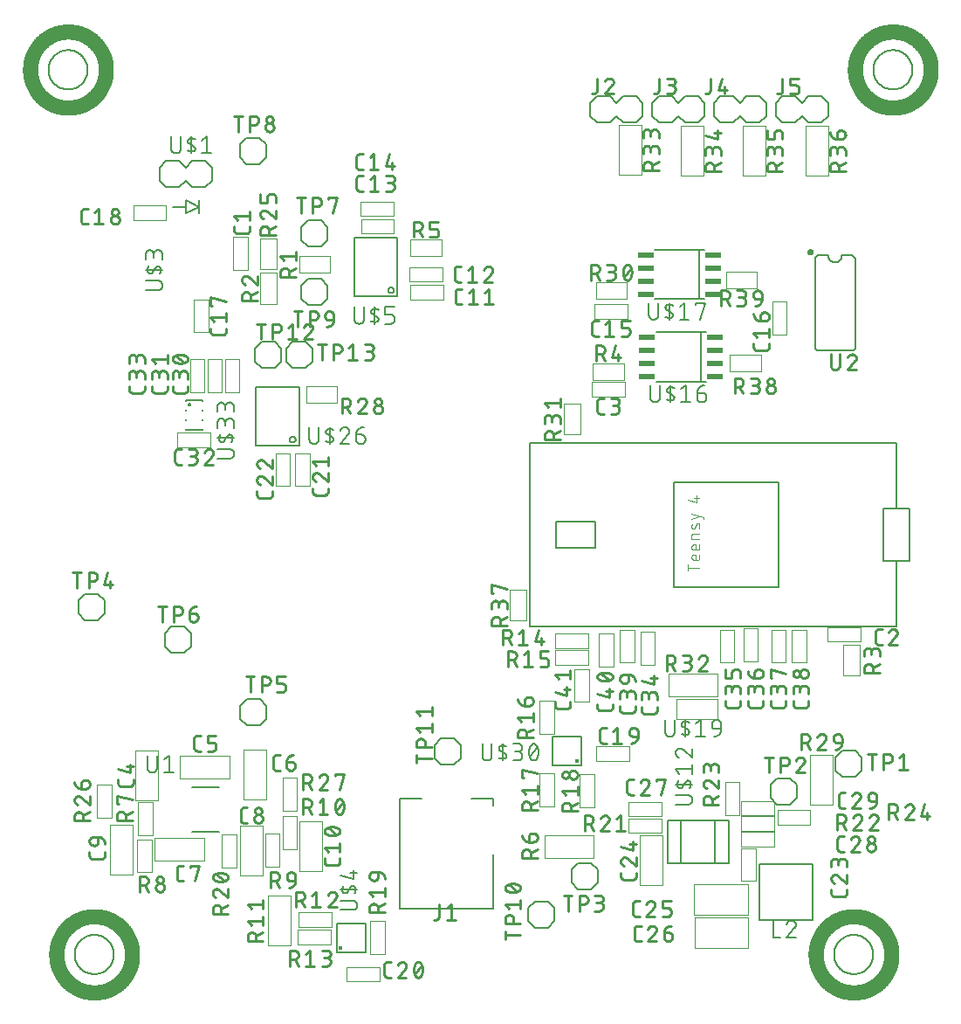
<source format=gbr>
G04 EAGLE Gerber RS-274X export*
G75*
%MOMM*%
%FSLAX34Y34*%
%LPD*%
%INSilkscreen Top*%
%IPPOS*%
%AMOC8*
5,1,8,0,0,1.08239X$1,22.5*%
G01*
%ADD10C,0.050800*%
%ADD11C,0.279400*%
%ADD12C,0.203200*%
%ADD13C,0.127000*%
%ADD14C,0.152400*%
%ADD15C,0.400000*%
%ADD16C,0.101600*%
%ADD17R,1.519900X0.490200*%
%ADD18C,1.397000*%

G36*
X771895Y718755D02*
X771895Y718755D01*
X771897Y718757D01*
X771898Y718756D01*
X772569Y718991D01*
X772570Y718992D01*
X772571Y718992D01*
X773173Y719370D01*
X773174Y719372D01*
X773176Y719372D01*
X773678Y719874D01*
X773678Y719876D01*
X773680Y719877D01*
X774058Y720479D01*
X774058Y720480D01*
X774059Y720481D01*
X774294Y721152D01*
X774294Y721154D01*
X774295Y721155D01*
X774374Y721861D01*
X774374Y721862D01*
X774373Y721863D01*
X774374Y721864D01*
X774295Y722570D01*
X774293Y722572D01*
X774294Y722573D01*
X774059Y723244D01*
X774058Y723245D01*
X774058Y723246D01*
X773680Y723848D01*
X773678Y723849D01*
X773678Y723851D01*
X773176Y724353D01*
X773174Y724353D01*
X773173Y724355D01*
X772571Y724733D01*
X772570Y724733D01*
X772569Y724734D01*
X771898Y724969D01*
X771896Y724969D01*
X771895Y724970D01*
X771189Y725049D01*
X771187Y725048D01*
X771186Y725049D01*
X770480Y724970D01*
X770478Y724968D01*
X770477Y724969D01*
X769806Y724734D01*
X769805Y724733D01*
X769804Y724733D01*
X769202Y724355D01*
X769201Y724353D01*
X769199Y724353D01*
X768697Y723851D01*
X768697Y723849D01*
X768695Y723848D01*
X768317Y723246D01*
X768317Y723245D01*
X768316Y723244D01*
X768081Y722573D01*
X768082Y722571D01*
X768080Y722570D01*
X768001Y721864D01*
X768002Y721862D01*
X768001Y721861D01*
X768080Y721155D01*
X768082Y721153D01*
X768081Y721152D01*
X768316Y720481D01*
X768317Y720480D01*
X768317Y720479D01*
X768695Y719877D01*
X768697Y719876D01*
X768697Y719874D01*
X769199Y719372D01*
X769201Y719372D01*
X769202Y719370D01*
X769804Y718992D01*
X769805Y718992D01*
X769806Y718991D01*
X770477Y718756D01*
X770479Y718757D01*
X770480Y718755D01*
X771186Y718676D01*
X771188Y718677D01*
X771189Y718676D01*
X771895Y718755D01*
G37*
D10*
X224900Y736500D02*
X224900Y704500D01*
X210900Y704500D01*
X210900Y736500D01*
X224900Y736500D01*
D11*
X226903Y743125D02*
X226903Y746455D01*
X226903Y743125D02*
X226901Y743011D01*
X226895Y742898D01*
X226886Y742784D01*
X226872Y742672D01*
X226855Y742559D01*
X226833Y742447D01*
X226808Y742337D01*
X226780Y742227D01*
X226747Y742118D01*
X226711Y742010D01*
X226671Y741903D01*
X226627Y741798D01*
X226580Y741695D01*
X226530Y741593D01*
X226476Y741493D01*
X226418Y741395D01*
X226357Y741299D01*
X226294Y741205D01*
X226226Y741113D01*
X226156Y741023D01*
X226083Y740937D01*
X226007Y740852D01*
X225928Y740770D01*
X225846Y740691D01*
X225762Y740615D01*
X225675Y740542D01*
X225585Y740472D01*
X225493Y740405D01*
X225399Y740341D01*
X225303Y740280D01*
X225205Y740222D01*
X225105Y740168D01*
X225003Y740118D01*
X224900Y740071D01*
X224795Y740027D01*
X224688Y739987D01*
X224580Y739951D01*
X224471Y739918D01*
X224361Y739890D01*
X224251Y739865D01*
X224139Y739843D01*
X224026Y739826D01*
X223914Y739812D01*
X223800Y739803D01*
X223687Y739797D01*
X223573Y739795D01*
X223573Y739794D02*
X215247Y739794D01*
X215247Y739795D02*
X215133Y739797D01*
X215020Y739803D01*
X214906Y739812D01*
X214794Y739826D01*
X214681Y739843D01*
X214569Y739865D01*
X214459Y739890D01*
X214349Y739918D01*
X214240Y739951D01*
X214132Y739987D01*
X214025Y740027D01*
X213920Y740071D01*
X213817Y740118D01*
X213715Y740168D01*
X213615Y740222D01*
X213517Y740280D01*
X213421Y740341D01*
X213327Y740404D01*
X213235Y740472D01*
X213145Y740542D01*
X213059Y740615D01*
X212974Y740691D01*
X212892Y740770D01*
X212813Y740852D01*
X212737Y740936D01*
X212664Y741023D01*
X212594Y741113D01*
X212527Y741205D01*
X212463Y741299D01*
X212402Y741395D01*
X212344Y741493D01*
X212290Y741593D01*
X212240Y741695D01*
X212193Y741798D01*
X212149Y741903D01*
X212109Y742010D01*
X212073Y742118D01*
X212040Y742227D01*
X212012Y742337D01*
X211987Y742447D01*
X211965Y742559D01*
X211948Y742672D01*
X211934Y742784D01*
X211925Y742898D01*
X211919Y743011D01*
X211917Y743125D01*
X211917Y746455D01*
X215247Y752880D02*
X211917Y757043D01*
X226903Y757043D01*
X226903Y752880D02*
X226903Y761206D01*
D10*
X297600Y170400D02*
X297600Y122400D01*
X275600Y122400D02*
X275600Y170400D01*
X297600Y170400D01*
X297600Y122400D02*
X275600Y122400D01*
D11*
X314413Y131209D02*
X314413Y134539D01*
X314413Y131209D02*
X314411Y131095D01*
X314405Y130982D01*
X314396Y130868D01*
X314382Y130756D01*
X314365Y130643D01*
X314343Y130531D01*
X314318Y130421D01*
X314290Y130311D01*
X314257Y130202D01*
X314221Y130094D01*
X314181Y129987D01*
X314137Y129882D01*
X314090Y129779D01*
X314040Y129677D01*
X313986Y129577D01*
X313928Y129479D01*
X313867Y129383D01*
X313804Y129289D01*
X313736Y129197D01*
X313666Y129107D01*
X313593Y129021D01*
X313517Y128936D01*
X313438Y128854D01*
X313356Y128775D01*
X313272Y128699D01*
X313185Y128626D01*
X313095Y128556D01*
X313003Y128489D01*
X312909Y128425D01*
X312813Y128364D01*
X312715Y128306D01*
X312615Y128252D01*
X312513Y128202D01*
X312410Y128155D01*
X312305Y128111D01*
X312198Y128071D01*
X312090Y128035D01*
X311981Y128002D01*
X311871Y127974D01*
X311761Y127949D01*
X311649Y127927D01*
X311536Y127910D01*
X311424Y127896D01*
X311310Y127887D01*
X311197Y127881D01*
X311083Y127879D01*
X302757Y127879D01*
X302643Y127881D01*
X302530Y127887D01*
X302416Y127896D01*
X302304Y127910D01*
X302191Y127927D01*
X302079Y127949D01*
X301969Y127974D01*
X301859Y128002D01*
X301750Y128035D01*
X301642Y128071D01*
X301535Y128111D01*
X301430Y128155D01*
X301327Y128202D01*
X301225Y128252D01*
X301125Y128306D01*
X301027Y128364D01*
X300931Y128425D01*
X300837Y128488D01*
X300745Y128556D01*
X300655Y128626D01*
X300569Y128699D01*
X300484Y128775D01*
X300402Y128854D01*
X300323Y128936D01*
X300247Y129020D01*
X300174Y129107D01*
X300104Y129197D01*
X300037Y129289D01*
X299973Y129383D01*
X299912Y129479D01*
X299854Y129577D01*
X299800Y129677D01*
X299750Y129779D01*
X299703Y129882D01*
X299659Y129987D01*
X299619Y130094D01*
X299583Y130202D01*
X299550Y130311D01*
X299522Y130421D01*
X299497Y130531D01*
X299475Y130643D01*
X299458Y130756D01*
X299444Y130868D01*
X299435Y130982D01*
X299429Y131095D01*
X299427Y131209D01*
X299427Y134539D01*
X302757Y140964D02*
X299427Y145127D01*
X314413Y145127D01*
X314413Y140964D02*
X314413Y149290D01*
X306920Y156595D02*
X306625Y156599D01*
X306331Y156609D01*
X306036Y156627D01*
X305742Y156651D01*
X305449Y156683D01*
X305157Y156721D01*
X304866Y156767D01*
X304576Y156820D01*
X304287Y156879D01*
X304000Y156945D01*
X303714Y157018D01*
X303430Y157098D01*
X303148Y157185D01*
X302869Y157278D01*
X302591Y157378D01*
X302317Y157485D01*
X302044Y157598D01*
X301775Y157718D01*
X301508Y157844D01*
X301405Y157882D01*
X301304Y157923D01*
X301205Y157967D01*
X301106Y158015D01*
X301010Y158066D01*
X300916Y158121D01*
X300823Y158179D01*
X300733Y158240D01*
X300645Y158305D01*
X300559Y158372D01*
X300476Y158443D01*
X300395Y158516D01*
X300317Y158592D01*
X300241Y158671D01*
X300169Y158753D01*
X300099Y158837D01*
X300033Y158924D01*
X299969Y159012D01*
X299909Y159103D01*
X299852Y159197D01*
X299798Y159292D01*
X299748Y159389D01*
X299701Y159487D01*
X299658Y159587D01*
X299618Y159689D01*
X299582Y159792D01*
X299550Y159896D01*
X299521Y160002D01*
X299496Y160108D01*
X299475Y160215D01*
X299458Y160323D01*
X299444Y160431D01*
X299435Y160540D01*
X299429Y160649D01*
X299427Y160758D01*
X299429Y160867D01*
X299435Y160976D01*
X299444Y161085D01*
X299458Y161193D01*
X299475Y161301D01*
X299496Y161408D01*
X299521Y161514D01*
X299550Y161620D01*
X299582Y161724D01*
X299618Y161827D01*
X299658Y161929D01*
X299701Y162029D01*
X299748Y162127D01*
X299798Y162224D01*
X299852Y162319D01*
X299909Y162413D01*
X299969Y162504D01*
X300033Y162592D01*
X300099Y162679D01*
X300169Y162763D01*
X300241Y162845D01*
X300317Y162924D01*
X300395Y163000D01*
X300476Y163073D01*
X300559Y163144D01*
X300645Y163211D01*
X300733Y163276D01*
X300823Y163337D01*
X300916Y163395D01*
X301010Y163450D01*
X301106Y163501D01*
X301205Y163549D01*
X301304Y163593D01*
X301406Y163634D01*
X301508Y163672D01*
X301775Y163798D01*
X302044Y163918D01*
X302317Y164031D01*
X302591Y164138D01*
X302869Y164238D01*
X303148Y164331D01*
X303430Y164418D01*
X303714Y164498D01*
X304000Y164571D01*
X304287Y164637D01*
X304576Y164696D01*
X304866Y164749D01*
X305157Y164795D01*
X305449Y164833D01*
X305742Y164865D01*
X306036Y164889D01*
X306331Y164907D01*
X306625Y164917D01*
X306920Y164921D01*
X306920Y156595D02*
X307215Y156599D01*
X307509Y156609D01*
X307804Y156627D01*
X308098Y156651D01*
X308391Y156683D01*
X308683Y156721D01*
X308974Y156767D01*
X309264Y156820D01*
X309553Y156879D01*
X309840Y156945D01*
X310126Y157018D01*
X310410Y157098D01*
X310692Y157185D01*
X310971Y157278D01*
X311249Y157378D01*
X311523Y157485D01*
X311796Y157598D01*
X312065Y157718D01*
X312332Y157844D01*
X312435Y157882D01*
X312536Y157923D01*
X312635Y157967D01*
X312734Y158015D01*
X312830Y158066D01*
X312924Y158121D01*
X313017Y158179D01*
X313107Y158240D01*
X313195Y158305D01*
X313281Y158372D01*
X313364Y158443D01*
X313445Y158516D01*
X313523Y158592D01*
X313599Y158671D01*
X313671Y158753D01*
X313741Y158837D01*
X313807Y158924D01*
X313871Y159012D01*
X313931Y159103D01*
X313988Y159197D01*
X314042Y159292D01*
X314092Y159389D01*
X314139Y159487D01*
X314182Y159587D01*
X314222Y159689D01*
X314258Y159792D01*
X314290Y159896D01*
X314319Y160002D01*
X314344Y160108D01*
X314365Y160215D01*
X314382Y160323D01*
X314396Y160431D01*
X314405Y160540D01*
X314411Y160649D01*
X314413Y160758D01*
X312332Y163672D02*
X312065Y163798D01*
X311796Y163918D01*
X311523Y164031D01*
X311249Y164138D01*
X310971Y164238D01*
X310692Y164331D01*
X310410Y164418D01*
X310126Y164498D01*
X309840Y164571D01*
X309553Y164637D01*
X309264Y164696D01*
X308974Y164749D01*
X308683Y164795D01*
X308391Y164833D01*
X308098Y164865D01*
X307804Y164889D01*
X307509Y164907D01*
X307215Y164917D01*
X306920Y164921D01*
X312332Y163672D02*
X312435Y163634D01*
X312536Y163593D01*
X312635Y163549D01*
X312734Y163501D01*
X312830Y163450D01*
X312924Y163395D01*
X313017Y163337D01*
X313107Y163276D01*
X313195Y163211D01*
X313281Y163144D01*
X313364Y163073D01*
X313445Y163000D01*
X313523Y162924D01*
X313599Y162845D01*
X313671Y162763D01*
X313741Y162679D01*
X313807Y162592D01*
X313871Y162504D01*
X313931Y162412D01*
X313988Y162319D01*
X314042Y162224D01*
X314092Y162127D01*
X314139Y162029D01*
X314182Y161929D01*
X314222Y161827D01*
X314258Y161724D01*
X314290Y161620D01*
X314319Y161514D01*
X314344Y161408D01*
X314365Y161301D01*
X314382Y161193D01*
X314396Y161085D01*
X314405Y160976D01*
X314411Y160867D01*
X314413Y160758D01*
X311083Y157428D02*
X302757Y164089D01*
D10*
X382900Y676100D02*
X414900Y676100D01*
X382900Y676100D02*
X382900Y690100D01*
X414900Y690100D01*
X414900Y676100D01*
D11*
X429709Y671097D02*
X433039Y671097D01*
X429709Y671097D02*
X429595Y671099D01*
X429482Y671105D01*
X429368Y671114D01*
X429256Y671128D01*
X429143Y671145D01*
X429031Y671167D01*
X428921Y671192D01*
X428811Y671220D01*
X428702Y671253D01*
X428594Y671289D01*
X428487Y671329D01*
X428382Y671373D01*
X428279Y671420D01*
X428177Y671470D01*
X428077Y671524D01*
X427979Y671582D01*
X427883Y671643D01*
X427789Y671706D01*
X427697Y671774D01*
X427607Y671844D01*
X427521Y671917D01*
X427436Y671993D01*
X427354Y672072D01*
X427275Y672154D01*
X427199Y672239D01*
X427126Y672325D01*
X427056Y672415D01*
X426988Y672507D01*
X426925Y672601D01*
X426864Y672697D01*
X426806Y672795D01*
X426752Y672895D01*
X426702Y672997D01*
X426655Y673100D01*
X426611Y673205D01*
X426571Y673312D01*
X426535Y673420D01*
X426502Y673529D01*
X426474Y673639D01*
X426449Y673749D01*
X426427Y673861D01*
X426410Y673974D01*
X426396Y674086D01*
X426387Y674200D01*
X426381Y674313D01*
X426379Y674427D01*
X426379Y682753D01*
X426381Y682867D01*
X426387Y682980D01*
X426396Y683094D01*
X426410Y683206D01*
X426427Y683319D01*
X426449Y683431D01*
X426474Y683541D01*
X426502Y683651D01*
X426535Y683760D01*
X426571Y683868D01*
X426611Y683975D01*
X426655Y684080D01*
X426702Y684183D01*
X426752Y684285D01*
X426806Y684385D01*
X426864Y684483D01*
X426925Y684579D01*
X426988Y684673D01*
X427056Y684765D01*
X427126Y684855D01*
X427199Y684941D01*
X427275Y685026D01*
X427354Y685108D01*
X427436Y685187D01*
X427520Y685263D01*
X427607Y685336D01*
X427697Y685406D01*
X427789Y685473D01*
X427883Y685537D01*
X427979Y685598D01*
X428077Y685656D01*
X428177Y685710D01*
X428279Y685760D01*
X428382Y685807D01*
X428487Y685851D01*
X428594Y685891D01*
X428702Y685927D01*
X428811Y685960D01*
X428921Y685988D01*
X429031Y686013D01*
X429143Y686035D01*
X429256Y686052D01*
X429368Y686066D01*
X429482Y686075D01*
X429595Y686081D01*
X429709Y686083D01*
X433039Y686083D01*
X439464Y682753D02*
X443627Y686083D01*
X443627Y671097D01*
X439464Y671097D02*
X447790Y671097D01*
X455096Y682753D02*
X459258Y686083D01*
X459258Y671097D01*
X455096Y671097D02*
X463421Y671097D01*
D10*
X414000Y693100D02*
X382000Y693100D01*
X382000Y707100D01*
X414000Y707100D01*
X414000Y693100D01*
D11*
X428809Y693097D02*
X432139Y693097D01*
X428809Y693097D02*
X428695Y693099D01*
X428582Y693105D01*
X428468Y693114D01*
X428356Y693128D01*
X428243Y693145D01*
X428131Y693167D01*
X428021Y693192D01*
X427911Y693220D01*
X427802Y693253D01*
X427694Y693289D01*
X427587Y693329D01*
X427482Y693373D01*
X427379Y693420D01*
X427277Y693470D01*
X427177Y693524D01*
X427079Y693582D01*
X426983Y693643D01*
X426889Y693706D01*
X426797Y693774D01*
X426707Y693844D01*
X426621Y693917D01*
X426536Y693993D01*
X426454Y694072D01*
X426375Y694154D01*
X426299Y694239D01*
X426226Y694325D01*
X426156Y694415D01*
X426088Y694507D01*
X426025Y694601D01*
X425964Y694697D01*
X425906Y694795D01*
X425852Y694895D01*
X425802Y694997D01*
X425755Y695100D01*
X425711Y695205D01*
X425671Y695312D01*
X425635Y695420D01*
X425602Y695529D01*
X425574Y695639D01*
X425549Y695749D01*
X425527Y695861D01*
X425510Y695974D01*
X425496Y696086D01*
X425487Y696200D01*
X425481Y696313D01*
X425479Y696427D01*
X425479Y704753D01*
X425481Y704867D01*
X425487Y704980D01*
X425496Y705094D01*
X425510Y705206D01*
X425527Y705319D01*
X425549Y705431D01*
X425574Y705541D01*
X425602Y705651D01*
X425635Y705760D01*
X425671Y705868D01*
X425711Y705975D01*
X425755Y706080D01*
X425802Y706183D01*
X425852Y706285D01*
X425906Y706385D01*
X425964Y706483D01*
X426025Y706579D01*
X426088Y706673D01*
X426156Y706765D01*
X426226Y706855D01*
X426299Y706941D01*
X426375Y707026D01*
X426454Y707108D01*
X426536Y707187D01*
X426620Y707263D01*
X426707Y707336D01*
X426797Y707406D01*
X426889Y707473D01*
X426983Y707537D01*
X427079Y707598D01*
X427177Y707656D01*
X427277Y707710D01*
X427379Y707760D01*
X427482Y707807D01*
X427587Y707851D01*
X427694Y707891D01*
X427802Y707927D01*
X427911Y707960D01*
X428021Y707988D01*
X428131Y708013D01*
X428243Y708035D01*
X428356Y708052D01*
X428468Y708066D01*
X428582Y708075D01*
X428695Y708081D01*
X428809Y708083D01*
X432139Y708083D01*
X438564Y704753D02*
X442727Y708083D01*
X442727Y693097D01*
X438564Y693097D02*
X446890Y693097D01*
X458775Y708084D02*
X458895Y708082D01*
X459015Y708076D01*
X459135Y708067D01*
X459254Y708053D01*
X459373Y708036D01*
X459491Y708015D01*
X459609Y707990D01*
X459725Y707961D01*
X459841Y707929D01*
X459956Y707893D01*
X460069Y707853D01*
X460181Y707810D01*
X460292Y707763D01*
X460401Y707713D01*
X460508Y707659D01*
X460614Y707602D01*
X460717Y707541D01*
X460819Y707477D01*
X460919Y707410D01*
X461016Y707340D01*
X461111Y707267D01*
X461204Y707190D01*
X461294Y707111D01*
X461382Y707029D01*
X461467Y706944D01*
X461549Y706856D01*
X461628Y706766D01*
X461705Y706673D01*
X461778Y706578D01*
X461848Y706481D01*
X461915Y706381D01*
X461979Y706279D01*
X462040Y706176D01*
X462097Y706070D01*
X462151Y705963D01*
X462201Y705854D01*
X462248Y705743D01*
X462291Y705631D01*
X462331Y705518D01*
X462367Y705403D01*
X462399Y705287D01*
X462428Y705171D01*
X462453Y705053D01*
X462474Y704935D01*
X462491Y704816D01*
X462505Y704697D01*
X462514Y704577D01*
X462520Y704457D01*
X462522Y704337D01*
X458775Y708083D02*
X458637Y708081D01*
X458500Y708075D01*
X458363Y708065D01*
X458226Y708052D01*
X458090Y708034D01*
X457954Y708012D01*
X457818Y707987D01*
X457684Y707958D01*
X457551Y707925D01*
X457418Y707888D01*
X457287Y707847D01*
X457156Y707803D01*
X457028Y707755D01*
X456900Y707703D01*
X456774Y707647D01*
X456650Y707588D01*
X456527Y707526D01*
X456407Y707460D01*
X456288Y707391D01*
X456171Y707318D01*
X456057Y707242D01*
X455944Y707162D01*
X455834Y707080D01*
X455726Y706994D01*
X455621Y706906D01*
X455519Y706814D01*
X455419Y706720D01*
X455321Y706622D01*
X455227Y706522D01*
X455136Y706419D01*
X455047Y706314D01*
X454962Y706206D01*
X454879Y706096D01*
X454800Y705984D01*
X454724Y705869D01*
X454651Y705752D01*
X454582Y705633D01*
X454516Y705513D01*
X454454Y705390D01*
X454395Y705266D01*
X454340Y705140D01*
X454288Y705012D01*
X454240Y704883D01*
X454196Y704753D01*
X461272Y701423D02*
X461362Y701511D01*
X461448Y701602D01*
X461532Y701695D01*
X461613Y701791D01*
X461691Y701889D01*
X461765Y701989D01*
X461837Y702092D01*
X461905Y702197D01*
X461970Y702305D01*
X462032Y702414D01*
X462090Y702525D01*
X462145Y702638D01*
X462196Y702752D01*
X462243Y702868D01*
X462287Y702985D01*
X462327Y703104D01*
X462364Y703224D01*
X462397Y703345D01*
X462426Y703467D01*
X462451Y703589D01*
X462472Y703713D01*
X462490Y703837D01*
X462503Y703962D01*
X462513Y704087D01*
X462519Y704212D01*
X462521Y704337D01*
X461272Y701423D02*
X454196Y693097D01*
X462521Y693097D01*
D10*
X366900Y753900D02*
X334900Y753900D01*
X366900Y753900D02*
X366900Y739900D01*
X334900Y739900D01*
X334900Y753900D01*
D11*
X333709Y780917D02*
X337039Y780917D01*
X333709Y780917D02*
X333595Y780919D01*
X333482Y780925D01*
X333368Y780934D01*
X333256Y780948D01*
X333143Y780965D01*
X333031Y780987D01*
X332921Y781012D01*
X332811Y781040D01*
X332702Y781073D01*
X332594Y781109D01*
X332487Y781149D01*
X332382Y781193D01*
X332279Y781240D01*
X332177Y781290D01*
X332077Y781344D01*
X331979Y781402D01*
X331883Y781463D01*
X331789Y781526D01*
X331697Y781594D01*
X331607Y781664D01*
X331521Y781737D01*
X331436Y781813D01*
X331354Y781892D01*
X331275Y781974D01*
X331199Y782059D01*
X331126Y782145D01*
X331056Y782235D01*
X330988Y782327D01*
X330925Y782421D01*
X330864Y782517D01*
X330806Y782615D01*
X330752Y782715D01*
X330702Y782817D01*
X330655Y782920D01*
X330611Y783025D01*
X330571Y783132D01*
X330535Y783240D01*
X330502Y783349D01*
X330474Y783459D01*
X330449Y783569D01*
X330427Y783681D01*
X330410Y783794D01*
X330396Y783906D01*
X330387Y784020D01*
X330381Y784133D01*
X330379Y784247D01*
X330379Y792573D01*
X330381Y792687D01*
X330387Y792800D01*
X330396Y792914D01*
X330410Y793026D01*
X330427Y793139D01*
X330449Y793251D01*
X330474Y793361D01*
X330502Y793471D01*
X330535Y793580D01*
X330571Y793688D01*
X330611Y793795D01*
X330655Y793900D01*
X330702Y794003D01*
X330752Y794105D01*
X330806Y794205D01*
X330864Y794303D01*
X330925Y794399D01*
X330988Y794493D01*
X331056Y794585D01*
X331126Y794675D01*
X331199Y794761D01*
X331275Y794846D01*
X331354Y794928D01*
X331436Y795007D01*
X331520Y795083D01*
X331607Y795156D01*
X331697Y795226D01*
X331789Y795293D01*
X331883Y795357D01*
X331979Y795418D01*
X332077Y795476D01*
X332177Y795530D01*
X332279Y795580D01*
X332382Y795627D01*
X332487Y795671D01*
X332594Y795711D01*
X332702Y795747D01*
X332811Y795780D01*
X332921Y795808D01*
X333031Y795833D01*
X333143Y795855D01*
X333256Y795872D01*
X333368Y795886D01*
X333482Y795895D01*
X333595Y795901D01*
X333709Y795903D01*
X337039Y795903D01*
X343464Y792573D02*
X347627Y795903D01*
X347627Y780917D01*
X343464Y780917D02*
X351790Y780917D01*
X359096Y780917D02*
X363258Y780917D01*
X363386Y780919D01*
X363514Y780925D01*
X363642Y780935D01*
X363770Y780949D01*
X363897Y780966D01*
X364023Y780988D01*
X364149Y781013D01*
X364273Y781043D01*
X364397Y781076D01*
X364520Y781113D01*
X364642Y781154D01*
X364762Y781198D01*
X364881Y781246D01*
X364998Y781298D01*
X365114Y781353D01*
X365227Y781412D01*
X365340Y781475D01*
X365450Y781541D01*
X365557Y781610D01*
X365663Y781682D01*
X365767Y781758D01*
X365868Y781837D01*
X365967Y781919D01*
X366063Y782004D01*
X366156Y782091D01*
X366247Y782182D01*
X366334Y782275D01*
X366419Y782371D01*
X366501Y782470D01*
X366580Y782571D01*
X366656Y782675D01*
X366728Y782781D01*
X366797Y782888D01*
X366863Y782999D01*
X366926Y783111D01*
X366985Y783224D01*
X367040Y783340D01*
X367092Y783457D01*
X367140Y783576D01*
X367184Y783696D01*
X367225Y783818D01*
X367262Y783941D01*
X367295Y784065D01*
X367325Y784189D01*
X367350Y784315D01*
X367372Y784441D01*
X367389Y784568D01*
X367403Y784696D01*
X367413Y784824D01*
X367419Y784952D01*
X367421Y785080D01*
X367419Y785208D01*
X367413Y785336D01*
X367403Y785464D01*
X367389Y785592D01*
X367372Y785719D01*
X367350Y785845D01*
X367325Y785971D01*
X367295Y786095D01*
X367262Y786219D01*
X367225Y786342D01*
X367184Y786464D01*
X367140Y786584D01*
X367092Y786703D01*
X367040Y786820D01*
X366985Y786936D01*
X366926Y787049D01*
X366863Y787162D01*
X366797Y787272D01*
X366728Y787379D01*
X366656Y787485D01*
X366580Y787589D01*
X366501Y787690D01*
X366419Y787789D01*
X366334Y787885D01*
X366247Y787978D01*
X366156Y788069D01*
X366063Y788156D01*
X365967Y788241D01*
X365868Y788323D01*
X365767Y788402D01*
X365663Y788478D01*
X365557Y788550D01*
X365450Y788619D01*
X365340Y788685D01*
X365227Y788748D01*
X365114Y788807D01*
X364998Y788862D01*
X364881Y788914D01*
X364762Y788962D01*
X364642Y789006D01*
X364520Y789047D01*
X364397Y789084D01*
X364273Y789117D01*
X364149Y789147D01*
X364023Y789172D01*
X363897Y789194D01*
X363770Y789211D01*
X363642Y789225D01*
X363514Y789235D01*
X363386Y789241D01*
X363258Y789243D01*
X364091Y795903D02*
X359096Y795903D01*
X364091Y795903D02*
X364205Y795901D01*
X364318Y795895D01*
X364432Y795886D01*
X364544Y795872D01*
X364657Y795855D01*
X364769Y795833D01*
X364879Y795808D01*
X364989Y795780D01*
X365098Y795747D01*
X365206Y795711D01*
X365313Y795671D01*
X365418Y795627D01*
X365521Y795580D01*
X365623Y795530D01*
X365723Y795476D01*
X365821Y795418D01*
X365917Y795357D01*
X366011Y795294D01*
X366103Y795226D01*
X366193Y795156D01*
X366279Y795083D01*
X366364Y795007D01*
X366446Y794928D01*
X366525Y794846D01*
X366601Y794761D01*
X366674Y794675D01*
X366744Y794585D01*
X366812Y794493D01*
X366875Y794399D01*
X366936Y794303D01*
X366994Y794205D01*
X367048Y794105D01*
X367098Y794003D01*
X367145Y793900D01*
X367189Y793795D01*
X367229Y793688D01*
X367265Y793580D01*
X367298Y793471D01*
X367326Y793361D01*
X367351Y793251D01*
X367373Y793139D01*
X367390Y793026D01*
X367404Y792914D01*
X367413Y792800D01*
X367419Y792687D01*
X367421Y792573D01*
X367419Y792459D01*
X367413Y792346D01*
X367404Y792232D01*
X367390Y792120D01*
X367373Y792007D01*
X367351Y791895D01*
X367326Y791785D01*
X367298Y791675D01*
X367265Y791566D01*
X367229Y791458D01*
X367189Y791351D01*
X367145Y791246D01*
X367098Y791143D01*
X367048Y791041D01*
X366994Y790941D01*
X366936Y790843D01*
X366875Y790747D01*
X366812Y790653D01*
X366744Y790561D01*
X366674Y790471D01*
X366601Y790385D01*
X366525Y790300D01*
X366446Y790218D01*
X366364Y790139D01*
X366279Y790063D01*
X366193Y789990D01*
X366103Y789920D01*
X366011Y789852D01*
X365917Y789789D01*
X365821Y789728D01*
X365723Y789670D01*
X365623Y789616D01*
X365521Y789566D01*
X365418Y789519D01*
X365313Y789475D01*
X365206Y789435D01*
X365098Y789399D01*
X364989Y789366D01*
X364879Y789338D01*
X364769Y789313D01*
X364657Y789291D01*
X364544Y789274D01*
X364432Y789260D01*
X364318Y789251D01*
X364205Y789245D01*
X364091Y789243D01*
X360761Y789243D01*
D10*
X366800Y770900D02*
X334800Y770900D01*
X366800Y770900D02*
X366800Y756900D01*
X334800Y756900D01*
X334800Y770900D01*
D11*
X333609Y801917D02*
X336939Y801917D01*
X333609Y801917D02*
X333495Y801919D01*
X333382Y801925D01*
X333268Y801934D01*
X333156Y801948D01*
X333043Y801965D01*
X332931Y801987D01*
X332821Y802012D01*
X332711Y802040D01*
X332602Y802073D01*
X332494Y802109D01*
X332387Y802149D01*
X332282Y802193D01*
X332179Y802240D01*
X332077Y802290D01*
X331977Y802344D01*
X331879Y802402D01*
X331783Y802463D01*
X331689Y802526D01*
X331597Y802594D01*
X331507Y802664D01*
X331421Y802737D01*
X331336Y802813D01*
X331254Y802892D01*
X331175Y802974D01*
X331099Y803059D01*
X331026Y803145D01*
X330956Y803235D01*
X330888Y803327D01*
X330825Y803421D01*
X330764Y803517D01*
X330706Y803615D01*
X330652Y803715D01*
X330602Y803817D01*
X330555Y803920D01*
X330511Y804025D01*
X330471Y804132D01*
X330435Y804240D01*
X330402Y804349D01*
X330374Y804459D01*
X330349Y804569D01*
X330327Y804681D01*
X330310Y804794D01*
X330296Y804906D01*
X330287Y805020D01*
X330281Y805133D01*
X330279Y805247D01*
X330279Y813573D01*
X330281Y813687D01*
X330287Y813800D01*
X330296Y813914D01*
X330310Y814026D01*
X330327Y814139D01*
X330349Y814251D01*
X330374Y814361D01*
X330402Y814471D01*
X330435Y814580D01*
X330471Y814688D01*
X330511Y814795D01*
X330555Y814900D01*
X330602Y815003D01*
X330652Y815105D01*
X330706Y815205D01*
X330764Y815303D01*
X330825Y815399D01*
X330888Y815493D01*
X330956Y815585D01*
X331026Y815675D01*
X331099Y815761D01*
X331175Y815846D01*
X331254Y815928D01*
X331336Y816007D01*
X331420Y816083D01*
X331507Y816156D01*
X331597Y816226D01*
X331689Y816293D01*
X331783Y816357D01*
X331879Y816418D01*
X331977Y816476D01*
X332077Y816530D01*
X332179Y816580D01*
X332282Y816627D01*
X332387Y816671D01*
X332494Y816711D01*
X332602Y816747D01*
X332711Y816780D01*
X332821Y816808D01*
X332931Y816833D01*
X333043Y816855D01*
X333156Y816872D01*
X333268Y816886D01*
X333382Y816895D01*
X333495Y816901D01*
X333609Y816903D01*
X336939Y816903D01*
X343364Y813573D02*
X347527Y816903D01*
X347527Y801917D01*
X343364Y801917D02*
X351690Y801917D01*
X358996Y805247D02*
X362326Y816903D01*
X358996Y805247D02*
X367321Y805247D01*
X364824Y808577D02*
X364824Y801917D01*
D10*
X717900Y144300D02*
X717900Y112300D01*
X703900Y112300D01*
X703900Y144300D01*
X717900Y144300D01*
D11*
X806083Y103839D02*
X806083Y100509D01*
X806081Y100395D01*
X806075Y100282D01*
X806066Y100168D01*
X806052Y100056D01*
X806035Y99943D01*
X806013Y99831D01*
X805988Y99721D01*
X805960Y99611D01*
X805927Y99502D01*
X805891Y99394D01*
X805851Y99287D01*
X805807Y99182D01*
X805760Y99079D01*
X805710Y98977D01*
X805656Y98877D01*
X805598Y98779D01*
X805537Y98683D01*
X805474Y98589D01*
X805406Y98497D01*
X805336Y98407D01*
X805263Y98321D01*
X805187Y98236D01*
X805108Y98154D01*
X805026Y98075D01*
X804942Y97999D01*
X804855Y97926D01*
X804765Y97856D01*
X804673Y97789D01*
X804579Y97725D01*
X804483Y97664D01*
X804385Y97606D01*
X804285Y97552D01*
X804183Y97502D01*
X804080Y97455D01*
X803975Y97411D01*
X803868Y97371D01*
X803760Y97335D01*
X803651Y97302D01*
X803541Y97274D01*
X803431Y97249D01*
X803319Y97227D01*
X803206Y97210D01*
X803094Y97196D01*
X802980Y97187D01*
X802867Y97181D01*
X802753Y97179D01*
X794427Y97179D01*
X794313Y97181D01*
X794200Y97187D01*
X794086Y97196D01*
X793974Y97210D01*
X793861Y97227D01*
X793749Y97249D01*
X793639Y97274D01*
X793529Y97302D01*
X793420Y97335D01*
X793312Y97371D01*
X793205Y97411D01*
X793100Y97455D01*
X792997Y97502D01*
X792895Y97552D01*
X792795Y97606D01*
X792697Y97664D01*
X792601Y97725D01*
X792507Y97788D01*
X792415Y97856D01*
X792325Y97926D01*
X792239Y97999D01*
X792154Y98075D01*
X792072Y98154D01*
X791993Y98236D01*
X791917Y98320D01*
X791844Y98407D01*
X791774Y98497D01*
X791707Y98589D01*
X791643Y98683D01*
X791582Y98779D01*
X791524Y98877D01*
X791470Y98977D01*
X791420Y99079D01*
X791373Y99182D01*
X791329Y99287D01*
X791289Y99394D01*
X791253Y99502D01*
X791220Y99611D01*
X791192Y99721D01*
X791167Y99831D01*
X791145Y99943D01*
X791128Y100056D01*
X791114Y100168D01*
X791105Y100282D01*
X791099Y100395D01*
X791097Y100509D01*
X791097Y103839D01*
X791097Y114843D02*
X791099Y114963D01*
X791105Y115083D01*
X791114Y115203D01*
X791128Y115322D01*
X791145Y115441D01*
X791166Y115559D01*
X791191Y115677D01*
X791220Y115793D01*
X791252Y115909D01*
X791288Y116024D01*
X791328Y116137D01*
X791371Y116249D01*
X791418Y116360D01*
X791468Y116469D01*
X791522Y116576D01*
X791579Y116682D01*
X791640Y116785D01*
X791704Y116887D01*
X791771Y116987D01*
X791841Y117084D01*
X791914Y117179D01*
X791991Y117272D01*
X792070Y117362D01*
X792152Y117450D01*
X792237Y117535D01*
X792325Y117617D01*
X792415Y117696D01*
X792508Y117773D01*
X792603Y117846D01*
X792700Y117916D01*
X792800Y117983D01*
X792902Y118047D01*
X793005Y118108D01*
X793111Y118165D01*
X793218Y118219D01*
X793327Y118269D01*
X793438Y118316D01*
X793550Y118359D01*
X793663Y118399D01*
X793778Y118435D01*
X793894Y118467D01*
X794010Y118496D01*
X794128Y118521D01*
X794246Y118542D01*
X794365Y118559D01*
X794484Y118573D01*
X794604Y118582D01*
X794724Y118588D01*
X794844Y118590D01*
X791097Y114843D02*
X791099Y114705D01*
X791105Y114568D01*
X791115Y114431D01*
X791128Y114294D01*
X791146Y114158D01*
X791168Y114022D01*
X791193Y113886D01*
X791222Y113752D01*
X791255Y113619D01*
X791292Y113486D01*
X791333Y113355D01*
X791377Y113224D01*
X791425Y113096D01*
X791477Y112968D01*
X791533Y112842D01*
X791592Y112718D01*
X791654Y112595D01*
X791720Y112475D01*
X791789Y112356D01*
X791862Y112239D01*
X791938Y112125D01*
X792018Y112012D01*
X792100Y111902D01*
X792186Y111794D01*
X792274Y111689D01*
X792366Y111587D01*
X792460Y111487D01*
X792558Y111389D01*
X792658Y111295D01*
X792761Y111204D01*
X792866Y111115D01*
X792974Y111030D01*
X793084Y110947D01*
X793196Y110868D01*
X793311Y110792D01*
X793428Y110719D01*
X793547Y110650D01*
X793667Y110584D01*
X793790Y110522D01*
X793914Y110463D01*
X794040Y110408D01*
X794168Y110356D01*
X794297Y110308D01*
X794427Y110264D01*
X797758Y117341D02*
X797670Y117431D01*
X797579Y117517D01*
X797486Y117601D01*
X797390Y117682D01*
X797292Y117760D01*
X797192Y117834D01*
X797089Y117906D01*
X796984Y117974D01*
X796876Y118039D01*
X796767Y118101D01*
X796656Y118159D01*
X796544Y118213D01*
X796429Y118265D01*
X796313Y118312D01*
X796196Y118356D01*
X796077Y118396D01*
X795957Y118433D01*
X795836Y118466D01*
X795714Y118495D01*
X795592Y118520D01*
X795468Y118541D01*
X795344Y118559D01*
X795219Y118572D01*
X795094Y118582D01*
X794969Y118588D01*
X794844Y118590D01*
X797757Y117341D02*
X806083Y110264D01*
X806083Y118590D01*
X806083Y125896D02*
X806083Y130058D01*
X806081Y130186D01*
X806075Y130314D01*
X806065Y130442D01*
X806051Y130570D01*
X806034Y130697D01*
X806012Y130823D01*
X805987Y130949D01*
X805957Y131073D01*
X805924Y131197D01*
X805887Y131320D01*
X805846Y131442D01*
X805802Y131562D01*
X805754Y131681D01*
X805702Y131798D01*
X805647Y131914D01*
X805588Y132027D01*
X805525Y132140D01*
X805459Y132250D01*
X805390Y132357D01*
X805318Y132463D01*
X805242Y132567D01*
X805163Y132668D01*
X805081Y132767D01*
X804996Y132863D01*
X804909Y132956D01*
X804818Y133047D01*
X804725Y133134D01*
X804629Y133219D01*
X804530Y133301D01*
X804429Y133380D01*
X804325Y133456D01*
X804219Y133528D01*
X804112Y133597D01*
X804002Y133663D01*
X803889Y133726D01*
X803776Y133785D01*
X803660Y133840D01*
X803543Y133892D01*
X803424Y133940D01*
X803304Y133984D01*
X803182Y134025D01*
X803059Y134062D01*
X802935Y134095D01*
X802811Y134125D01*
X802685Y134150D01*
X802559Y134172D01*
X802432Y134189D01*
X802304Y134203D01*
X802176Y134213D01*
X802048Y134219D01*
X801920Y134221D01*
X801792Y134219D01*
X801664Y134213D01*
X801536Y134203D01*
X801408Y134189D01*
X801281Y134172D01*
X801155Y134150D01*
X801029Y134125D01*
X800905Y134095D01*
X800781Y134062D01*
X800658Y134025D01*
X800536Y133984D01*
X800416Y133940D01*
X800297Y133892D01*
X800180Y133840D01*
X800064Y133785D01*
X799951Y133726D01*
X799839Y133663D01*
X799728Y133597D01*
X799621Y133528D01*
X799515Y133456D01*
X799411Y133380D01*
X799310Y133301D01*
X799211Y133219D01*
X799115Y133134D01*
X799022Y133047D01*
X798931Y132956D01*
X798844Y132863D01*
X798759Y132767D01*
X798677Y132668D01*
X798598Y132567D01*
X798522Y132463D01*
X798450Y132357D01*
X798381Y132250D01*
X798315Y132140D01*
X798252Y132027D01*
X798193Y131914D01*
X798138Y131798D01*
X798086Y131681D01*
X798038Y131562D01*
X797994Y131442D01*
X797953Y131320D01*
X797916Y131197D01*
X797883Y131073D01*
X797853Y130949D01*
X797828Y130823D01*
X797806Y130697D01*
X797789Y130570D01*
X797775Y130442D01*
X797765Y130314D01*
X797759Y130186D01*
X797757Y130058D01*
X791097Y130891D02*
X791097Y125896D01*
X791097Y130891D02*
X791099Y131005D01*
X791105Y131118D01*
X791114Y131232D01*
X791128Y131344D01*
X791145Y131457D01*
X791167Y131569D01*
X791192Y131679D01*
X791220Y131789D01*
X791253Y131898D01*
X791289Y132006D01*
X791329Y132113D01*
X791373Y132218D01*
X791420Y132321D01*
X791470Y132423D01*
X791524Y132523D01*
X791582Y132621D01*
X791643Y132717D01*
X791706Y132811D01*
X791774Y132903D01*
X791844Y132993D01*
X791917Y133079D01*
X791993Y133164D01*
X792072Y133246D01*
X792154Y133325D01*
X792239Y133401D01*
X792325Y133474D01*
X792415Y133544D01*
X792507Y133612D01*
X792601Y133675D01*
X792697Y133736D01*
X792795Y133794D01*
X792895Y133848D01*
X792997Y133898D01*
X793100Y133945D01*
X793205Y133989D01*
X793312Y134029D01*
X793420Y134065D01*
X793529Y134098D01*
X793639Y134126D01*
X793749Y134151D01*
X793861Y134173D01*
X793974Y134190D01*
X794086Y134204D01*
X794200Y134213D01*
X794313Y134219D01*
X794427Y134221D01*
X794541Y134219D01*
X794654Y134213D01*
X794768Y134204D01*
X794880Y134190D01*
X794993Y134173D01*
X795105Y134151D01*
X795215Y134126D01*
X795325Y134098D01*
X795434Y134065D01*
X795542Y134029D01*
X795649Y133989D01*
X795754Y133945D01*
X795857Y133898D01*
X795959Y133848D01*
X796059Y133794D01*
X796157Y133736D01*
X796253Y133675D01*
X796347Y133612D01*
X796439Y133544D01*
X796529Y133474D01*
X796615Y133401D01*
X796700Y133325D01*
X796782Y133246D01*
X796861Y133164D01*
X796937Y133079D01*
X797010Y132993D01*
X797080Y132903D01*
X797148Y132811D01*
X797211Y132717D01*
X797272Y132621D01*
X797330Y132523D01*
X797384Y132423D01*
X797434Y132321D01*
X797481Y132218D01*
X797525Y132113D01*
X797565Y132006D01*
X797601Y131898D01*
X797634Y131789D01*
X797662Y131679D01*
X797687Y131569D01*
X797709Y131457D01*
X797726Y131344D01*
X797740Y131232D01*
X797749Y131118D01*
X797755Y131005D01*
X797757Y130891D01*
X797757Y127561D01*
D10*
X627100Y108400D02*
X627100Y156400D01*
X605100Y156400D02*
X605100Y108400D01*
X605100Y156400D02*
X627100Y156400D01*
X627100Y108400D02*
X605100Y108400D01*
D11*
X601913Y117209D02*
X601913Y120539D01*
X601913Y117209D02*
X601911Y117095D01*
X601905Y116982D01*
X601896Y116868D01*
X601882Y116756D01*
X601865Y116643D01*
X601843Y116531D01*
X601818Y116421D01*
X601790Y116311D01*
X601757Y116202D01*
X601721Y116094D01*
X601681Y115987D01*
X601637Y115882D01*
X601590Y115779D01*
X601540Y115677D01*
X601486Y115577D01*
X601428Y115479D01*
X601367Y115383D01*
X601304Y115289D01*
X601236Y115197D01*
X601166Y115107D01*
X601093Y115021D01*
X601017Y114936D01*
X600938Y114854D01*
X600856Y114775D01*
X600772Y114699D01*
X600685Y114626D01*
X600595Y114556D01*
X600503Y114489D01*
X600409Y114425D01*
X600313Y114364D01*
X600215Y114306D01*
X600115Y114252D01*
X600013Y114202D01*
X599910Y114155D01*
X599805Y114111D01*
X599698Y114071D01*
X599590Y114035D01*
X599481Y114002D01*
X599371Y113974D01*
X599261Y113949D01*
X599149Y113927D01*
X599036Y113910D01*
X598924Y113896D01*
X598810Y113887D01*
X598697Y113881D01*
X598583Y113879D01*
X590257Y113879D01*
X590143Y113881D01*
X590030Y113887D01*
X589916Y113896D01*
X589804Y113910D01*
X589691Y113927D01*
X589579Y113949D01*
X589469Y113974D01*
X589359Y114002D01*
X589250Y114035D01*
X589142Y114071D01*
X589035Y114111D01*
X588930Y114155D01*
X588827Y114202D01*
X588725Y114252D01*
X588625Y114306D01*
X588527Y114364D01*
X588431Y114425D01*
X588337Y114488D01*
X588245Y114556D01*
X588155Y114626D01*
X588069Y114699D01*
X587984Y114775D01*
X587902Y114854D01*
X587823Y114936D01*
X587747Y115020D01*
X587674Y115107D01*
X587604Y115197D01*
X587537Y115289D01*
X587473Y115383D01*
X587412Y115479D01*
X587354Y115577D01*
X587300Y115677D01*
X587250Y115779D01*
X587203Y115882D01*
X587159Y115987D01*
X587119Y116094D01*
X587083Y116202D01*
X587050Y116311D01*
X587022Y116421D01*
X586997Y116531D01*
X586975Y116643D01*
X586958Y116756D01*
X586944Y116868D01*
X586935Y116982D01*
X586929Y117095D01*
X586927Y117209D01*
X586927Y120539D01*
X586927Y131543D02*
X586929Y131663D01*
X586935Y131783D01*
X586944Y131903D01*
X586958Y132022D01*
X586975Y132141D01*
X586996Y132259D01*
X587021Y132377D01*
X587050Y132493D01*
X587082Y132609D01*
X587118Y132724D01*
X587158Y132837D01*
X587201Y132949D01*
X587248Y133060D01*
X587298Y133169D01*
X587352Y133276D01*
X587409Y133382D01*
X587470Y133485D01*
X587534Y133587D01*
X587601Y133687D01*
X587671Y133784D01*
X587744Y133879D01*
X587821Y133972D01*
X587900Y134062D01*
X587982Y134150D01*
X588067Y134235D01*
X588155Y134317D01*
X588245Y134396D01*
X588338Y134473D01*
X588433Y134546D01*
X588530Y134616D01*
X588630Y134683D01*
X588732Y134747D01*
X588835Y134808D01*
X588941Y134865D01*
X589048Y134919D01*
X589157Y134969D01*
X589268Y135016D01*
X589380Y135059D01*
X589493Y135099D01*
X589608Y135135D01*
X589724Y135167D01*
X589840Y135196D01*
X589958Y135221D01*
X590076Y135242D01*
X590195Y135259D01*
X590314Y135273D01*
X590434Y135282D01*
X590554Y135288D01*
X590674Y135290D01*
X586927Y131543D02*
X586929Y131405D01*
X586935Y131268D01*
X586945Y131131D01*
X586958Y130994D01*
X586976Y130858D01*
X586998Y130722D01*
X587023Y130586D01*
X587052Y130452D01*
X587085Y130319D01*
X587122Y130186D01*
X587163Y130055D01*
X587207Y129924D01*
X587255Y129796D01*
X587307Y129668D01*
X587363Y129542D01*
X587422Y129418D01*
X587484Y129295D01*
X587550Y129175D01*
X587619Y129056D01*
X587692Y128939D01*
X587768Y128825D01*
X587848Y128712D01*
X587930Y128602D01*
X588016Y128494D01*
X588104Y128389D01*
X588196Y128287D01*
X588290Y128187D01*
X588388Y128089D01*
X588488Y127995D01*
X588591Y127904D01*
X588696Y127815D01*
X588804Y127730D01*
X588914Y127647D01*
X589026Y127568D01*
X589141Y127492D01*
X589258Y127419D01*
X589377Y127350D01*
X589497Y127284D01*
X589620Y127222D01*
X589744Y127163D01*
X589870Y127108D01*
X589998Y127056D01*
X590127Y127008D01*
X590257Y126964D01*
X593588Y134041D02*
X593500Y134131D01*
X593409Y134217D01*
X593316Y134301D01*
X593220Y134382D01*
X593122Y134460D01*
X593022Y134534D01*
X592919Y134606D01*
X592814Y134674D01*
X592706Y134739D01*
X592597Y134801D01*
X592486Y134859D01*
X592374Y134913D01*
X592259Y134965D01*
X592143Y135012D01*
X592026Y135056D01*
X591907Y135096D01*
X591787Y135133D01*
X591666Y135166D01*
X591544Y135195D01*
X591422Y135220D01*
X591298Y135241D01*
X591174Y135259D01*
X591049Y135272D01*
X590924Y135282D01*
X590799Y135288D01*
X590674Y135290D01*
X593587Y134041D02*
X601913Y126964D01*
X601913Y135290D01*
X598583Y142596D02*
X586927Y145926D01*
X598583Y142596D02*
X598583Y150921D01*
X595253Y148424D02*
X601913Y148424D01*
D10*
X658200Y79900D02*
X710000Y79900D01*
X658200Y79900D02*
X658200Y108900D01*
X710000Y108900D01*
X710000Y79900D01*
D11*
X605239Y78047D02*
X601909Y78047D01*
X601795Y78049D01*
X601682Y78055D01*
X601568Y78064D01*
X601456Y78078D01*
X601343Y78095D01*
X601231Y78117D01*
X601121Y78142D01*
X601011Y78170D01*
X600902Y78203D01*
X600794Y78239D01*
X600687Y78279D01*
X600582Y78323D01*
X600479Y78370D01*
X600377Y78420D01*
X600277Y78474D01*
X600179Y78532D01*
X600083Y78593D01*
X599989Y78656D01*
X599897Y78724D01*
X599807Y78794D01*
X599721Y78867D01*
X599636Y78943D01*
X599554Y79022D01*
X599475Y79104D01*
X599399Y79189D01*
X599326Y79275D01*
X599256Y79365D01*
X599188Y79457D01*
X599125Y79551D01*
X599064Y79647D01*
X599006Y79745D01*
X598952Y79845D01*
X598902Y79947D01*
X598855Y80050D01*
X598811Y80155D01*
X598771Y80262D01*
X598735Y80370D01*
X598702Y80479D01*
X598674Y80589D01*
X598649Y80699D01*
X598627Y80811D01*
X598610Y80924D01*
X598596Y81036D01*
X598587Y81150D01*
X598581Y81263D01*
X598579Y81377D01*
X598579Y89703D01*
X598581Y89817D01*
X598587Y89930D01*
X598596Y90044D01*
X598610Y90156D01*
X598627Y90269D01*
X598649Y90381D01*
X598674Y90491D01*
X598702Y90601D01*
X598735Y90710D01*
X598771Y90818D01*
X598811Y90925D01*
X598855Y91030D01*
X598902Y91133D01*
X598952Y91235D01*
X599006Y91335D01*
X599064Y91433D01*
X599125Y91529D01*
X599188Y91623D01*
X599256Y91715D01*
X599326Y91805D01*
X599399Y91891D01*
X599475Y91976D01*
X599554Y92058D01*
X599636Y92137D01*
X599720Y92213D01*
X599807Y92286D01*
X599897Y92356D01*
X599989Y92423D01*
X600083Y92487D01*
X600179Y92548D01*
X600277Y92606D01*
X600377Y92660D01*
X600479Y92710D01*
X600582Y92757D01*
X600687Y92801D01*
X600794Y92841D01*
X600902Y92877D01*
X601011Y92910D01*
X601121Y92938D01*
X601231Y92963D01*
X601343Y92985D01*
X601456Y93002D01*
X601568Y93016D01*
X601682Y93025D01*
X601795Y93031D01*
X601909Y93033D01*
X605239Y93033D01*
X616243Y93034D02*
X616363Y93032D01*
X616483Y93026D01*
X616603Y93017D01*
X616722Y93003D01*
X616841Y92986D01*
X616959Y92965D01*
X617077Y92940D01*
X617193Y92911D01*
X617309Y92879D01*
X617424Y92843D01*
X617537Y92803D01*
X617649Y92760D01*
X617760Y92713D01*
X617869Y92663D01*
X617976Y92609D01*
X618082Y92552D01*
X618185Y92491D01*
X618287Y92427D01*
X618387Y92360D01*
X618484Y92290D01*
X618579Y92217D01*
X618672Y92140D01*
X618762Y92061D01*
X618850Y91979D01*
X618935Y91894D01*
X619017Y91806D01*
X619096Y91716D01*
X619173Y91623D01*
X619246Y91528D01*
X619316Y91431D01*
X619383Y91331D01*
X619447Y91229D01*
X619508Y91126D01*
X619565Y91020D01*
X619619Y90913D01*
X619669Y90804D01*
X619716Y90693D01*
X619759Y90581D01*
X619799Y90468D01*
X619835Y90353D01*
X619867Y90237D01*
X619896Y90121D01*
X619921Y90003D01*
X619942Y89885D01*
X619959Y89766D01*
X619973Y89647D01*
X619982Y89527D01*
X619988Y89407D01*
X619990Y89287D01*
X616243Y93033D02*
X616105Y93031D01*
X615968Y93025D01*
X615831Y93015D01*
X615694Y93002D01*
X615558Y92984D01*
X615422Y92962D01*
X615286Y92937D01*
X615152Y92908D01*
X615019Y92875D01*
X614886Y92838D01*
X614755Y92797D01*
X614624Y92753D01*
X614496Y92705D01*
X614368Y92653D01*
X614242Y92597D01*
X614118Y92538D01*
X613995Y92476D01*
X613875Y92410D01*
X613756Y92341D01*
X613639Y92268D01*
X613525Y92192D01*
X613412Y92112D01*
X613302Y92030D01*
X613194Y91944D01*
X613089Y91856D01*
X612987Y91764D01*
X612887Y91670D01*
X612789Y91572D01*
X612695Y91472D01*
X612604Y91369D01*
X612515Y91264D01*
X612430Y91156D01*
X612347Y91046D01*
X612268Y90934D01*
X612192Y90819D01*
X612119Y90702D01*
X612050Y90583D01*
X611984Y90463D01*
X611922Y90340D01*
X611863Y90216D01*
X611808Y90090D01*
X611756Y89962D01*
X611708Y89833D01*
X611664Y89703D01*
X618741Y86373D02*
X618831Y86461D01*
X618917Y86552D01*
X619001Y86645D01*
X619082Y86741D01*
X619160Y86839D01*
X619234Y86939D01*
X619306Y87042D01*
X619374Y87147D01*
X619439Y87255D01*
X619501Y87364D01*
X619559Y87475D01*
X619614Y87588D01*
X619665Y87702D01*
X619712Y87818D01*
X619756Y87935D01*
X619796Y88054D01*
X619833Y88174D01*
X619866Y88295D01*
X619895Y88417D01*
X619920Y88539D01*
X619941Y88663D01*
X619959Y88787D01*
X619972Y88912D01*
X619982Y89037D01*
X619988Y89162D01*
X619990Y89287D01*
X618741Y86373D02*
X611664Y78047D01*
X619990Y78047D01*
X627296Y78047D02*
X632291Y78047D01*
X632405Y78049D01*
X632518Y78055D01*
X632632Y78064D01*
X632744Y78078D01*
X632857Y78095D01*
X632969Y78117D01*
X633079Y78142D01*
X633189Y78170D01*
X633298Y78203D01*
X633406Y78239D01*
X633513Y78279D01*
X633618Y78323D01*
X633721Y78370D01*
X633823Y78420D01*
X633923Y78474D01*
X634021Y78532D01*
X634117Y78593D01*
X634211Y78656D01*
X634303Y78724D01*
X634393Y78794D01*
X634479Y78867D01*
X634564Y78943D01*
X634646Y79022D01*
X634725Y79104D01*
X634801Y79189D01*
X634874Y79275D01*
X634944Y79365D01*
X635012Y79457D01*
X635075Y79551D01*
X635136Y79647D01*
X635194Y79745D01*
X635248Y79845D01*
X635298Y79947D01*
X635345Y80050D01*
X635389Y80155D01*
X635429Y80262D01*
X635465Y80370D01*
X635498Y80479D01*
X635526Y80589D01*
X635551Y80700D01*
X635573Y80811D01*
X635590Y80924D01*
X635604Y81036D01*
X635613Y81150D01*
X635619Y81263D01*
X635621Y81377D01*
X635621Y83042D01*
X635619Y83156D01*
X635613Y83269D01*
X635604Y83383D01*
X635590Y83495D01*
X635573Y83608D01*
X635551Y83720D01*
X635526Y83830D01*
X635498Y83940D01*
X635465Y84049D01*
X635429Y84157D01*
X635389Y84264D01*
X635345Y84369D01*
X635298Y84472D01*
X635248Y84574D01*
X635194Y84674D01*
X635136Y84772D01*
X635075Y84868D01*
X635012Y84962D01*
X634944Y85054D01*
X634874Y85144D01*
X634801Y85230D01*
X634725Y85315D01*
X634646Y85397D01*
X634564Y85476D01*
X634479Y85552D01*
X634393Y85625D01*
X634303Y85695D01*
X634211Y85763D01*
X634117Y85826D01*
X634021Y85887D01*
X633923Y85945D01*
X633823Y85999D01*
X633721Y86049D01*
X633618Y86096D01*
X633513Y86140D01*
X633406Y86180D01*
X633298Y86216D01*
X633189Y86249D01*
X633079Y86277D01*
X632969Y86302D01*
X632857Y86324D01*
X632744Y86341D01*
X632632Y86355D01*
X632518Y86364D01*
X632405Y86370D01*
X632291Y86372D01*
X632291Y86373D02*
X627296Y86373D01*
X627296Y93033D01*
X635621Y93033D01*
D10*
X658700Y47900D02*
X710500Y47900D01*
X658700Y47900D02*
X658700Y76900D01*
X710500Y76900D01*
X710500Y47900D01*
D11*
X606739Y54047D02*
X603409Y54047D01*
X603295Y54049D01*
X603182Y54055D01*
X603068Y54064D01*
X602956Y54078D01*
X602843Y54095D01*
X602731Y54117D01*
X602621Y54142D01*
X602511Y54170D01*
X602402Y54203D01*
X602294Y54239D01*
X602187Y54279D01*
X602082Y54323D01*
X601979Y54370D01*
X601877Y54420D01*
X601777Y54474D01*
X601679Y54532D01*
X601583Y54593D01*
X601489Y54656D01*
X601397Y54724D01*
X601307Y54794D01*
X601221Y54867D01*
X601136Y54943D01*
X601054Y55022D01*
X600975Y55104D01*
X600899Y55189D01*
X600826Y55275D01*
X600756Y55365D01*
X600688Y55457D01*
X600625Y55551D01*
X600564Y55647D01*
X600506Y55745D01*
X600452Y55845D01*
X600402Y55947D01*
X600355Y56050D01*
X600311Y56155D01*
X600271Y56262D01*
X600235Y56370D01*
X600202Y56479D01*
X600174Y56589D01*
X600149Y56699D01*
X600127Y56811D01*
X600110Y56924D01*
X600096Y57036D01*
X600087Y57150D01*
X600081Y57263D01*
X600079Y57377D01*
X600079Y65703D01*
X600081Y65817D01*
X600087Y65930D01*
X600096Y66044D01*
X600110Y66156D01*
X600127Y66269D01*
X600149Y66381D01*
X600174Y66491D01*
X600202Y66601D01*
X600235Y66710D01*
X600271Y66818D01*
X600311Y66925D01*
X600355Y67030D01*
X600402Y67133D01*
X600452Y67235D01*
X600506Y67335D01*
X600564Y67433D01*
X600625Y67529D01*
X600688Y67623D01*
X600756Y67715D01*
X600826Y67805D01*
X600899Y67891D01*
X600975Y67976D01*
X601054Y68058D01*
X601136Y68137D01*
X601220Y68213D01*
X601307Y68286D01*
X601397Y68356D01*
X601489Y68423D01*
X601583Y68487D01*
X601679Y68548D01*
X601777Y68606D01*
X601877Y68660D01*
X601979Y68710D01*
X602082Y68757D01*
X602187Y68801D01*
X602294Y68841D01*
X602402Y68877D01*
X602511Y68910D01*
X602621Y68938D01*
X602731Y68963D01*
X602843Y68985D01*
X602956Y69002D01*
X603068Y69016D01*
X603182Y69025D01*
X603295Y69031D01*
X603409Y69033D01*
X606739Y69033D01*
X617743Y69034D02*
X617863Y69032D01*
X617983Y69026D01*
X618103Y69017D01*
X618222Y69003D01*
X618341Y68986D01*
X618459Y68965D01*
X618577Y68940D01*
X618693Y68911D01*
X618809Y68879D01*
X618924Y68843D01*
X619037Y68803D01*
X619149Y68760D01*
X619260Y68713D01*
X619369Y68663D01*
X619476Y68609D01*
X619582Y68552D01*
X619685Y68491D01*
X619787Y68427D01*
X619887Y68360D01*
X619984Y68290D01*
X620079Y68217D01*
X620172Y68140D01*
X620262Y68061D01*
X620350Y67979D01*
X620435Y67894D01*
X620517Y67806D01*
X620596Y67716D01*
X620673Y67623D01*
X620746Y67528D01*
X620816Y67431D01*
X620883Y67331D01*
X620947Y67229D01*
X621008Y67126D01*
X621065Y67020D01*
X621119Y66913D01*
X621169Y66804D01*
X621216Y66693D01*
X621259Y66581D01*
X621299Y66468D01*
X621335Y66353D01*
X621367Y66237D01*
X621396Y66121D01*
X621421Y66003D01*
X621442Y65885D01*
X621459Y65766D01*
X621473Y65647D01*
X621482Y65527D01*
X621488Y65407D01*
X621490Y65287D01*
X617743Y69033D02*
X617605Y69031D01*
X617468Y69025D01*
X617331Y69015D01*
X617194Y69002D01*
X617058Y68984D01*
X616922Y68962D01*
X616786Y68937D01*
X616652Y68908D01*
X616519Y68875D01*
X616386Y68838D01*
X616255Y68797D01*
X616124Y68753D01*
X615996Y68705D01*
X615868Y68653D01*
X615742Y68597D01*
X615618Y68538D01*
X615495Y68476D01*
X615375Y68410D01*
X615256Y68341D01*
X615139Y68268D01*
X615025Y68192D01*
X614912Y68112D01*
X614802Y68030D01*
X614694Y67944D01*
X614589Y67856D01*
X614487Y67764D01*
X614387Y67670D01*
X614289Y67572D01*
X614195Y67472D01*
X614104Y67369D01*
X614015Y67264D01*
X613930Y67156D01*
X613847Y67046D01*
X613768Y66934D01*
X613692Y66819D01*
X613619Y66702D01*
X613550Y66583D01*
X613484Y66463D01*
X613422Y66340D01*
X613363Y66216D01*
X613308Y66090D01*
X613256Y65962D01*
X613208Y65833D01*
X613164Y65703D01*
X620241Y62373D02*
X620331Y62461D01*
X620417Y62552D01*
X620501Y62645D01*
X620582Y62741D01*
X620660Y62839D01*
X620734Y62939D01*
X620806Y63042D01*
X620874Y63147D01*
X620939Y63255D01*
X621001Y63364D01*
X621059Y63475D01*
X621114Y63588D01*
X621165Y63702D01*
X621212Y63818D01*
X621256Y63935D01*
X621296Y64054D01*
X621333Y64174D01*
X621366Y64295D01*
X621395Y64417D01*
X621420Y64539D01*
X621441Y64663D01*
X621459Y64787D01*
X621472Y64912D01*
X621482Y65037D01*
X621488Y65162D01*
X621490Y65287D01*
X620241Y62373D02*
X613164Y54047D01*
X621490Y54047D01*
X628796Y62373D02*
X633791Y62373D01*
X633791Y62372D02*
X633905Y62370D01*
X634018Y62364D01*
X634132Y62355D01*
X634244Y62341D01*
X634357Y62324D01*
X634469Y62302D01*
X634579Y62277D01*
X634689Y62249D01*
X634798Y62216D01*
X634906Y62180D01*
X635013Y62140D01*
X635118Y62096D01*
X635221Y62049D01*
X635323Y61999D01*
X635423Y61945D01*
X635521Y61887D01*
X635617Y61826D01*
X635711Y61763D01*
X635803Y61695D01*
X635893Y61625D01*
X635979Y61552D01*
X636064Y61476D01*
X636146Y61397D01*
X636225Y61315D01*
X636301Y61230D01*
X636374Y61144D01*
X636444Y61054D01*
X636512Y60962D01*
X636575Y60868D01*
X636636Y60772D01*
X636694Y60674D01*
X636748Y60574D01*
X636798Y60472D01*
X636845Y60369D01*
X636889Y60264D01*
X636929Y60157D01*
X636965Y60049D01*
X636998Y59940D01*
X637026Y59830D01*
X637051Y59720D01*
X637073Y59608D01*
X637090Y59495D01*
X637104Y59383D01*
X637113Y59269D01*
X637119Y59156D01*
X637121Y59042D01*
X637121Y58210D01*
X637119Y58082D01*
X637113Y57954D01*
X637103Y57826D01*
X637089Y57698D01*
X637072Y57571D01*
X637050Y57445D01*
X637025Y57319D01*
X636995Y57195D01*
X636962Y57071D01*
X636925Y56948D01*
X636884Y56826D01*
X636840Y56706D01*
X636792Y56587D01*
X636740Y56470D01*
X636685Y56354D01*
X636626Y56241D01*
X636563Y56128D01*
X636497Y56018D01*
X636428Y55911D01*
X636356Y55805D01*
X636280Y55701D01*
X636201Y55600D01*
X636119Y55501D01*
X636034Y55405D01*
X635947Y55312D01*
X635856Y55221D01*
X635763Y55134D01*
X635667Y55049D01*
X635568Y54967D01*
X635467Y54888D01*
X635363Y54812D01*
X635257Y54740D01*
X635150Y54671D01*
X635040Y54605D01*
X634927Y54542D01*
X634814Y54483D01*
X634698Y54428D01*
X634581Y54376D01*
X634462Y54328D01*
X634342Y54284D01*
X634220Y54243D01*
X634097Y54206D01*
X633973Y54173D01*
X633849Y54143D01*
X633723Y54118D01*
X633597Y54096D01*
X633470Y54079D01*
X633342Y54065D01*
X633214Y54055D01*
X633086Y54049D01*
X632958Y54047D01*
X632830Y54049D01*
X632702Y54055D01*
X632574Y54065D01*
X632446Y54079D01*
X632319Y54096D01*
X632193Y54118D01*
X632067Y54143D01*
X631943Y54173D01*
X631819Y54206D01*
X631696Y54243D01*
X631574Y54284D01*
X631454Y54328D01*
X631335Y54376D01*
X631218Y54428D01*
X631102Y54483D01*
X630989Y54542D01*
X630877Y54605D01*
X630766Y54671D01*
X630659Y54740D01*
X630553Y54812D01*
X630449Y54888D01*
X630348Y54967D01*
X630249Y55049D01*
X630153Y55134D01*
X630060Y55221D01*
X629969Y55312D01*
X629882Y55405D01*
X629797Y55501D01*
X629715Y55600D01*
X629636Y55701D01*
X629560Y55805D01*
X629488Y55911D01*
X629419Y56018D01*
X629353Y56129D01*
X629290Y56241D01*
X629231Y56354D01*
X629176Y56470D01*
X629124Y56587D01*
X629076Y56706D01*
X629032Y56826D01*
X628991Y56948D01*
X628954Y57071D01*
X628921Y57195D01*
X628891Y57319D01*
X628866Y57445D01*
X628844Y57571D01*
X628827Y57698D01*
X628813Y57826D01*
X628803Y57954D01*
X628797Y58082D01*
X628795Y58210D01*
X628796Y58210D02*
X628796Y62373D01*
X628798Y62536D01*
X628804Y62700D01*
X628814Y62863D01*
X628828Y63026D01*
X628846Y63188D01*
X628868Y63350D01*
X628894Y63512D01*
X628924Y63672D01*
X628958Y63832D01*
X628996Y63991D01*
X629037Y64149D01*
X629083Y64306D01*
X629132Y64462D01*
X629185Y64617D01*
X629242Y64770D01*
X629303Y64922D01*
X629367Y65072D01*
X629435Y65221D01*
X629507Y65367D01*
X629582Y65512D01*
X629661Y65656D01*
X629744Y65797D01*
X629829Y65936D01*
X629918Y66073D01*
X630011Y66208D01*
X630107Y66340D01*
X630206Y66470D01*
X630308Y66598D01*
X630413Y66723D01*
X630521Y66846D01*
X630633Y66965D01*
X630747Y67082D01*
X630864Y67196D01*
X630983Y67308D01*
X631106Y67416D01*
X631231Y67521D01*
X631359Y67623D01*
X631489Y67722D01*
X631621Y67818D01*
X631756Y67911D01*
X631893Y68000D01*
X632032Y68085D01*
X632173Y68168D01*
X632316Y68247D01*
X632462Y68322D01*
X632608Y68394D01*
X632757Y68462D01*
X632907Y68526D01*
X633059Y68587D01*
X633212Y68644D01*
X633367Y68697D01*
X633523Y68746D01*
X633680Y68792D01*
X633838Y68833D01*
X633997Y68871D01*
X634157Y68905D01*
X634317Y68935D01*
X634479Y68961D01*
X634641Y68983D01*
X634803Y69001D01*
X634966Y69015D01*
X635129Y69025D01*
X635293Y69031D01*
X635456Y69033D01*
D10*
X626400Y175100D02*
X594400Y175100D01*
X594400Y189100D01*
X626400Y189100D01*
X626400Y175100D01*
D11*
X599539Y196097D02*
X596209Y196097D01*
X596095Y196099D01*
X595982Y196105D01*
X595868Y196114D01*
X595756Y196128D01*
X595643Y196145D01*
X595531Y196167D01*
X595421Y196192D01*
X595311Y196220D01*
X595202Y196253D01*
X595094Y196289D01*
X594987Y196329D01*
X594882Y196373D01*
X594779Y196420D01*
X594677Y196470D01*
X594577Y196524D01*
X594479Y196582D01*
X594383Y196643D01*
X594289Y196706D01*
X594197Y196774D01*
X594107Y196844D01*
X594021Y196917D01*
X593936Y196993D01*
X593854Y197072D01*
X593775Y197154D01*
X593699Y197239D01*
X593626Y197325D01*
X593556Y197415D01*
X593488Y197507D01*
X593425Y197601D01*
X593364Y197697D01*
X593306Y197795D01*
X593252Y197895D01*
X593202Y197997D01*
X593155Y198100D01*
X593111Y198205D01*
X593071Y198312D01*
X593035Y198420D01*
X593002Y198529D01*
X592974Y198639D01*
X592949Y198749D01*
X592927Y198861D01*
X592910Y198974D01*
X592896Y199086D01*
X592887Y199200D01*
X592881Y199313D01*
X592879Y199427D01*
X592879Y207753D01*
X592881Y207867D01*
X592887Y207980D01*
X592896Y208094D01*
X592910Y208206D01*
X592927Y208319D01*
X592949Y208431D01*
X592974Y208541D01*
X593002Y208651D01*
X593035Y208760D01*
X593071Y208868D01*
X593111Y208975D01*
X593155Y209080D01*
X593202Y209183D01*
X593252Y209285D01*
X593306Y209385D01*
X593364Y209483D01*
X593425Y209579D01*
X593488Y209673D01*
X593556Y209765D01*
X593626Y209855D01*
X593699Y209941D01*
X593775Y210026D01*
X593854Y210108D01*
X593936Y210187D01*
X594020Y210263D01*
X594107Y210336D01*
X594197Y210406D01*
X594289Y210473D01*
X594383Y210537D01*
X594479Y210598D01*
X594577Y210656D01*
X594677Y210710D01*
X594779Y210760D01*
X594882Y210807D01*
X594987Y210851D01*
X595094Y210891D01*
X595202Y210927D01*
X595311Y210960D01*
X595421Y210988D01*
X595531Y211013D01*
X595643Y211035D01*
X595756Y211052D01*
X595868Y211066D01*
X595982Y211075D01*
X596095Y211081D01*
X596209Y211083D01*
X599539Y211083D01*
X610543Y211084D02*
X610663Y211082D01*
X610783Y211076D01*
X610903Y211067D01*
X611022Y211053D01*
X611141Y211036D01*
X611259Y211015D01*
X611377Y210990D01*
X611493Y210961D01*
X611609Y210929D01*
X611724Y210893D01*
X611837Y210853D01*
X611949Y210810D01*
X612060Y210763D01*
X612169Y210713D01*
X612276Y210659D01*
X612382Y210602D01*
X612485Y210541D01*
X612587Y210477D01*
X612687Y210410D01*
X612784Y210340D01*
X612879Y210267D01*
X612972Y210190D01*
X613062Y210111D01*
X613150Y210029D01*
X613235Y209944D01*
X613317Y209856D01*
X613396Y209766D01*
X613473Y209673D01*
X613546Y209578D01*
X613616Y209481D01*
X613683Y209381D01*
X613747Y209279D01*
X613808Y209176D01*
X613865Y209070D01*
X613919Y208963D01*
X613969Y208854D01*
X614016Y208743D01*
X614059Y208631D01*
X614099Y208518D01*
X614135Y208403D01*
X614167Y208287D01*
X614196Y208171D01*
X614221Y208053D01*
X614242Y207935D01*
X614259Y207816D01*
X614273Y207697D01*
X614282Y207577D01*
X614288Y207457D01*
X614290Y207337D01*
X610543Y211083D02*
X610405Y211081D01*
X610268Y211075D01*
X610131Y211065D01*
X609994Y211052D01*
X609858Y211034D01*
X609722Y211012D01*
X609586Y210987D01*
X609452Y210958D01*
X609319Y210925D01*
X609186Y210888D01*
X609055Y210847D01*
X608924Y210803D01*
X608796Y210755D01*
X608668Y210703D01*
X608542Y210647D01*
X608418Y210588D01*
X608295Y210526D01*
X608175Y210460D01*
X608056Y210391D01*
X607939Y210318D01*
X607825Y210242D01*
X607712Y210162D01*
X607602Y210080D01*
X607494Y209994D01*
X607389Y209906D01*
X607287Y209814D01*
X607187Y209720D01*
X607089Y209622D01*
X606995Y209522D01*
X606904Y209419D01*
X606815Y209314D01*
X606730Y209206D01*
X606647Y209096D01*
X606568Y208984D01*
X606492Y208869D01*
X606419Y208752D01*
X606350Y208633D01*
X606284Y208513D01*
X606222Y208390D01*
X606163Y208266D01*
X606108Y208140D01*
X606056Y208012D01*
X606008Y207883D01*
X605964Y207753D01*
X613041Y204423D02*
X613131Y204511D01*
X613217Y204602D01*
X613301Y204695D01*
X613382Y204791D01*
X613460Y204889D01*
X613534Y204989D01*
X613606Y205092D01*
X613674Y205197D01*
X613739Y205305D01*
X613801Y205414D01*
X613859Y205525D01*
X613914Y205638D01*
X613965Y205752D01*
X614012Y205868D01*
X614056Y205985D01*
X614096Y206104D01*
X614133Y206224D01*
X614166Y206345D01*
X614195Y206467D01*
X614220Y206589D01*
X614241Y206713D01*
X614259Y206837D01*
X614272Y206962D01*
X614282Y207087D01*
X614288Y207212D01*
X614290Y207337D01*
X613041Y204423D02*
X605964Y196097D01*
X614290Y196097D01*
X621596Y209418D02*
X621596Y211083D01*
X629921Y211083D01*
X625758Y196097D01*
D10*
X703500Y159900D02*
X735500Y159900D01*
X735500Y145900D01*
X703500Y145900D01*
X703500Y159900D01*
D11*
X800309Y140917D02*
X803639Y140917D01*
X800309Y140917D02*
X800195Y140919D01*
X800082Y140925D01*
X799968Y140934D01*
X799856Y140948D01*
X799743Y140965D01*
X799631Y140987D01*
X799521Y141012D01*
X799411Y141040D01*
X799302Y141073D01*
X799194Y141109D01*
X799087Y141149D01*
X798982Y141193D01*
X798879Y141240D01*
X798777Y141290D01*
X798677Y141344D01*
X798579Y141402D01*
X798483Y141463D01*
X798389Y141526D01*
X798297Y141594D01*
X798207Y141664D01*
X798121Y141737D01*
X798036Y141813D01*
X797954Y141892D01*
X797875Y141974D01*
X797799Y142059D01*
X797726Y142145D01*
X797656Y142235D01*
X797588Y142327D01*
X797525Y142421D01*
X797464Y142517D01*
X797406Y142615D01*
X797352Y142715D01*
X797302Y142817D01*
X797255Y142920D01*
X797211Y143025D01*
X797171Y143132D01*
X797135Y143240D01*
X797102Y143349D01*
X797074Y143459D01*
X797049Y143569D01*
X797027Y143681D01*
X797010Y143794D01*
X796996Y143906D01*
X796987Y144020D01*
X796981Y144133D01*
X796979Y144247D01*
X796979Y152573D01*
X796981Y152687D01*
X796987Y152800D01*
X796996Y152914D01*
X797010Y153026D01*
X797027Y153139D01*
X797049Y153251D01*
X797074Y153361D01*
X797102Y153471D01*
X797135Y153580D01*
X797171Y153688D01*
X797211Y153795D01*
X797255Y153900D01*
X797302Y154003D01*
X797352Y154105D01*
X797406Y154205D01*
X797464Y154303D01*
X797525Y154399D01*
X797588Y154493D01*
X797656Y154585D01*
X797726Y154675D01*
X797799Y154761D01*
X797875Y154846D01*
X797954Y154928D01*
X798036Y155007D01*
X798120Y155083D01*
X798207Y155156D01*
X798297Y155226D01*
X798389Y155293D01*
X798483Y155357D01*
X798579Y155418D01*
X798677Y155476D01*
X798777Y155530D01*
X798879Y155580D01*
X798982Y155627D01*
X799087Y155671D01*
X799194Y155711D01*
X799302Y155747D01*
X799411Y155780D01*
X799521Y155808D01*
X799631Y155833D01*
X799743Y155855D01*
X799856Y155872D01*
X799968Y155886D01*
X800082Y155895D01*
X800195Y155901D01*
X800309Y155903D01*
X803639Y155903D01*
X814643Y155904D02*
X814763Y155902D01*
X814883Y155896D01*
X815003Y155887D01*
X815122Y155873D01*
X815241Y155856D01*
X815359Y155835D01*
X815477Y155810D01*
X815593Y155781D01*
X815709Y155749D01*
X815824Y155713D01*
X815937Y155673D01*
X816049Y155630D01*
X816160Y155583D01*
X816269Y155533D01*
X816376Y155479D01*
X816482Y155422D01*
X816585Y155361D01*
X816687Y155297D01*
X816787Y155230D01*
X816884Y155160D01*
X816979Y155087D01*
X817072Y155010D01*
X817162Y154931D01*
X817250Y154849D01*
X817335Y154764D01*
X817417Y154676D01*
X817496Y154586D01*
X817573Y154493D01*
X817646Y154398D01*
X817716Y154301D01*
X817783Y154201D01*
X817847Y154099D01*
X817908Y153996D01*
X817965Y153890D01*
X818019Y153783D01*
X818069Y153674D01*
X818116Y153563D01*
X818159Y153451D01*
X818199Y153338D01*
X818235Y153223D01*
X818267Y153107D01*
X818296Y152991D01*
X818321Y152873D01*
X818342Y152755D01*
X818359Y152636D01*
X818373Y152517D01*
X818382Y152397D01*
X818388Y152277D01*
X818390Y152157D01*
X814643Y155903D02*
X814505Y155901D01*
X814368Y155895D01*
X814231Y155885D01*
X814094Y155872D01*
X813958Y155854D01*
X813822Y155832D01*
X813686Y155807D01*
X813552Y155778D01*
X813419Y155745D01*
X813286Y155708D01*
X813155Y155667D01*
X813024Y155623D01*
X812896Y155575D01*
X812768Y155523D01*
X812642Y155467D01*
X812518Y155408D01*
X812395Y155346D01*
X812275Y155280D01*
X812156Y155211D01*
X812039Y155138D01*
X811925Y155062D01*
X811812Y154982D01*
X811702Y154900D01*
X811594Y154814D01*
X811489Y154726D01*
X811387Y154634D01*
X811287Y154540D01*
X811189Y154442D01*
X811095Y154342D01*
X811004Y154239D01*
X810915Y154134D01*
X810830Y154026D01*
X810747Y153916D01*
X810668Y153804D01*
X810592Y153689D01*
X810519Y153572D01*
X810450Y153453D01*
X810384Y153333D01*
X810322Y153210D01*
X810263Y153086D01*
X810208Y152960D01*
X810156Y152832D01*
X810108Y152703D01*
X810064Y152573D01*
X817141Y149243D02*
X817231Y149331D01*
X817317Y149422D01*
X817401Y149515D01*
X817482Y149611D01*
X817560Y149709D01*
X817634Y149809D01*
X817706Y149912D01*
X817774Y150017D01*
X817839Y150125D01*
X817901Y150234D01*
X817959Y150345D01*
X818014Y150458D01*
X818065Y150572D01*
X818112Y150688D01*
X818156Y150805D01*
X818196Y150924D01*
X818233Y151044D01*
X818266Y151165D01*
X818295Y151287D01*
X818320Y151409D01*
X818341Y151533D01*
X818359Y151657D01*
X818372Y151782D01*
X818382Y151907D01*
X818388Y152032D01*
X818390Y152157D01*
X817141Y149243D02*
X810064Y140917D01*
X818390Y140917D01*
X825695Y145080D02*
X825697Y145208D01*
X825703Y145336D01*
X825713Y145464D01*
X825727Y145592D01*
X825744Y145719D01*
X825766Y145845D01*
X825791Y145971D01*
X825821Y146095D01*
X825854Y146219D01*
X825891Y146342D01*
X825932Y146464D01*
X825976Y146584D01*
X826024Y146703D01*
X826076Y146820D01*
X826131Y146936D01*
X826190Y147049D01*
X826253Y147162D01*
X826319Y147272D01*
X826388Y147379D01*
X826460Y147485D01*
X826536Y147589D01*
X826615Y147690D01*
X826697Y147789D01*
X826782Y147885D01*
X826869Y147978D01*
X826960Y148069D01*
X827053Y148156D01*
X827149Y148241D01*
X827248Y148323D01*
X827349Y148402D01*
X827453Y148478D01*
X827559Y148550D01*
X827666Y148619D01*
X827777Y148685D01*
X827889Y148748D01*
X828002Y148807D01*
X828118Y148862D01*
X828235Y148914D01*
X828354Y148962D01*
X828474Y149006D01*
X828596Y149047D01*
X828719Y149084D01*
X828843Y149117D01*
X828967Y149147D01*
X829093Y149172D01*
X829219Y149194D01*
X829346Y149211D01*
X829474Y149225D01*
X829602Y149235D01*
X829730Y149241D01*
X829858Y149243D01*
X829986Y149241D01*
X830114Y149235D01*
X830242Y149225D01*
X830370Y149211D01*
X830497Y149194D01*
X830623Y149172D01*
X830749Y149147D01*
X830873Y149117D01*
X830997Y149084D01*
X831120Y149047D01*
X831242Y149006D01*
X831362Y148962D01*
X831481Y148914D01*
X831598Y148862D01*
X831714Y148807D01*
X831827Y148748D01*
X831940Y148685D01*
X832050Y148619D01*
X832157Y148550D01*
X832263Y148478D01*
X832367Y148402D01*
X832468Y148323D01*
X832567Y148241D01*
X832663Y148156D01*
X832756Y148069D01*
X832847Y147978D01*
X832934Y147885D01*
X833019Y147789D01*
X833101Y147690D01*
X833180Y147589D01*
X833256Y147485D01*
X833328Y147379D01*
X833397Y147272D01*
X833463Y147162D01*
X833526Y147049D01*
X833585Y146936D01*
X833640Y146820D01*
X833692Y146703D01*
X833740Y146584D01*
X833784Y146464D01*
X833825Y146342D01*
X833862Y146219D01*
X833895Y146095D01*
X833925Y145971D01*
X833950Y145845D01*
X833972Y145719D01*
X833989Y145592D01*
X834003Y145464D01*
X834013Y145336D01*
X834019Y145208D01*
X834021Y145080D01*
X834019Y144952D01*
X834013Y144824D01*
X834003Y144696D01*
X833989Y144568D01*
X833972Y144441D01*
X833950Y144315D01*
X833925Y144189D01*
X833895Y144065D01*
X833862Y143941D01*
X833825Y143818D01*
X833784Y143696D01*
X833740Y143576D01*
X833692Y143457D01*
X833640Y143340D01*
X833585Y143224D01*
X833526Y143111D01*
X833463Y142998D01*
X833397Y142888D01*
X833328Y142781D01*
X833256Y142675D01*
X833180Y142571D01*
X833101Y142470D01*
X833019Y142371D01*
X832934Y142275D01*
X832847Y142182D01*
X832756Y142091D01*
X832663Y142004D01*
X832567Y141919D01*
X832468Y141837D01*
X832367Y141758D01*
X832263Y141682D01*
X832157Y141610D01*
X832050Y141541D01*
X831940Y141475D01*
X831827Y141412D01*
X831714Y141353D01*
X831598Y141298D01*
X831481Y141246D01*
X831362Y141198D01*
X831242Y141154D01*
X831120Y141113D01*
X830997Y141076D01*
X830873Y141043D01*
X830749Y141013D01*
X830623Y140988D01*
X830497Y140966D01*
X830370Y140949D01*
X830242Y140935D01*
X830114Y140925D01*
X829986Y140919D01*
X829858Y140917D01*
X829730Y140919D01*
X829602Y140925D01*
X829474Y140935D01*
X829346Y140949D01*
X829219Y140966D01*
X829093Y140988D01*
X828967Y141013D01*
X828843Y141043D01*
X828719Y141076D01*
X828596Y141113D01*
X828474Y141154D01*
X828354Y141198D01*
X828235Y141246D01*
X828118Y141298D01*
X828002Y141353D01*
X827889Y141412D01*
X827777Y141475D01*
X827666Y141541D01*
X827559Y141610D01*
X827453Y141682D01*
X827349Y141758D01*
X827248Y141837D01*
X827149Y141919D01*
X827053Y142004D01*
X826960Y142091D01*
X826869Y142182D01*
X826782Y142275D01*
X826697Y142371D01*
X826615Y142470D01*
X826536Y142571D01*
X826460Y142675D01*
X826388Y142781D01*
X826319Y142888D01*
X826253Y142999D01*
X826190Y143111D01*
X826131Y143224D01*
X826076Y143340D01*
X826024Y143457D01*
X825976Y143576D01*
X825932Y143696D01*
X825891Y143818D01*
X825854Y143941D01*
X825821Y144065D01*
X825791Y144189D01*
X825766Y144315D01*
X825744Y144441D01*
X825727Y144568D01*
X825713Y144696D01*
X825703Y144824D01*
X825697Y144952D01*
X825695Y145080D01*
X826528Y152573D02*
X826530Y152687D01*
X826536Y152800D01*
X826545Y152914D01*
X826559Y153026D01*
X826576Y153139D01*
X826598Y153251D01*
X826623Y153361D01*
X826651Y153471D01*
X826684Y153580D01*
X826720Y153688D01*
X826760Y153795D01*
X826804Y153900D01*
X826851Y154003D01*
X826901Y154105D01*
X826955Y154205D01*
X827013Y154303D01*
X827074Y154399D01*
X827137Y154493D01*
X827205Y154585D01*
X827275Y154675D01*
X827348Y154761D01*
X827424Y154846D01*
X827503Y154928D01*
X827585Y155007D01*
X827670Y155083D01*
X827756Y155156D01*
X827846Y155226D01*
X827938Y155294D01*
X828032Y155357D01*
X828128Y155418D01*
X828226Y155476D01*
X828326Y155530D01*
X828428Y155580D01*
X828531Y155627D01*
X828636Y155671D01*
X828743Y155711D01*
X828851Y155747D01*
X828960Y155780D01*
X829070Y155808D01*
X829180Y155833D01*
X829292Y155855D01*
X829405Y155872D01*
X829517Y155886D01*
X829631Y155895D01*
X829744Y155901D01*
X829858Y155903D01*
X829972Y155901D01*
X830085Y155895D01*
X830199Y155886D01*
X830311Y155872D01*
X830424Y155855D01*
X830536Y155833D01*
X830646Y155808D01*
X830756Y155780D01*
X830865Y155747D01*
X830973Y155711D01*
X831080Y155671D01*
X831185Y155627D01*
X831288Y155580D01*
X831390Y155530D01*
X831490Y155476D01*
X831588Y155418D01*
X831684Y155357D01*
X831778Y155294D01*
X831870Y155226D01*
X831960Y155156D01*
X832046Y155083D01*
X832131Y155007D01*
X832213Y154928D01*
X832292Y154846D01*
X832368Y154761D01*
X832441Y154675D01*
X832511Y154585D01*
X832579Y154493D01*
X832642Y154399D01*
X832703Y154303D01*
X832761Y154205D01*
X832815Y154105D01*
X832865Y154003D01*
X832912Y153900D01*
X832956Y153795D01*
X832996Y153688D01*
X833032Y153580D01*
X833065Y153471D01*
X833093Y153361D01*
X833118Y153251D01*
X833140Y153139D01*
X833157Y153026D01*
X833171Y152914D01*
X833180Y152800D01*
X833186Y152687D01*
X833188Y152573D01*
X833186Y152459D01*
X833180Y152346D01*
X833171Y152232D01*
X833157Y152120D01*
X833140Y152007D01*
X833118Y151895D01*
X833093Y151785D01*
X833065Y151675D01*
X833032Y151566D01*
X832996Y151458D01*
X832956Y151351D01*
X832912Y151246D01*
X832865Y151143D01*
X832815Y151041D01*
X832761Y150941D01*
X832703Y150843D01*
X832642Y150747D01*
X832579Y150653D01*
X832511Y150561D01*
X832441Y150471D01*
X832368Y150385D01*
X832292Y150300D01*
X832213Y150218D01*
X832131Y150139D01*
X832046Y150063D01*
X831960Y149990D01*
X831870Y149920D01*
X831778Y149852D01*
X831684Y149789D01*
X831588Y149728D01*
X831490Y149670D01*
X831390Y149616D01*
X831288Y149566D01*
X831185Y149519D01*
X831080Y149475D01*
X830973Y149435D01*
X830865Y149399D01*
X830756Y149366D01*
X830646Y149338D01*
X830536Y149313D01*
X830424Y149291D01*
X830311Y149274D01*
X830199Y149260D01*
X830085Y149251D01*
X829972Y149245D01*
X829858Y149243D01*
X829744Y149245D01*
X829631Y149251D01*
X829517Y149260D01*
X829405Y149274D01*
X829292Y149291D01*
X829180Y149313D01*
X829070Y149338D01*
X828960Y149366D01*
X828851Y149399D01*
X828743Y149435D01*
X828636Y149475D01*
X828531Y149519D01*
X828428Y149566D01*
X828326Y149616D01*
X828226Y149670D01*
X828128Y149728D01*
X828032Y149789D01*
X827938Y149852D01*
X827846Y149920D01*
X827756Y149990D01*
X827670Y150063D01*
X827585Y150139D01*
X827503Y150218D01*
X827424Y150300D01*
X827348Y150385D01*
X827275Y150471D01*
X827205Y150561D01*
X827137Y150653D01*
X827074Y150747D01*
X827013Y150843D01*
X826955Y150941D01*
X826901Y151041D01*
X826851Y151143D01*
X826804Y151246D01*
X826760Y151351D01*
X826720Y151458D01*
X826684Y151566D01*
X826651Y151675D01*
X826623Y151785D01*
X826598Y151895D01*
X826576Y152007D01*
X826559Y152120D01*
X826545Y152232D01*
X826536Y152346D01*
X826530Y152459D01*
X826528Y152573D01*
D10*
X735600Y176100D02*
X703600Y176100D01*
X703600Y190100D01*
X735600Y190100D01*
X735600Y176100D01*
D11*
X801409Y183097D02*
X804739Y183097D01*
X801409Y183097D02*
X801295Y183099D01*
X801182Y183105D01*
X801068Y183114D01*
X800956Y183128D01*
X800843Y183145D01*
X800731Y183167D01*
X800621Y183192D01*
X800511Y183220D01*
X800402Y183253D01*
X800294Y183289D01*
X800187Y183329D01*
X800082Y183373D01*
X799979Y183420D01*
X799877Y183470D01*
X799777Y183524D01*
X799679Y183582D01*
X799583Y183643D01*
X799489Y183706D01*
X799397Y183774D01*
X799307Y183844D01*
X799221Y183917D01*
X799136Y183993D01*
X799054Y184072D01*
X798975Y184154D01*
X798899Y184239D01*
X798826Y184325D01*
X798756Y184415D01*
X798688Y184507D01*
X798625Y184601D01*
X798564Y184697D01*
X798506Y184795D01*
X798452Y184895D01*
X798402Y184997D01*
X798355Y185100D01*
X798311Y185205D01*
X798271Y185312D01*
X798235Y185420D01*
X798202Y185529D01*
X798174Y185639D01*
X798149Y185749D01*
X798127Y185861D01*
X798110Y185974D01*
X798096Y186086D01*
X798087Y186200D01*
X798081Y186313D01*
X798079Y186427D01*
X798079Y194753D01*
X798081Y194867D01*
X798087Y194980D01*
X798096Y195094D01*
X798110Y195206D01*
X798127Y195319D01*
X798149Y195431D01*
X798174Y195541D01*
X798202Y195651D01*
X798235Y195760D01*
X798271Y195868D01*
X798311Y195975D01*
X798355Y196080D01*
X798402Y196183D01*
X798452Y196285D01*
X798506Y196385D01*
X798564Y196483D01*
X798625Y196579D01*
X798688Y196673D01*
X798756Y196765D01*
X798826Y196855D01*
X798899Y196941D01*
X798975Y197026D01*
X799054Y197108D01*
X799136Y197187D01*
X799220Y197263D01*
X799307Y197336D01*
X799397Y197406D01*
X799489Y197473D01*
X799583Y197537D01*
X799679Y197598D01*
X799777Y197656D01*
X799877Y197710D01*
X799979Y197760D01*
X800082Y197807D01*
X800187Y197851D01*
X800294Y197891D01*
X800402Y197927D01*
X800511Y197960D01*
X800621Y197988D01*
X800731Y198013D01*
X800843Y198035D01*
X800956Y198052D01*
X801068Y198066D01*
X801182Y198075D01*
X801295Y198081D01*
X801409Y198083D01*
X804739Y198083D01*
X815743Y198084D02*
X815863Y198082D01*
X815983Y198076D01*
X816103Y198067D01*
X816222Y198053D01*
X816341Y198036D01*
X816459Y198015D01*
X816577Y197990D01*
X816693Y197961D01*
X816809Y197929D01*
X816924Y197893D01*
X817037Y197853D01*
X817149Y197810D01*
X817260Y197763D01*
X817369Y197713D01*
X817476Y197659D01*
X817582Y197602D01*
X817685Y197541D01*
X817787Y197477D01*
X817887Y197410D01*
X817984Y197340D01*
X818079Y197267D01*
X818172Y197190D01*
X818262Y197111D01*
X818350Y197029D01*
X818435Y196944D01*
X818517Y196856D01*
X818596Y196766D01*
X818673Y196673D01*
X818746Y196578D01*
X818816Y196481D01*
X818883Y196381D01*
X818947Y196279D01*
X819008Y196176D01*
X819065Y196070D01*
X819119Y195963D01*
X819169Y195854D01*
X819216Y195743D01*
X819259Y195631D01*
X819299Y195518D01*
X819335Y195403D01*
X819367Y195287D01*
X819396Y195171D01*
X819421Y195053D01*
X819442Y194935D01*
X819459Y194816D01*
X819473Y194697D01*
X819482Y194577D01*
X819488Y194457D01*
X819490Y194337D01*
X815743Y198083D02*
X815605Y198081D01*
X815468Y198075D01*
X815331Y198065D01*
X815194Y198052D01*
X815058Y198034D01*
X814922Y198012D01*
X814786Y197987D01*
X814652Y197958D01*
X814519Y197925D01*
X814386Y197888D01*
X814255Y197847D01*
X814124Y197803D01*
X813996Y197755D01*
X813868Y197703D01*
X813742Y197647D01*
X813618Y197588D01*
X813495Y197526D01*
X813375Y197460D01*
X813256Y197391D01*
X813139Y197318D01*
X813025Y197242D01*
X812912Y197162D01*
X812802Y197080D01*
X812694Y196994D01*
X812589Y196906D01*
X812487Y196814D01*
X812387Y196720D01*
X812289Y196622D01*
X812195Y196522D01*
X812104Y196419D01*
X812015Y196314D01*
X811930Y196206D01*
X811847Y196096D01*
X811768Y195984D01*
X811692Y195869D01*
X811619Y195752D01*
X811550Y195633D01*
X811484Y195513D01*
X811422Y195390D01*
X811363Y195266D01*
X811308Y195140D01*
X811256Y195012D01*
X811208Y194883D01*
X811164Y194753D01*
X818241Y191423D02*
X818331Y191511D01*
X818417Y191602D01*
X818501Y191695D01*
X818582Y191791D01*
X818660Y191889D01*
X818734Y191989D01*
X818806Y192092D01*
X818874Y192197D01*
X818939Y192305D01*
X819001Y192414D01*
X819059Y192525D01*
X819114Y192638D01*
X819165Y192752D01*
X819212Y192868D01*
X819256Y192985D01*
X819296Y193104D01*
X819333Y193224D01*
X819366Y193345D01*
X819395Y193467D01*
X819420Y193589D01*
X819441Y193713D01*
X819459Y193837D01*
X819472Y193962D01*
X819482Y194087D01*
X819488Y194212D01*
X819490Y194337D01*
X818241Y191423D02*
X811164Y183097D01*
X819490Y183097D01*
X830126Y189757D02*
X835121Y189757D01*
X830126Y189758D02*
X830012Y189760D01*
X829899Y189766D01*
X829785Y189775D01*
X829673Y189789D01*
X829560Y189806D01*
X829448Y189828D01*
X829338Y189853D01*
X829228Y189881D01*
X829119Y189914D01*
X829011Y189950D01*
X828904Y189990D01*
X828799Y190034D01*
X828696Y190081D01*
X828594Y190131D01*
X828494Y190185D01*
X828396Y190243D01*
X828300Y190304D01*
X828206Y190367D01*
X828114Y190435D01*
X828024Y190505D01*
X827938Y190578D01*
X827853Y190654D01*
X827771Y190733D01*
X827692Y190815D01*
X827616Y190900D01*
X827543Y190986D01*
X827473Y191076D01*
X827405Y191168D01*
X827342Y191262D01*
X827281Y191358D01*
X827223Y191456D01*
X827169Y191556D01*
X827119Y191658D01*
X827072Y191761D01*
X827028Y191866D01*
X826988Y191973D01*
X826952Y192081D01*
X826919Y192190D01*
X826891Y192300D01*
X826866Y192410D01*
X826844Y192522D01*
X826827Y192635D01*
X826813Y192747D01*
X826804Y192861D01*
X826798Y192974D01*
X826796Y193088D01*
X826796Y193920D01*
X826795Y193920D02*
X826797Y194048D01*
X826803Y194176D01*
X826813Y194304D01*
X826827Y194432D01*
X826844Y194559D01*
X826866Y194685D01*
X826891Y194811D01*
X826921Y194935D01*
X826954Y195059D01*
X826991Y195182D01*
X827032Y195304D01*
X827076Y195424D01*
X827124Y195543D01*
X827176Y195660D01*
X827231Y195776D01*
X827290Y195889D01*
X827353Y196002D01*
X827419Y196112D01*
X827488Y196219D01*
X827560Y196325D01*
X827636Y196429D01*
X827715Y196530D01*
X827797Y196629D01*
X827882Y196725D01*
X827969Y196818D01*
X828060Y196909D01*
X828153Y196996D01*
X828249Y197081D01*
X828348Y197163D01*
X828449Y197242D01*
X828553Y197318D01*
X828659Y197390D01*
X828766Y197459D01*
X828877Y197525D01*
X828989Y197588D01*
X829102Y197647D01*
X829218Y197702D01*
X829335Y197754D01*
X829454Y197802D01*
X829574Y197846D01*
X829696Y197887D01*
X829819Y197924D01*
X829943Y197957D01*
X830067Y197987D01*
X830193Y198012D01*
X830319Y198034D01*
X830446Y198051D01*
X830574Y198065D01*
X830702Y198075D01*
X830830Y198081D01*
X830958Y198083D01*
X831086Y198081D01*
X831214Y198075D01*
X831342Y198065D01*
X831470Y198051D01*
X831597Y198034D01*
X831723Y198012D01*
X831849Y197987D01*
X831973Y197957D01*
X832097Y197924D01*
X832220Y197887D01*
X832342Y197846D01*
X832462Y197802D01*
X832581Y197754D01*
X832698Y197702D01*
X832814Y197647D01*
X832927Y197588D01*
X833040Y197525D01*
X833150Y197459D01*
X833257Y197390D01*
X833363Y197318D01*
X833467Y197242D01*
X833568Y197163D01*
X833667Y197081D01*
X833763Y196996D01*
X833856Y196909D01*
X833947Y196818D01*
X834034Y196725D01*
X834119Y196629D01*
X834201Y196530D01*
X834280Y196429D01*
X834356Y196325D01*
X834428Y196219D01*
X834497Y196112D01*
X834563Y196002D01*
X834626Y195889D01*
X834685Y195776D01*
X834740Y195660D01*
X834792Y195543D01*
X834840Y195424D01*
X834884Y195304D01*
X834925Y195182D01*
X834962Y195059D01*
X834995Y194935D01*
X835025Y194811D01*
X835050Y194685D01*
X835072Y194559D01*
X835089Y194432D01*
X835103Y194304D01*
X835113Y194176D01*
X835119Y194048D01*
X835121Y193920D01*
X835121Y189757D01*
X835119Y189596D01*
X835113Y189435D01*
X835104Y189275D01*
X835090Y189114D01*
X835072Y188954D01*
X835051Y188795D01*
X835026Y188636D01*
X834997Y188477D01*
X834964Y188320D01*
X834927Y188163D01*
X834887Y188007D01*
X834843Y187853D01*
X834795Y187699D01*
X834743Y187546D01*
X834688Y187395D01*
X834629Y187246D01*
X834567Y187097D01*
X834501Y186950D01*
X834431Y186805D01*
X834358Y186662D01*
X834282Y186520D01*
X834202Y186381D01*
X834118Y186243D01*
X834032Y186107D01*
X833942Y185974D01*
X833849Y185842D01*
X833753Y185713D01*
X833654Y185587D01*
X833551Y185462D01*
X833446Y185341D01*
X833338Y185221D01*
X833227Y185105D01*
X833113Y184991D01*
X832997Y184880D01*
X832877Y184772D01*
X832756Y184667D01*
X832631Y184564D01*
X832505Y184465D01*
X832376Y184369D01*
X832244Y184276D01*
X832111Y184186D01*
X831975Y184100D01*
X831837Y184016D01*
X831698Y183936D01*
X831556Y183860D01*
X831413Y183787D01*
X831268Y183717D01*
X831121Y183651D01*
X830972Y183589D01*
X830823Y183530D01*
X830672Y183475D01*
X830519Y183423D01*
X830365Y183375D01*
X830211Y183331D01*
X830055Y183291D01*
X829898Y183254D01*
X829741Y183221D01*
X829582Y183192D01*
X829423Y183167D01*
X829264Y183146D01*
X829104Y183128D01*
X828943Y183114D01*
X828783Y183105D01*
X828622Y183099D01*
X828461Y183097D01*
D10*
X590700Y582100D02*
X558700Y582100D01*
X558700Y596100D01*
X590700Y596100D01*
X590700Y582100D01*
D11*
X570655Y565097D02*
X567325Y565097D01*
X567211Y565099D01*
X567098Y565105D01*
X566984Y565114D01*
X566872Y565128D01*
X566759Y565145D01*
X566647Y565167D01*
X566537Y565192D01*
X566427Y565220D01*
X566318Y565253D01*
X566210Y565289D01*
X566103Y565329D01*
X565998Y565373D01*
X565895Y565420D01*
X565793Y565470D01*
X565693Y565524D01*
X565595Y565582D01*
X565499Y565643D01*
X565405Y565706D01*
X565313Y565774D01*
X565223Y565844D01*
X565137Y565917D01*
X565052Y565993D01*
X564970Y566072D01*
X564891Y566154D01*
X564815Y566239D01*
X564742Y566325D01*
X564672Y566415D01*
X564604Y566507D01*
X564541Y566601D01*
X564480Y566697D01*
X564422Y566795D01*
X564368Y566895D01*
X564318Y566997D01*
X564271Y567100D01*
X564227Y567205D01*
X564187Y567312D01*
X564151Y567420D01*
X564118Y567529D01*
X564090Y567639D01*
X564065Y567749D01*
X564043Y567861D01*
X564026Y567974D01*
X564012Y568086D01*
X564003Y568200D01*
X563997Y568313D01*
X563995Y568427D01*
X563994Y568427D02*
X563994Y576753D01*
X563995Y576753D02*
X563997Y576867D01*
X564003Y576980D01*
X564012Y577094D01*
X564026Y577206D01*
X564043Y577319D01*
X564065Y577431D01*
X564090Y577541D01*
X564118Y577651D01*
X564151Y577760D01*
X564187Y577868D01*
X564227Y577975D01*
X564271Y578080D01*
X564318Y578183D01*
X564368Y578285D01*
X564422Y578385D01*
X564480Y578483D01*
X564541Y578579D01*
X564604Y578673D01*
X564672Y578765D01*
X564742Y578855D01*
X564815Y578941D01*
X564891Y579026D01*
X564970Y579108D01*
X565052Y579187D01*
X565136Y579263D01*
X565223Y579336D01*
X565313Y579406D01*
X565405Y579473D01*
X565499Y579537D01*
X565595Y579598D01*
X565693Y579656D01*
X565793Y579710D01*
X565895Y579760D01*
X565998Y579807D01*
X566103Y579851D01*
X566210Y579891D01*
X566318Y579927D01*
X566427Y579960D01*
X566537Y579988D01*
X566647Y580013D01*
X566759Y580035D01*
X566872Y580052D01*
X566984Y580066D01*
X567098Y580075D01*
X567211Y580081D01*
X567325Y580083D01*
X570655Y580083D01*
X577080Y565097D02*
X581243Y565097D01*
X581371Y565099D01*
X581499Y565105D01*
X581627Y565115D01*
X581755Y565129D01*
X581882Y565146D01*
X582008Y565168D01*
X582134Y565193D01*
X582258Y565223D01*
X582382Y565256D01*
X582505Y565293D01*
X582627Y565334D01*
X582747Y565378D01*
X582866Y565426D01*
X582983Y565478D01*
X583099Y565533D01*
X583212Y565592D01*
X583325Y565655D01*
X583435Y565721D01*
X583542Y565790D01*
X583648Y565862D01*
X583752Y565938D01*
X583853Y566017D01*
X583952Y566099D01*
X584048Y566184D01*
X584141Y566271D01*
X584232Y566362D01*
X584319Y566455D01*
X584404Y566551D01*
X584486Y566650D01*
X584565Y566751D01*
X584641Y566855D01*
X584713Y566961D01*
X584782Y567068D01*
X584848Y567179D01*
X584911Y567291D01*
X584970Y567404D01*
X585025Y567520D01*
X585077Y567637D01*
X585125Y567756D01*
X585169Y567876D01*
X585210Y567998D01*
X585247Y568121D01*
X585280Y568245D01*
X585310Y568369D01*
X585335Y568495D01*
X585357Y568621D01*
X585374Y568748D01*
X585388Y568876D01*
X585398Y569004D01*
X585404Y569132D01*
X585406Y569260D01*
X585404Y569388D01*
X585398Y569516D01*
X585388Y569644D01*
X585374Y569772D01*
X585357Y569899D01*
X585335Y570025D01*
X585310Y570151D01*
X585280Y570275D01*
X585247Y570399D01*
X585210Y570522D01*
X585169Y570644D01*
X585125Y570764D01*
X585077Y570883D01*
X585025Y571000D01*
X584970Y571116D01*
X584911Y571229D01*
X584848Y571342D01*
X584782Y571452D01*
X584713Y571559D01*
X584641Y571665D01*
X584565Y571769D01*
X584486Y571870D01*
X584404Y571969D01*
X584319Y572065D01*
X584232Y572158D01*
X584141Y572249D01*
X584048Y572336D01*
X583952Y572421D01*
X583853Y572503D01*
X583752Y572582D01*
X583648Y572658D01*
X583542Y572730D01*
X583435Y572799D01*
X583325Y572865D01*
X583212Y572928D01*
X583099Y572987D01*
X582983Y573042D01*
X582866Y573094D01*
X582747Y573142D01*
X582627Y573186D01*
X582505Y573227D01*
X582382Y573264D01*
X582258Y573297D01*
X582134Y573327D01*
X582008Y573352D01*
X581882Y573374D01*
X581755Y573391D01*
X581627Y573405D01*
X581499Y573415D01*
X581371Y573421D01*
X581243Y573423D01*
X582075Y580083D02*
X577080Y580083D01*
X582075Y580083D02*
X582189Y580081D01*
X582302Y580075D01*
X582416Y580066D01*
X582528Y580052D01*
X582641Y580035D01*
X582753Y580013D01*
X582863Y579988D01*
X582973Y579960D01*
X583082Y579927D01*
X583190Y579891D01*
X583297Y579851D01*
X583402Y579807D01*
X583505Y579760D01*
X583607Y579710D01*
X583707Y579656D01*
X583805Y579598D01*
X583901Y579537D01*
X583995Y579474D01*
X584087Y579406D01*
X584177Y579336D01*
X584263Y579263D01*
X584348Y579187D01*
X584430Y579108D01*
X584509Y579026D01*
X584585Y578941D01*
X584658Y578855D01*
X584728Y578765D01*
X584796Y578673D01*
X584859Y578579D01*
X584920Y578483D01*
X584978Y578385D01*
X585032Y578285D01*
X585082Y578183D01*
X585129Y578080D01*
X585173Y577975D01*
X585213Y577868D01*
X585249Y577760D01*
X585282Y577651D01*
X585310Y577541D01*
X585335Y577431D01*
X585357Y577319D01*
X585374Y577206D01*
X585388Y577094D01*
X585397Y576980D01*
X585403Y576867D01*
X585405Y576753D01*
X585403Y576639D01*
X585397Y576526D01*
X585388Y576412D01*
X585374Y576300D01*
X585357Y576187D01*
X585335Y576075D01*
X585310Y575965D01*
X585282Y575855D01*
X585249Y575746D01*
X585213Y575638D01*
X585173Y575531D01*
X585129Y575426D01*
X585082Y575323D01*
X585032Y575221D01*
X584978Y575121D01*
X584920Y575023D01*
X584859Y574927D01*
X584796Y574833D01*
X584728Y574741D01*
X584658Y574651D01*
X584585Y574565D01*
X584509Y574480D01*
X584430Y574398D01*
X584348Y574319D01*
X584263Y574243D01*
X584177Y574170D01*
X584087Y574100D01*
X583995Y574032D01*
X583901Y573969D01*
X583805Y573908D01*
X583707Y573850D01*
X583607Y573796D01*
X583505Y573746D01*
X583402Y573699D01*
X583297Y573655D01*
X583190Y573615D01*
X583082Y573579D01*
X582973Y573546D01*
X582863Y573518D01*
X582753Y573493D01*
X582641Y573471D01*
X582528Y573454D01*
X582416Y573440D01*
X582302Y573431D01*
X582189Y573425D01*
X582075Y573423D01*
X578745Y573423D01*
D10*
X207600Y233600D02*
X159600Y233600D01*
X159600Y211600D02*
X207600Y211600D01*
X159600Y211600D02*
X159600Y233600D01*
X207600Y233600D02*
X207600Y211600D01*
D11*
X179555Y238427D02*
X176225Y238427D01*
X176111Y238429D01*
X175998Y238435D01*
X175884Y238444D01*
X175772Y238458D01*
X175659Y238475D01*
X175547Y238497D01*
X175437Y238522D01*
X175327Y238550D01*
X175218Y238583D01*
X175110Y238619D01*
X175003Y238659D01*
X174898Y238703D01*
X174795Y238750D01*
X174693Y238800D01*
X174593Y238854D01*
X174495Y238912D01*
X174399Y238973D01*
X174305Y239036D01*
X174213Y239104D01*
X174123Y239174D01*
X174037Y239247D01*
X173952Y239323D01*
X173870Y239402D01*
X173791Y239484D01*
X173715Y239569D01*
X173642Y239655D01*
X173572Y239745D01*
X173504Y239837D01*
X173441Y239931D01*
X173380Y240027D01*
X173322Y240125D01*
X173268Y240225D01*
X173218Y240327D01*
X173171Y240430D01*
X173127Y240535D01*
X173087Y240642D01*
X173051Y240750D01*
X173018Y240859D01*
X172990Y240969D01*
X172965Y241079D01*
X172943Y241191D01*
X172926Y241304D01*
X172912Y241416D01*
X172903Y241530D01*
X172897Y241643D01*
X172895Y241757D01*
X172894Y241757D02*
X172894Y250083D01*
X172895Y250083D02*
X172897Y250197D01*
X172903Y250310D01*
X172912Y250424D01*
X172926Y250536D01*
X172943Y250649D01*
X172965Y250761D01*
X172990Y250871D01*
X173018Y250981D01*
X173051Y251090D01*
X173087Y251198D01*
X173127Y251305D01*
X173171Y251410D01*
X173218Y251513D01*
X173268Y251615D01*
X173322Y251715D01*
X173380Y251813D01*
X173441Y251909D01*
X173504Y252003D01*
X173572Y252095D01*
X173642Y252185D01*
X173715Y252271D01*
X173791Y252356D01*
X173870Y252438D01*
X173952Y252517D01*
X174036Y252593D01*
X174123Y252666D01*
X174213Y252736D01*
X174305Y252803D01*
X174399Y252867D01*
X174495Y252928D01*
X174593Y252986D01*
X174693Y253040D01*
X174795Y253090D01*
X174898Y253137D01*
X175003Y253181D01*
X175110Y253221D01*
X175218Y253257D01*
X175327Y253290D01*
X175437Y253318D01*
X175547Y253343D01*
X175659Y253365D01*
X175772Y253382D01*
X175884Y253396D01*
X175998Y253405D01*
X176111Y253411D01*
X176225Y253413D01*
X179555Y253413D01*
X185980Y238427D02*
X190975Y238427D01*
X191089Y238429D01*
X191202Y238435D01*
X191316Y238444D01*
X191428Y238458D01*
X191541Y238475D01*
X191653Y238497D01*
X191763Y238522D01*
X191873Y238550D01*
X191982Y238583D01*
X192090Y238619D01*
X192197Y238659D01*
X192302Y238703D01*
X192405Y238750D01*
X192507Y238800D01*
X192607Y238854D01*
X192705Y238912D01*
X192801Y238973D01*
X192895Y239036D01*
X192987Y239104D01*
X193077Y239174D01*
X193163Y239247D01*
X193248Y239323D01*
X193330Y239402D01*
X193409Y239484D01*
X193485Y239569D01*
X193558Y239655D01*
X193628Y239745D01*
X193696Y239837D01*
X193759Y239931D01*
X193820Y240027D01*
X193878Y240125D01*
X193932Y240225D01*
X193982Y240327D01*
X194029Y240430D01*
X194073Y240535D01*
X194113Y240642D01*
X194149Y240750D01*
X194182Y240859D01*
X194210Y240969D01*
X194235Y241080D01*
X194257Y241191D01*
X194274Y241304D01*
X194288Y241416D01*
X194297Y241530D01*
X194303Y241643D01*
X194305Y241757D01*
X194306Y241757D02*
X194306Y243422D01*
X194305Y243422D02*
X194303Y243536D01*
X194297Y243649D01*
X194288Y243763D01*
X194274Y243875D01*
X194257Y243988D01*
X194235Y244100D01*
X194210Y244210D01*
X194182Y244320D01*
X194149Y244429D01*
X194113Y244537D01*
X194073Y244644D01*
X194029Y244749D01*
X193982Y244852D01*
X193932Y244954D01*
X193878Y245054D01*
X193820Y245152D01*
X193759Y245248D01*
X193696Y245342D01*
X193628Y245434D01*
X193558Y245524D01*
X193485Y245610D01*
X193409Y245695D01*
X193330Y245777D01*
X193248Y245856D01*
X193163Y245932D01*
X193077Y246005D01*
X192987Y246075D01*
X192895Y246143D01*
X192801Y246206D01*
X192705Y246267D01*
X192607Y246325D01*
X192507Y246379D01*
X192405Y246429D01*
X192302Y246476D01*
X192197Y246520D01*
X192090Y246560D01*
X191982Y246596D01*
X191873Y246629D01*
X191763Y246657D01*
X191653Y246682D01*
X191541Y246704D01*
X191428Y246721D01*
X191316Y246735D01*
X191202Y246744D01*
X191089Y246750D01*
X190975Y246752D01*
X190975Y246753D02*
X185980Y246753D01*
X185980Y253413D01*
X194306Y253413D01*
D10*
X221400Y239800D02*
X221400Y191800D01*
X243400Y191800D02*
X243400Y239800D01*
X243400Y191800D02*
X221400Y191800D01*
X221400Y239800D02*
X243400Y239800D01*
D11*
X252825Y219587D02*
X256155Y219587D01*
X252825Y219587D02*
X252711Y219589D01*
X252598Y219595D01*
X252484Y219604D01*
X252372Y219618D01*
X252259Y219635D01*
X252147Y219657D01*
X252037Y219682D01*
X251927Y219710D01*
X251818Y219743D01*
X251710Y219779D01*
X251603Y219819D01*
X251498Y219863D01*
X251395Y219910D01*
X251293Y219960D01*
X251193Y220014D01*
X251095Y220072D01*
X250999Y220133D01*
X250905Y220196D01*
X250813Y220264D01*
X250723Y220334D01*
X250637Y220407D01*
X250552Y220483D01*
X250470Y220562D01*
X250391Y220644D01*
X250315Y220729D01*
X250242Y220815D01*
X250172Y220905D01*
X250104Y220997D01*
X250041Y221091D01*
X249980Y221187D01*
X249922Y221285D01*
X249868Y221385D01*
X249818Y221487D01*
X249771Y221590D01*
X249727Y221695D01*
X249687Y221802D01*
X249651Y221910D01*
X249618Y222019D01*
X249590Y222129D01*
X249565Y222239D01*
X249543Y222351D01*
X249526Y222464D01*
X249512Y222576D01*
X249503Y222690D01*
X249497Y222803D01*
X249495Y222917D01*
X249494Y222917D02*
X249494Y231243D01*
X249495Y231243D02*
X249497Y231357D01*
X249503Y231470D01*
X249512Y231584D01*
X249526Y231696D01*
X249543Y231809D01*
X249565Y231921D01*
X249590Y232031D01*
X249618Y232141D01*
X249651Y232250D01*
X249687Y232358D01*
X249727Y232465D01*
X249771Y232570D01*
X249818Y232673D01*
X249868Y232775D01*
X249922Y232875D01*
X249980Y232973D01*
X250041Y233069D01*
X250104Y233163D01*
X250172Y233255D01*
X250242Y233345D01*
X250315Y233431D01*
X250391Y233516D01*
X250470Y233598D01*
X250552Y233677D01*
X250636Y233753D01*
X250723Y233826D01*
X250813Y233896D01*
X250905Y233963D01*
X250999Y234027D01*
X251095Y234088D01*
X251193Y234146D01*
X251293Y234200D01*
X251395Y234250D01*
X251498Y234297D01*
X251603Y234341D01*
X251710Y234381D01*
X251818Y234417D01*
X251927Y234450D01*
X252037Y234478D01*
X252147Y234503D01*
X252259Y234525D01*
X252372Y234542D01*
X252484Y234556D01*
X252598Y234565D01*
X252711Y234571D01*
X252825Y234573D01*
X256155Y234573D01*
X262580Y227913D02*
X267575Y227913D01*
X267575Y227912D02*
X267689Y227910D01*
X267802Y227904D01*
X267916Y227895D01*
X268028Y227881D01*
X268141Y227864D01*
X268253Y227842D01*
X268363Y227817D01*
X268473Y227789D01*
X268582Y227756D01*
X268690Y227720D01*
X268797Y227680D01*
X268902Y227636D01*
X269005Y227589D01*
X269107Y227539D01*
X269207Y227485D01*
X269305Y227427D01*
X269401Y227366D01*
X269495Y227303D01*
X269587Y227235D01*
X269677Y227165D01*
X269763Y227092D01*
X269848Y227016D01*
X269930Y226937D01*
X270009Y226855D01*
X270085Y226770D01*
X270158Y226684D01*
X270228Y226594D01*
X270296Y226502D01*
X270359Y226408D01*
X270420Y226312D01*
X270478Y226214D01*
X270532Y226114D01*
X270582Y226012D01*
X270629Y225909D01*
X270673Y225804D01*
X270713Y225697D01*
X270749Y225589D01*
X270782Y225480D01*
X270810Y225370D01*
X270835Y225260D01*
X270857Y225148D01*
X270874Y225035D01*
X270888Y224923D01*
X270897Y224809D01*
X270903Y224696D01*
X270905Y224582D01*
X270906Y224582D02*
X270906Y223750D01*
X270904Y223622D01*
X270898Y223494D01*
X270888Y223366D01*
X270874Y223238D01*
X270857Y223111D01*
X270835Y222985D01*
X270810Y222859D01*
X270780Y222735D01*
X270747Y222611D01*
X270710Y222488D01*
X270669Y222366D01*
X270625Y222246D01*
X270577Y222127D01*
X270525Y222010D01*
X270470Y221894D01*
X270411Y221781D01*
X270348Y221668D01*
X270282Y221558D01*
X270213Y221451D01*
X270141Y221345D01*
X270065Y221241D01*
X269986Y221140D01*
X269904Y221041D01*
X269819Y220945D01*
X269732Y220852D01*
X269641Y220761D01*
X269548Y220674D01*
X269452Y220589D01*
X269353Y220507D01*
X269252Y220428D01*
X269148Y220352D01*
X269042Y220280D01*
X268935Y220211D01*
X268825Y220145D01*
X268712Y220082D01*
X268599Y220023D01*
X268483Y219968D01*
X268366Y219916D01*
X268247Y219868D01*
X268127Y219824D01*
X268005Y219783D01*
X267882Y219746D01*
X267758Y219713D01*
X267634Y219683D01*
X267508Y219658D01*
X267382Y219636D01*
X267255Y219619D01*
X267127Y219605D01*
X266999Y219595D01*
X266871Y219589D01*
X266743Y219587D01*
X266615Y219589D01*
X266487Y219595D01*
X266359Y219605D01*
X266231Y219619D01*
X266104Y219636D01*
X265978Y219658D01*
X265852Y219683D01*
X265728Y219713D01*
X265604Y219746D01*
X265481Y219783D01*
X265359Y219824D01*
X265239Y219868D01*
X265120Y219916D01*
X265003Y219968D01*
X264887Y220023D01*
X264774Y220082D01*
X264662Y220145D01*
X264551Y220211D01*
X264444Y220280D01*
X264338Y220352D01*
X264234Y220428D01*
X264133Y220507D01*
X264034Y220589D01*
X263938Y220674D01*
X263845Y220761D01*
X263754Y220852D01*
X263667Y220945D01*
X263582Y221041D01*
X263500Y221140D01*
X263421Y221241D01*
X263345Y221345D01*
X263273Y221451D01*
X263204Y221558D01*
X263138Y221669D01*
X263075Y221781D01*
X263016Y221894D01*
X262961Y222010D01*
X262909Y222127D01*
X262861Y222246D01*
X262817Y222366D01*
X262776Y222488D01*
X262739Y222611D01*
X262706Y222735D01*
X262676Y222859D01*
X262651Y222985D01*
X262629Y223111D01*
X262612Y223238D01*
X262598Y223366D01*
X262588Y223494D01*
X262582Y223622D01*
X262580Y223750D01*
X262580Y227913D01*
X262582Y228076D01*
X262588Y228240D01*
X262598Y228403D01*
X262612Y228566D01*
X262630Y228728D01*
X262652Y228890D01*
X262678Y229052D01*
X262708Y229212D01*
X262742Y229372D01*
X262780Y229531D01*
X262821Y229689D01*
X262867Y229846D01*
X262916Y230002D01*
X262969Y230157D01*
X263026Y230310D01*
X263087Y230462D01*
X263151Y230612D01*
X263219Y230761D01*
X263291Y230907D01*
X263366Y231052D01*
X263445Y231196D01*
X263528Y231337D01*
X263613Y231476D01*
X263702Y231613D01*
X263795Y231748D01*
X263891Y231880D01*
X263990Y232010D01*
X264092Y232138D01*
X264197Y232263D01*
X264305Y232386D01*
X264417Y232505D01*
X264531Y232622D01*
X264648Y232736D01*
X264767Y232848D01*
X264890Y232956D01*
X265015Y233061D01*
X265143Y233163D01*
X265273Y233262D01*
X265405Y233358D01*
X265540Y233451D01*
X265677Y233540D01*
X265816Y233625D01*
X265957Y233708D01*
X266100Y233787D01*
X266246Y233862D01*
X266392Y233934D01*
X266541Y234002D01*
X266691Y234066D01*
X266843Y234127D01*
X266996Y234184D01*
X267151Y234237D01*
X267307Y234286D01*
X267464Y234332D01*
X267622Y234373D01*
X267781Y234411D01*
X267941Y234445D01*
X268101Y234475D01*
X268263Y234501D01*
X268425Y234523D01*
X268587Y234541D01*
X268750Y234555D01*
X268913Y234565D01*
X269077Y234571D01*
X269240Y234573D01*
D10*
X183000Y154600D02*
X135000Y154600D01*
X135000Y132600D02*
X183000Y132600D01*
X135000Y132600D02*
X135000Y154600D01*
X183000Y154600D02*
X183000Y132600D01*
D11*
X162955Y112427D02*
X159625Y112427D01*
X159511Y112429D01*
X159398Y112435D01*
X159284Y112444D01*
X159172Y112458D01*
X159059Y112475D01*
X158947Y112497D01*
X158837Y112522D01*
X158727Y112550D01*
X158618Y112583D01*
X158510Y112619D01*
X158403Y112659D01*
X158298Y112703D01*
X158195Y112750D01*
X158093Y112800D01*
X157993Y112854D01*
X157895Y112912D01*
X157799Y112973D01*
X157705Y113036D01*
X157613Y113104D01*
X157523Y113174D01*
X157437Y113247D01*
X157352Y113323D01*
X157270Y113402D01*
X157191Y113484D01*
X157115Y113569D01*
X157042Y113655D01*
X156972Y113745D01*
X156904Y113837D01*
X156841Y113931D01*
X156780Y114027D01*
X156722Y114125D01*
X156668Y114225D01*
X156618Y114327D01*
X156571Y114430D01*
X156527Y114535D01*
X156487Y114642D01*
X156451Y114750D01*
X156418Y114859D01*
X156390Y114969D01*
X156365Y115079D01*
X156343Y115191D01*
X156326Y115304D01*
X156312Y115416D01*
X156303Y115530D01*
X156297Y115643D01*
X156295Y115757D01*
X156294Y115757D02*
X156294Y124083D01*
X156295Y124083D02*
X156297Y124197D01*
X156303Y124310D01*
X156312Y124424D01*
X156326Y124536D01*
X156343Y124649D01*
X156365Y124761D01*
X156390Y124871D01*
X156418Y124981D01*
X156451Y125090D01*
X156487Y125198D01*
X156527Y125305D01*
X156571Y125410D01*
X156618Y125513D01*
X156668Y125615D01*
X156722Y125715D01*
X156780Y125813D01*
X156841Y125909D01*
X156904Y126003D01*
X156972Y126095D01*
X157042Y126185D01*
X157115Y126271D01*
X157191Y126356D01*
X157270Y126438D01*
X157352Y126517D01*
X157436Y126593D01*
X157523Y126666D01*
X157613Y126736D01*
X157705Y126803D01*
X157799Y126867D01*
X157895Y126928D01*
X157993Y126986D01*
X158093Y127040D01*
X158195Y127090D01*
X158298Y127137D01*
X158403Y127181D01*
X158510Y127221D01*
X158618Y127257D01*
X158727Y127290D01*
X158837Y127318D01*
X158947Y127343D01*
X159059Y127365D01*
X159172Y127382D01*
X159284Y127396D01*
X159398Y127405D01*
X159511Y127411D01*
X159625Y127413D01*
X162955Y127413D01*
X169380Y127413D02*
X169380Y125748D01*
X169380Y127413D02*
X177706Y127413D01*
X173543Y112427D01*
D10*
X217400Y118200D02*
X217400Y166200D01*
X239400Y166200D02*
X239400Y118200D01*
X217400Y118200D01*
X217400Y166200D02*
X239400Y166200D01*
D11*
X224755Y168587D02*
X221425Y168587D01*
X221311Y168589D01*
X221198Y168595D01*
X221084Y168604D01*
X220972Y168618D01*
X220859Y168635D01*
X220747Y168657D01*
X220637Y168682D01*
X220527Y168710D01*
X220418Y168743D01*
X220310Y168779D01*
X220203Y168819D01*
X220098Y168863D01*
X219995Y168910D01*
X219893Y168960D01*
X219793Y169014D01*
X219695Y169072D01*
X219599Y169133D01*
X219505Y169196D01*
X219413Y169264D01*
X219323Y169334D01*
X219237Y169407D01*
X219152Y169483D01*
X219070Y169562D01*
X218991Y169644D01*
X218915Y169729D01*
X218842Y169815D01*
X218772Y169905D01*
X218704Y169997D01*
X218641Y170091D01*
X218580Y170187D01*
X218522Y170285D01*
X218468Y170385D01*
X218418Y170487D01*
X218371Y170590D01*
X218327Y170695D01*
X218287Y170802D01*
X218251Y170910D01*
X218218Y171019D01*
X218190Y171129D01*
X218165Y171239D01*
X218143Y171351D01*
X218126Y171464D01*
X218112Y171576D01*
X218103Y171690D01*
X218097Y171803D01*
X218095Y171917D01*
X218094Y171917D02*
X218094Y180243D01*
X218095Y180243D02*
X218097Y180357D01*
X218103Y180470D01*
X218112Y180584D01*
X218126Y180696D01*
X218143Y180809D01*
X218165Y180921D01*
X218190Y181031D01*
X218218Y181141D01*
X218251Y181250D01*
X218287Y181358D01*
X218327Y181465D01*
X218371Y181570D01*
X218418Y181673D01*
X218468Y181775D01*
X218522Y181875D01*
X218580Y181973D01*
X218641Y182069D01*
X218704Y182163D01*
X218772Y182255D01*
X218842Y182345D01*
X218915Y182431D01*
X218991Y182516D01*
X219070Y182598D01*
X219152Y182677D01*
X219236Y182753D01*
X219323Y182826D01*
X219413Y182896D01*
X219505Y182963D01*
X219599Y183027D01*
X219695Y183088D01*
X219793Y183146D01*
X219893Y183200D01*
X219995Y183250D01*
X220098Y183297D01*
X220203Y183341D01*
X220310Y183381D01*
X220418Y183417D01*
X220527Y183450D01*
X220637Y183478D01*
X220747Y183503D01*
X220859Y183525D01*
X220972Y183542D01*
X221084Y183556D01*
X221198Y183565D01*
X221311Y183571D01*
X221425Y183573D01*
X224755Y183573D01*
X231180Y172750D02*
X231182Y172878D01*
X231188Y173006D01*
X231198Y173134D01*
X231212Y173262D01*
X231229Y173389D01*
X231251Y173515D01*
X231276Y173641D01*
X231306Y173765D01*
X231339Y173889D01*
X231376Y174012D01*
X231417Y174134D01*
X231461Y174254D01*
X231509Y174373D01*
X231561Y174490D01*
X231616Y174606D01*
X231675Y174719D01*
X231738Y174832D01*
X231804Y174942D01*
X231873Y175049D01*
X231945Y175155D01*
X232021Y175259D01*
X232100Y175360D01*
X232182Y175459D01*
X232267Y175555D01*
X232354Y175648D01*
X232445Y175739D01*
X232538Y175826D01*
X232634Y175911D01*
X232733Y175993D01*
X232834Y176072D01*
X232938Y176148D01*
X233044Y176220D01*
X233151Y176289D01*
X233262Y176355D01*
X233374Y176418D01*
X233487Y176477D01*
X233603Y176532D01*
X233720Y176584D01*
X233839Y176632D01*
X233959Y176676D01*
X234081Y176717D01*
X234204Y176754D01*
X234328Y176787D01*
X234452Y176817D01*
X234578Y176842D01*
X234704Y176864D01*
X234831Y176881D01*
X234959Y176895D01*
X235087Y176905D01*
X235215Y176911D01*
X235343Y176913D01*
X235471Y176911D01*
X235599Y176905D01*
X235727Y176895D01*
X235855Y176881D01*
X235982Y176864D01*
X236108Y176842D01*
X236234Y176817D01*
X236358Y176787D01*
X236482Y176754D01*
X236605Y176717D01*
X236727Y176676D01*
X236847Y176632D01*
X236966Y176584D01*
X237083Y176532D01*
X237199Y176477D01*
X237312Y176418D01*
X237425Y176355D01*
X237535Y176289D01*
X237642Y176220D01*
X237748Y176148D01*
X237852Y176072D01*
X237953Y175993D01*
X238052Y175911D01*
X238148Y175826D01*
X238241Y175739D01*
X238332Y175648D01*
X238419Y175555D01*
X238504Y175459D01*
X238586Y175360D01*
X238665Y175259D01*
X238741Y175155D01*
X238813Y175049D01*
X238882Y174942D01*
X238948Y174832D01*
X239011Y174719D01*
X239070Y174606D01*
X239125Y174490D01*
X239177Y174373D01*
X239225Y174254D01*
X239269Y174134D01*
X239310Y174012D01*
X239347Y173889D01*
X239380Y173765D01*
X239410Y173641D01*
X239435Y173515D01*
X239457Y173389D01*
X239474Y173262D01*
X239488Y173134D01*
X239498Y173006D01*
X239504Y172878D01*
X239506Y172750D01*
X239504Y172622D01*
X239498Y172494D01*
X239488Y172366D01*
X239474Y172238D01*
X239457Y172111D01*
X239435Y171985D01*
X239410Y171859D01*
X239380Y171735D01*
X239347Y171611D01*
X239310Y171488D01*
X239269Y171366D01*
X239225Y171246D01*
X239177Y171127D01*
X239125Y171010D01*
X239070Y170894D01*
X239011Y170781D01*
X238948Y170668D01*
X238882Y170558D01*
X238813Y170451D01*
X238741Y170345D01*
X238665Y170241D01*
X238586Y170140D01*
X238504Y170041D01*
X238419Y169945D01*
X238332Y169852D01*
X238241Y169761D01*
X238148Y169674D01*
X238052Y169589D01*
X237953Y169507D01*
X237852Y169428D01*
X237748Y169352D01*
X237642Y169280D01*
X237535Y169211D01*
X237424Y169145D01*
X237312Y169082D01*
X237199Y169023D01*
X237083Y168968D01*
X236966Y168916D01*
X236847Y168868D01*
X236727Y168824D01*
X236605Y168783D01*
X236482Y168746D01*
X236358Y168713D01*
X236234Y168683D01*
X236108Y168658D01*
X235982Y168636D01*
X235855Y168619D01*
X235727Y168605D01*
X235599Y168595D01*
X235471Y168589D01*
X235343Y168587D01*
X235215Y168589D01*
X235087Y168595D01*
X234959Y168605D01*
X234831Y168619D01*
X234704Y168636D01*
X234578Y168658D01*
X234452Y168683D01*
X234328Y168713D01*
X234204Y168746D01*
X234081Y168783D01*
X233959Y168824D01*
X233839Y168868D01*
X233720Y168916D01*
X233603Y168968D01*
X233487Y169023D01*
X233374Y169082D01*
X233262Y169145D01*
X233151Y169211D01*
X233044Y169280D01*
X232938Y169352D01*
X232834Y169428D01*
X232733Y169507D01*
X232634Y169589D01*
X232538Y169674D01*
X232445Y169761D01*
X232354Y169852D01*
X232267Y169945D01*
X232182Y170041D01*
X232100Y170140D01*
X232021Y170241D01*
X231945Y170345D01*
X231873Y170451D01*
X231804Y170558D01*
X231738Y170669D01*
X231675Y170781D01*
X231616Y170894D01*
X231561Y171010D01*
X231509Y171127D01*
X231461Y171246D01*
X231417Y171366D01*
X231376Y171488D01*
X231339Y171611D01*
X231306Y171735D01*
X231276Y171859D01*
X231251Y171985D01*
X231229Y172111D01*
X231212Y172238D01*
X231198Y172366D01*
X231188Y172494D01*
X231182Y172622D01*
X231180Y172750D01*
X232013Y180243D02*
X232015Y180357D01*
X232021Y180470D01*
X232030Y180584D01*
X232044Y180696D01*
X232061Y180809D01*
X232083Y180921D01*
X232108Y181031D01*
X232136Y181141D01*
X232169Y181250D01*
X232205Y181358D01*
X232245Y181465D01*
X232289Y181570D01*
X232336Y181673D01*
X232386Y181775D01*
X232440Y181875D01*
X232498Y181973D01*
X232559Y182069D01*
X232622Y182163D01*
X232690Y182255D01*
X232760Y182345D01*
X232833Y182431D01*
X232909Y182516D01*
X232988Y182598D01*
X233070Y182677D01*
X233155Y182753D01*
X233241Y182826D01*
X233331Y182896D01*
X233423Y182964D01*
X233517Y183027D01*
X233613Y183088D01*
X233711Y183146D01*
X233811Y183200D01*
X233913Y183250D01*
X234016Y183297D01*
X234121Y183341D01*
X234228Y183381D01*
X234336Y183417D01*
X234445Y183450D01*
X234555Y183478D01*
X234665Y183503D01*
X234777Y183525D01*
X234890Y183542D01*
X235002Y183556D01*
X235116Y183565D01*
X235229Y183571D01*
X235343Y183573D01*
X235457Y183571D01*
X235570Y183565D01*
X235684Y183556D01*
X235796Y183542D01*
X235909Y183525D01*
X236021Y183503D01*
X236131Y183478D01*
X236241Y183450D01*
X236350Y183417D01*
X236458Y183381D01*
X236565Y183341D01*
X236670Y183297D01*
X236773Y183250D01*
X236875Y183200D01*
X236975Y183146D01*
X237073Y183088D01*
X237169Y183027D01*
X237263Y182964D01*
X237355Y182896D01*
X237445Y182826D01*
X237531Y182753D01*
X237616Y182677D01*
X237698Y182598D01*
X237777Y182516D01*
X237853Y182431D01*
X237926Y182345D01*
X237996Y182255D01*
X238064Y182163D01*
X238127Y182069D01*
X238188Y181973D01*
X238246Y181875D01*
X238300Y181775D01*
X238350Y181673D01*
X238397Y181570D01*
X238441Y181465D01*
X238481Y181358D01*
X238517Y181250D01*
X238550Y181141D01*
X238578Y181031D01*
X238603Y180921D01*
X238625Y180809D01*
X238642Y180696D01*
X238656Y180584D01*
X238665Y180470D01*
X238671Y180357D01*
X238673Y180243D01*
X238671Y180129D01*
X238665Y180016D01*
X238656Y179902D01*
X238642Y179790D01*
X238625Y179677D01*
X238603Y179565D01*
X238578Y179455D01*
X238550Y179345D01*
X238517Y179236D01*
X238481Y179128D01*
X238441Y179021D01*
X238397Y178916D01*
X238350Y178813D01*
X238300Y178711D01*
X238246Y178611D01*
X238188Y178513D01*
X238127Y178417D01*
X238064Y178323D01*
X237996Y178231D01*
X237926Y178141D01*
X237853Y178055D01*
X237777Y177970D01*
X237698Y177888D01*
X237616Y177809D01*
X237531Y177733D01*
X237445Y177660D01*
X237355Y177590D01*
X237263Y177522D01*
X237169Y177459D01*
X237073Y177398D01*
X236975Y177340D01*
X236875Y177286D01*
X236773Y177236D01*
X236670Y177189D01*
X236565Y177145D01*
X236458Y177105D01*
X236350Y177069D01*
X236241Y177036D01*
X236131Y177008D01*
X236021Y176983D01*
X235909Y176961D01*
X235796Y176944D01*
X235684Y176930D01*
X235570Y176921D01*
X235457Y176915D01*
X235343Y176913D01*
X235229Y176915D01*
X235116Y176921D01*
X235002Y176930D01*
X234890Y176944D01*
X234777Y176961D01*
X234665Y176983D01*
X234555Y177008D01*
X234445Y177036D01*
X234336Y177069D01*
X234228Y177105D01*
X234121Y177145D01*
X234016Y177189D01*
X233913Y177236D01*
X233811Y177286D01*
X233711Y177340D01*
X233613Y177398D01*
X233517Y177459D01*
X233423Y177522D01*
X233331Y177590D01*
X233241Y177660D01*
X233155Y177733D01*
X233070Y177809D01*
X232988Y177888D01*
X232909Y177970D01*
X232833Y178055D01*
X232760Y178141D01*
X232690Y178231D01*
X232622Y178323D01*
X232559Y178417D01*
X232498Y178513D01*
X232440Y178611D01*
X232386Y178711D01*
X232336Y178813D01*
X232289Y178916D01*
X232245Y179021D01*
X232205Y179128D01*
X232169Y179236D01*
X232136Y179345D01*
X232108Y179455D01*
X232083Y179565D01*
X232061Y179677D01*
X232044Y179790D01*
X232030Y179902D01*
X232021Y180016D01*
X232015Y180129D01*
X232013Y180243D01*
D10*
X113600Y166600D02*
X113600Y118600D01*
X91600Y118600D02*
X91600Y166600D01*
X113600Y166600D01*
X113600Y118600D02*
X91600Y118600D01*
D11*
X86413Y137225D02*
X86413Y140555D01*
X86413Y137225D02*
X86411Y137111D01*
X86405Y136998D01*
X86396Y136884D01*
X86382Y136772D01*
X86365Y136659D01*
X86343Y136547D01*
X86318Y136437D01*
X86290Y136327D01*
X86257Y136218D01*
X86221Y136110D01*
X86181Y136003D01*
X86137Y135898D01*
X86090Y135795D01*
X86040Y135693D01*
X85986Y135593D01*
X85928Y135495D01*
X85867Y135399D01*
X85804Y135305D01*
X85736Y135213D01*
X85666Y135123D01*
X85593Y135037D01*
X85517Y134952D01*
X85438Y134870D01*
X85356Y134791D01*
X85272Y134715D01*
X85185Y134642D01*
X85095Y134572D01*
X85003Y134505D01*
X84909Y134441D01*
X84813Y134380D01*
X84715Y134322D01*
X84615Y134268D01*
X84513Y134218D01*
X84410Y134171D01*
X84305Y134127D01*
X84198Y134087D01*
X84090Y134051D01*
X83981Y134018D01*
X83871Y133990D01*
X83761Y133965D01*
X83649Y133943D01*
X83536Y133926D01*
X83424Y133912D01*
X83310Y133903D01*
X83197Y133897D01*
X83083Y133895D01*
X83083Y133894D02*
X74757Y133894D01*
X74757Y133895D02*
X74643Y133897D01*
X74530Y133903D01*
X74416Y133912D01*
X74304Y133926D01*
X74191Y133943D01*
X74079Y133965D01*
X73969Y133990D01*
X73859Y134018D01*
X73750Y134051D01*
X73642Y134087D01*
X73535Y134127D01*
X73430Y134171D01*
X73327Y134218D01*
X73225Y134268D01*
X73125Y134322D01*
X73027Y134380D01*
X72931Y134441D01*
X72837Y134504D01*
X72745Y134572D01*
X72655Y134642D01*
X72569Y134715D01*
X72484Y134791D01*
X72402Y134870D01*
X72323Y134952D01*
X72247Y135036D01*
X72174Y135123D01*
X72104Y135213D01*
X72037Y135305D01*
X71973Y135399D01*
X71912Y135495D01*
X71854Y135593D01*
X71800Y135693D01*
X71750Y135795D01*
X71703Y135898D01*
X71659Y136003D01*
X71619Y136110D01*
X71583Y136218D01*
X71550Y136327D01*
X71522Y136437D01*
X71497Y136547D01*
X71475Y136659D01*
X71458Y136772D01*
X71444Y136884D01*
X71435Y136998D01*
X71429Y137111D01*
X71427Y137225D01*
X71427Y140555D01*
X79753Y150310D02*
X79753Y155306D01*
X79752Y150310D02*
X79750Y150196D01*
X79744Y150083D01*
X79735Y149969D01*
X79721Y149857D01*
X79704Y149744D01*
X79682Y149632D01*
X79657Y149522D01*
X79629Y149412D01*
X79596Y149303D01*
X79560Y149195D01*
X79520Y149088D01*
X79476Y148983D01*
X79429Y148880D01*
X79379Y148778D01*
X79325Y148678D01*
X79267Y148580D01*
X79206Y148484D01*
X79143Y148390D01*
X79075Y148298D01*
X79005Y148208D01*
X78932Y148122D01*
X78856Y148037D01*
X78777Y147955D01*
X78695Y147876D01*
X78611Y147800D01*
X78524Y147727D01*
X78434Y147657D01*
X78342Y147590D01*
X78248Y147526D01*
X78152Y147465D01*
X78054Y147407D01*
X77954Y147353D01*
X77852Y147303D01*
X77749Y147256D01*
X77644Y147212D01*
X77537Y147172D01*
X77429Y147136D01*
X77320Y147103D01*
X77210Y147075D01*
X77100Y147050D01*
X76988Y147028D01*
X76875Y147011D01*
X76763Y146997D01*
X76649Y146988D01*
X76536Y146982D01*
X76422Y146980D01*
X75590Y146980D01*
X75462Y146982D01*
X75334Y146988D01*
X75206Y146998D01*
X75078Y147012D01*
X74951Y147029D01*
X74825Y147051D01*
X74699Y147076D01*
X74575Y147106D01*
X74451Y147139D01*
X74328Y147176D01*
X74206Y147217D01*
X74086Y147261D01*
X73967Y147309D01*
X73850Y147361D01*
X73734Y147416D01*
X73621Y147475D01*
X73508Y147538D01*
X73398Y147604D01*
X73291Y147673D01*
X73185Y147745D01*
X73081Y147821D01*
X72980Y147900D01*
X72881Y147982D01*
X72785Y148067D01*
X72692Y148154D01*
X72601Y148245D01*
X72514Y148338D01*
X72429Y148434D01*
X72347Y148533D01*
X72268Y148634D01*
X72192Y148738D01*
X72120Y148844D01*
X72051Y148951D01*
X71985Y149062D01*
X71922Y149174D01*
X71863Y149287D01*
X71808Y149403D01*
X71756Y149520D01*
X71708Y149639D01*
X71664Y149759D01*
X71623Y149881D01*
X71586Y150004D01*
X71553Y150128D01*
X71523Y150252D01*
X71498Y150378D01*
X71476Y150504D01*
X71459Y150631D01*
X71445Y150759D01*
X71435Y150887D01*
X71429Y151015D01*
X71427Y151143D01*
X71429Y151271D01*
X71435Y151399D01*
X71445Y151527D01*
X71459Y151655D01*
X71476Y151782D01*
X71498Y151908D01*
X71523Y152034D01*
X71553Y152158D01*
X71586Y152282D01*
X71623Y152405D01*
X71664Y152527D01*
X71708Y152647D01*
X71756Y152766D01*
X71808Y152883D01*
X71863Y152999D01*
X71922Y153112D01*
X71985Y153225D01*
X72051Y153335D01*
X72120Y153442D01*
X72192Y153548D01*
X72268Y153652D01*
X72347Y153753D01*
X72429Y153852D01*
X72514Y153948D01*
X72601Y154041D01*
X72692Y154132D01*
X72785Y154219D01*
X72881Y154304D01*
X72980Y154386D01*
X73081Y154465D01*
X73185Y154541D01*
X73291Y154613D01*
X73398Y154682D01*
X73509Y154748D01*
X73621Y154811D01*
X73734Y154870D01*
X73850Y154925D01*
X73967Y154977D01*
X74086Y155025D01*
X74206Y155069D01*
X74328Y155110D01*
X74451Y155147D01*
X74575Y155180D01*
X74699Y155210D01*
X74825Y155235D01*
X74951Y155257D01*
X75078Y155274D01*
X75206Y155288D01*
X75334Y155298D01*
X75462Y155304D01*
X75590Y155306D01*
X79753Y155306D01*
X79753Y155305D02*
X79914Y155303D01*
X80075Y155297D01*
X80235Y155288D01*
X80396Y155274D01*
X80556Y155256D01*
X80715Y155235D01*
X80874Y155210D01*
X81033Y155181D01*
X81190Y155148D01*
X81347Y155111D01*
X81503Y155071D01*
X81657Y155027D01*
X81811Y154979D01*
X81964Y154927D01*
X82115Y154872D01*
X82264Y154813D01*
X82413Y154751D01*
X82560Y154685D01*
X82705Y154615D01*
X82848Y154542D01*
X82990Y154466D01*
X83129Y154386D01*
X83267Y154302D01*
X83403Y154216D01*
X83536Y154126D01*
X83668Y154033D01*
X83797Y153937D01*
X83923Y153838D01*
X84048Y153735D01*
X84169Y153630D01*
X84289Y153522D01*
X84405Y153411D01*
X84519Y153297D01*
X84630Y153181D01*
X84738Y153061D01*
X84843Y152940D01*
X84946Y152815D01*
X85045Y152689D01*
X85141Y152560D01*
X85234Y152428D01*
X85324Y152295D01*
X85410Y152159D01*
X85494Y152021D01*
X85574Y151882D01*
X85650Y151740D01*
X85723Y151597D01*
X85793Y151452D01*
X85859Y151305D01*
X85921Y151156D01*
X85980Y151007D01*
X86035Y150856D01*
X86087Y150703D01*
X86135Y150549D01*
X86179Y150395D01*
X86219Y150239D01*
X86256Y150082D01*
X86289Y149925D01*
X86318Y149766D01*
X86343Y149607D01*
X86364Y149448D01*
X86382Y149288D01*
X86396Y149127D01*
X86405Y148967D01*
X86411Y148806D01*
X86413Y148645D01*
D12*
X441800Y192200D02*
X462800Y192200D01*
X462800Y138200D02*
X462800Y85200D01*
X462800Y185200D02*
X462800Y192200D01*
X372800Y192200D02*
X372800Y85200D01*
X372800Y192200D02*
X393800Y192200D01*
X372800Y85200D02*
X462800Y85200D01*
D11*
X410476Y89871D02*
X410476Y78215D01*
X410474Y78101D01*
X410468Y77988D01*
X410459Y77874D01*
X410445Y77762D01*
X410428Y77649D01*
X410406Y77537D01*
X410381Y77427D01*
X410353Y77317D01*
X410320Y77208D01*
X410284Y77100D01*
X410244Y76993D01*
X410200Y76888D01*
X410153Y76785D01*
X410103Y76683D01*
X410049Y76583D01*
X409991Y76485D01*
X409930Y76389D01*
X409867Y76295D01*
X409799Y76203D01*
X409729Y76113D01*
X409656Y76027D01*
X409580Y75942D01*
X409501Y75860D01*
X409419Y75781D01*
X409335Y75705D01*
X409248Y75632D01*
X409158Y75562D01*
X409066Y75495D01*
X408972Y75431D01*
X408876Y75370D01*
X408778Y75312D01*
X408678Y75258D01*
X408576Y75208D01*
X408473Y75161D01*
X408368Y75117D01*
X408261Y75077D01*
X408153Y75041D01*
X408044Y75008D01*
X407934Y74980D01*
X407824Y74955D01*
X407712Y74933D01*
X407599Y74916D01*
X407487Y74902D01*
X407373Y74893D01*
X407260Y74887D01*
X407146Y74885D01*
X405481Y74885D01*
X418222Y86541D02*
X422384Y89871D01*
X422384Y74885D01*
X418222Y74885D02*
X426547Y74885D01*
D13*
X747300Y129000D02*
X773300Y129000D01*
X773300Y75000D01*
X721300Y75000D01*
X721300Y129000D01*
X747300Y129000D01*
D14*
X734762Y74318D02*
X734762Y58062D01*
X741987Y58062D01*
X756789Y70254D02*
X756787Y70379D01*
X756781Y70504D01*
X756772Y70629D01*
X756758Y70753D01*
X756741Y70877D01*
X756720Y71001D01*
X756695Y71123D01*
X756666Y71245D01*
X756634Y71366D01*
X756598Y71486D01*
X756558Y71605D01*
X756515Y71722D01*
X756468Y71838D01*
X756417Y71953D01*
X756363Y72065D01*
X756305Y72177D01*
X756245Y72286D01*
X756180Y72393D01*
X756113Y72499D01*
X756042Y72602D01*
X755968Y72703D01*
X755891Y72802D01*
X755811Y72898D01*
X755728Y72992D01*
X755643Y73083D01*
X755554Y73172D01*
X755463Y73257D01*
X755369Y73340D01*
X755273Y73420D01*
X755174Y73497D01*
X755073Y73571D01*
X754970Y73642D01*
X754864Y73709D01*
X754757Y73774D01*
X754648Y73834D01*
X754536Y73892D01*
X754424Y73946D01*
X754309Y73997D01*
X754193Y74044D01*
X754076Y74087D01*
X753957Y74127D01*
X753837Y74163D01*
X753716Y74195D01*
X753594Y74224D01*
X753472Y74249D01*
X753348Y74270D01*
X753224Y74287D01*
X753100Y74301D01*
X752975Y74310D01*
X752850Y74316D01*
X752725Y74318D01*
X752582Y74316D01*
X752440Y74310D01*
X752297Y74300D01*
X752155Y74287D01*
X752014Y74269D01*
X751872Y74248D01*
X751732Y74223D01*
X751592Y74194D01*
X751453Y74161D01*
X751315Y74124D01*
X751178Y74084D01*
X751043Y74040D01*
X750908Y73992D01*
X750775Y73940D01*
X750643Y73885D01*
X750513Y73826D01*
X750385Y73764D01*
X750258Y73698D01*
X750133Y73629D01*
X750010Y73557D01*
X749890Y73481D01*
X749771Y73402D01*
X749654Y73319D01*
X749540Y73234D01*
X749428Y73145D01*
X749319Y73054D01*
X749212Y72959D01*
X749107Y72862D01*
X749006Y72761D01*
X748907Y72658D01*
X748811Y72553D01*
X748718Y72444D01*
X748628Y72333D01*
X748541Y72220D01*
X748457Y72105D01*
X748377Y71987D01*
X748299Y71867D01*
X748225Y71745D01*
X748155Y71621D01*
X748087Y71495D01*
X748024Y71367D01*
X747963Y71238D01*
X747906Y71107D01*
X747853Y70975D01*
X747804Y70841D01*
X747758Y70706D01*
X755434Y67093D02*
X755528Y67185D01*
X755618Y67279D01*
X755706Y67376D01*
X755791Y67476D01*
X755873Y67578D01*
X755952Y67683D01*
X756027Y67790D01*
X756099Y67899D01*
X756168Y68010D01*
X756234Y68124D01*
X756296Y68239D01*
X756355Y68356D01*
X756410Y68475D01*
X756461Y68595D01*
X756509Y68717D01*
X756554Y68840D01*
X756594Y68964D01*
X756631Y69090D01*
X756664Y69217D01*
X756693Y69344D01*
X756719Y69473D01*
X756740Y69602D01*
X756758Y69732D01*
X756771Y69862D01*
X756781Y69992D01*
X756787Y70123D01*
X756789Y70254D01*
X755435Y67093D02*
X747758Y58062D01*
X756789Y58062D01*
D10*
X259000Y143500D02*
X259000Y175500D01*
X273000Y175500D01*
X273000Y143500D01*
X259000Y143500D01*
D11*
X278775Y176997D02*
X278775Y191983D01*
X282938Y191983D01*
X283066Y191981D01*
X283194Y191975D01*
X283322Y191965D01*
X283450Y191951D01*
X283577Y191934D01*
X283703Y191912D01*
X283829Y191887D01*
X283953Y191857D01*
X284077Y191824D01*
X284200Y191787D01*
X284322Y191746D01*
X284442Y191702D01*
X284561Y191654D01*
X284678Y191602D01*
X284794Y191547D01*
X284907Y191488D01*
X285020Y191425D01*
X285130Y191359D01*
X285237Y191290D01*
X285343Y191218D01*
X285447Y191142D01*
X285548Y191063D01*
X285647Y190981D01*
X285743Y190896D01*
X285836Y190809D01*
X285927Y190718D01*
X286014Y190625D01*
X286099Y190529D01*
X286181Y190430D01*
X286260Y190329D01*
X286336Y190225D01*
X286408Y190119D01*
X286477Y190012D01*
X286543Y189901D01*
X286606Y189789D01*
X286665Y189676D01*
X286720Y189560D01*
X286772Y189443D01*
X286820Y189324D01*
X286864Y189204D01*
X286905Y189082D01*
X286942Y188959D01*
X286975Y188835D01*
X287005Y188711D01*
X287030Y188585D01*
X287052Y188459D01*
X287069Y188332D01*
X287083Y188204D01*
X287093Y188076D01*
X287099Y187948D01*
X287101Y187820D01*
X287099Y187692D01*
X287093Y187564D01*
X287083Y187436D01*
X287069Y187308D01*
X287052Y187181D01*
X287030Y187055D01*
X287005Y186929D01*
X286975Y186805D01*
X286942Y186681D01*
X286905Y186558D01*
X286864Y186436D01*
X286820Y186316D01*
X286772Y186197D01*
X286720Y186080D01*
X286665Y185964D01*
X286606Y185851D01*
X286543Y185739D01*
X286477Y185628D01*
X286408Y185521D01*
X286336Y185415D01*
X286260Y185311D01*
X286181Y185210D01*
X286099Y185111D01*
X286014Y185015D01*
X285927Y184922D01*
X285836Y184831D01*
X285743Y184744D01*
X285647Y184659D01*
X285548Y184577D01*
X285447Y184498D01*
X285343Y184422D01*
X285237Y184350D01*
X285130Y184281D01*
X285020Y184215D01*
X284907Y184152D01*
X284794Y184093D01*
X284678Y184038D01*
X284561Y183986D01*
X284442Y183938D01*
X284322Y183894D01*
X284200Y183853D01*
X284077Y183816D01*
X283953Y183783D01*
X283829Y183753D01*
X283703Y183728D01*
X283577Y183706D01*
X283450Y183689D01*
X283322Y183675D01*
X283194Y183665D01*
X283066Y183659D01*
X282938Y183657D01*
X278775Y183657D01*
X283770Y183657D02*
X287101Y176997D01*
X294268Y188653D02*
X298431Y191983D01*
X298431Y176997D01*
X294268Y176997D02*
X302594Y176997D01*
X309899Y184490D02*
X309903Y184785D01*
X309913Y185079D01*
X309931Y185374D01*
X309955Y185668D01*
X309987Y185961D01*
X310025Y186253D01*
X310071Y186544D01*
X310124Y186834D01*
X310183Y187123D01*
X310249Y187410D01*
X310322Y187696D01*
X310402Y187980D01*
X310489Y188262D01*
X310582Y188541D01*
X310682Y188819D01*
X310789Y189093D01*
X310902Y189366D01*
X311022Y189635D01*
X311148Y189902D01*
X311186Y190005D01*
X311227Y190106D01*
X311271Y190205D01*
X311319Y190304D01*
X311370Y190400D01*
X311425Y190494D01*
X311483Y190587D01*
X311544Y190677D01*
X311609Y190765D01*
X311676Y190851D01*
X311747Y190934D01*
X311820Y191015D01*
X311896Y191093D01*
X311975Y191169D01*
X312057Y191241D01*
X312141Y191311D01*
X312228Y191377D01*
X312316Y191441D01*
X312407Y191501D01*
X312501Y191558D01*
X312596Y191612D01*
X312693Y191662D01*
X312791Y191709D01*
X312891Y191752D01*
X312993Y191792D01*
X313096Y191828D01*
X313200Y191860D01*
X313306Y191889D01*
X313412Y191914D01*
X313519Y191935D01*
X313627Y191952D01*
X313735Y191966D01*
X313844Y191975D01*
X313953Y191981D01*
X314062Y191983D01*
X314171Y191981D01*
X314280Y191975D01*
X314389Y191966D01*
X314497Y191952D01*
X314605Y191935D01*
X314712Y191914D01*
X314818Y191889D01*
X314924Y191860D01*
X315028Y191828D01*
X315131Y191792D01*
X315233Y191752D01*
X315333Y191709D01*
X315431Y191662D01*
X315528Y191612D01*
X315623Y191558D01*
X315717Y191501D01*
X315808Y191441D01*
X315896Y191377D01*
X315983Y191311D01*
X316067Y191241D01*
X316149Y191169D01*
X316228Y191093D01*
X316304Y191015D01*
X316377Y190934D01*
X316448Y190851D01*
X316515Y190765D01*
X316580Y190677D01*
X316641Y190587D01*
X316699Y190494D01*
X316754Y190400D01*
X316805Y190304D01*
X316853Y190205D01*
X316897Y190106D01*
X316938Y190005D01*
X316976Y189902D01*
X317102Y189635D01*
X317222Y189366D01*
X317335Y189093D01*
X317442Y188819D01*
X317542Y188541D01*
X317635Y188262D01*
X317722Y187980D01*
X317802Y187696D01*
X317875Y187410D01*
X317941Y187123D01*
X318000Y186834D01*
X318053Y186544D01*
X318099Y186253D01*
X318137Y185961D01*
X318169Y185668D01*
X318193Y185374D01*
X318211Y185079D01*
X318221Y184785D01*
X318225Y184490D01*
X309899Y184490D02*
X309903Y184195D01*
X309913Y183901D01*
X309931Y183606D01*
X309955Y183312D01*
X309987Y183019D01*
X310025Y182727D01*
X310071Y182436D01*
X310124Y182146D01*
X310183Y181857D01*
X310249Y181570D01*
X310322Y181284D01*
X310402Y181000D01*
X310489Y180718D01*
X310582Y180439D01*
X310682Y180161D01*
X310789Y179887D01*
X310902Y179614D01*
X311022Y179345D01*
X311148Y179078D01*
X311186Y178975D01*
X311227Y178874D01*
X311271Y178775D01*
X311319Y178676D01*
X311370Y178580D01*
X311425Y178486D01*
X311483Y178393D01*
X311544Y178303D01*
X311609Y178215D01*
X311676Y178129D01*
X311747Y178046D01*
X311820Y177965D01*
X311896Y177887D01*
X311975Y177811D01*
X312057Y177739D01*
X312141Y177669D01*
X312228Y177603D01*
X312316Y177539D01*
X312407Y177479D01*
X312501Y177422D01*
X312596Y177368D01*
X312693Y177318D01*
X312791Y177271D01*
X312891Y177228D01*
X312993Y177188D01*
X313096Y177152D01*
X313200Y177120D01*
X313306Y177091D01*
X313412Y177066D01*
X313519Y177045D01*
X313627Y177028D01*
X313735Y177014D01*
X313844Y177005D01*
X313953Y176999D01*
X314062Y176997D01*
X316976Y179078D02*
X317102Y179345D01*
X317222Y179614D01*
X317335Y179887D01*
X317442Y180161D01*
X317542Y180439D01*
X317635Y180718D01*
X317722Y181000D01*
X317802Y181284D01*
X317875Y181570D01*
X317941Y181857D01*
X318000Y182146D01*
X318053Y182436D01*
X318099Y182727D01*
X318137Y183019D01*
X318169Y183312D01*
X318193Y183606D01*
X318211Y183901D01*
X318221Y184195D01*
X318225Y184490D01*
X316976Y179078D02*
X316938Y178975D01*
X316897Y178874D01*
X316853Y178775D01*
X316805Y178676D01*
X316754Y178580D01*
X316699Y178486D01*
X316641Y178393D01*
X316580Y178303D01*
X316515Y178215D01*
X316448Y178129D01*
X316377Y178046D01*
X316304Y177965D01*
X316228Y177887D01*
X316149Y177811D01*
X316067Y177739D01*
X315983Y177669D01*
X315896Y177603D01*
X315808Y177539D01*
X315716Y177479D01*
X315623Y177422D01*
X315528Y177368D01*
X315431Y177318D01*
X315333Y177271D01*
X315233Y177228D01*
X315131Y177188D01*
X315028Y177152D01*
X314924Y177120D01*
X314818Y177091D01*
X314712Y177066D01*
X314605Y177045D01*
X314497Y177028D01*
X314389Y177014D01*
X314280Y177005D01*
X314171Y176999D01*
X314062Y176997D01*
X310732Y180327D02*
X317392Y188653D01*
D10*
X267100Y98000D02*
X267100Y50000D01*
X245100Y50000D02*
X245100Y98000D01*
X267100Y98000D01*
X267100Y50000D02*
X245100Y50000D01*
D11*
X239913Y54275D02*
X224927Y54275D01*
X224927Y58438D01*
X224929Y58566D01*
X224935Y58694D01*
X224945Y58822D01*
X224959Y58950D01*
X224976Y59077D01*
X224998Y59203D01*
X225023Y59329D01*
X225053Y59453D01*
X225086Y59577D01*
X225123Y59700D01*
X225164Y59822D01*
X225208Y59942D01*
X225256Y60061D01*
X225308Y60178D01*
X225363Y60294D01*
X225422Y60407D01*
X225485Y60520D01*
X225551Y60630D01*
X225620Y60737D01*
X225692Y60843D01*
X225768Y60947D01*
X225847Y61048D01*
X225929Y61147D01*
X226014Y61243D01*
X226101Y61336D01*
X226192Y61427D01*
X226285Y61514D01*
X226381Y61599D01*
X226480Y61681D01*
X226581Y61760D01*
X226685Y61836D01*
X226791Y61908D01*
X226898Y61977D01*
X227009Y62043D01*
X227121Y62106D01*
X227234Y62165D01*
X227350Y62220D01*
X227467Y62272D01*
X227586Y62320D01*
X227706Y62364D01*
X227828Y62405D01*
X227951Y62442D01*
X228075Y62475D01*
X228199Y62505D01*
X228325Y62530D01*
X228451Y62552D01*
X228578Y62569D01*
X228706Y62583D01*
X228834Y62593D01*
X228962Y62599D01*
X229090Y62601D01*
X229218Y62599D01*
X229346Y62593D01*
X229474Y62583D01*
X229602Y62569D01*
X229729Y62552D01*
X229855Y62530D01*
X229981Y62505D01*
X230105Y62475D01*
X230229Y62442D01*
X230352Y62405D01*
X230474Y62364D01*
X230594Y62320D01*
X230713Y62272D01*
X230830Y62220D01*
X230946Y62165D01*
X231059Y62106D01*
X231172Y62043D01*
X231282Y61977D01*
X231389Y61908D01*
X231495Y61836D01*
X231599Y61760D01*
X231700Y61681D01*
X231799Y61599D01*
X231895Y61514D01*
X231988Y61427D01*
X232079Y61336D01*
X232166Y61243D01*
X232251Y61147D01*
X232333Y61048D01*
X232412Y60947D01*
X232488Y60843D01*
X232560Y60737D01*
X232629Y60630D01*
X232695Y60520D01*
X232758Y60407D01*
X232817Y60294D01*
X232872Y60178D01*
X232924Y60061D01*
X232972Y59942D01*
X233016Y59822D01*
X233057Y59700D01*
X233094Y59577D01*
X233127Y59453D01*
X233157Y59329D01*
X233182Y59203D01*
X233204Y59077D01*
X233221Y58950D01*
X233235Y58822D01*
X233245Y58694D01*
X233251Y58566D01*
X233253Y58438D01*
X233253Y54275D01*
X233253Y59270D02*
X239913Y62601D01*
X228257Y69768D02*
X224927Y73931D01*
X239913Y73931D01*
X239913Y69768D02*
X239913Y78094D01*
X228257Y85399D02*
X224927Y89562D01*
X239913Y89562D01*
X239913Y85399D02*
X239913Y93725D01*
D10*
X274600Y68000D02*
X306600Y68000D01*
X274600Y68000D02*
X274600Y82000D01*
X306600Y82000D01*
X306600Y68000D01*
D11*
X271875Y86997D02*
X271875Y101983D01*
X276038Y101983D01*
X276166Y101981D01*
X276294Y101975D01*
X276422Y101965D01*
X276550Y101951D01*
X276677Y101934D01*
X276803Y101912D01*
X276929Y101887D01*
X277053Y101857D01*
X277177Y101824D01*
X277300Y101787D01*
X277422Y101746D01*
X277542Y101702D01*
X277661Y101654D01*
X277778Y101602D01*
X277894Y101547D01*
X278007Y101488D01*
X278120Y101425D01*
X278230Y101359D01*
X278337Y101290D01*
X278443Y101218D01*
X278547Y101142D01*
X278648Y101063D01*
X278747Y100981D01*
X278843Y100896D01*
X278936Y100809D01*
X279027Y100718D01*
X279114Y100625D01*
X279199Y100529D01*
X279281Y100430D01*
X279360Y100329D01*
X279436Y100225D01*
X279508Y100119D01*
X279577Y100012D01*
X279643Y99901D01*
X279706Y99789D01*
X279765Y99676D01*
X279820Y99560D01*
X279872Y99443D01*
X279920Y99324D01*
X279964Y99204D01*
X280005Y99082D01*
X280042Y98959D01*
X280075Y98835D01*
X280105Y98711D01*
X280130Y98585D01*
X280152Y98459D01*
X280169Y98332D01*
X280183Y98204D01*
X280193Y98076D01*
X280199Y97948D01*
X280201Y97820D01*
X280199Y97692D01*
X280193Y97564D01*
X280183Y97436D01*
X280169Y97308D01*
X280152Y97181D01*
X280130Y97055D01*
X280105Y96929D01*
X280075Y96805D01*
X280042Y96681D01*
X280005Y96558D01*
X279964Y96436D01*
X279920Y96316D01*
X279872Y96197D01*
X279820Y96080D01*
X279765Y95964D01*
X279706Y95851D01*
X279643Y95738D01*
X279577Y95628D01*
X279508Y95521D01*
X279436Y95415D01*
X279360Y95311D01*
X279281Y95210D01*
X279199Y95111D01*
X279114Y95015D01*
X279027Y94922D01*
X278936Y94831D01*
X278843Y94744D01*
X278747Y94659D01*
X278648Y94577D01*
X278547Y94498D01*
X278443Y94422D01*
X278337Y94350D01*
X278230Y94281D01*
X278120Y94215D01*
X278007Y94152D01*
X277894Y94093D01*
X277778Y94038D01*
X277661Y93986D01*
X277542Y93938D01*
X277422Y93894D01*
X277300Y93853D01*
X277177Y93816D01*
X277053Y93783D01*
X276929Y93753D01*
X276803Y93728D01*
X276677Y93706D01*
X276550Y93689D01*
X276422Y93675D01*
X276294Y93665D01*
X276166Y93659D01*
X276038Y93657D01*
X271875Y93657D01*
X276870Y93657D02*
X280201Y86997D01*
X287368Y98653D02*
X291531Y101983D01*
X291531Y86997D01*
X287368Y86997D02*
X295694Y86997D01*
X307578Y101984D02*
X307698Y101982D01*
X307818Y101976D01*
X307938Y101967D01*
X308057Y101953D01*
X308176Y101936D01*
X308294Y101915D01*
X308412Y101890D01*
X308528Y101861D01*
X308644Y101829D01*
X308759Y101793D01*
X308872Y101753D01*
X308984Y101710D01*
X309095Y101663D01*
X309204Y101613D01*
X309311Y101559D01*
X309417Y101502D01*
X309520Y101441D01*
X309622Y101377D01*
X309722Y101310D01*
X309819Y101240D01*
X309914Y101167D01*
X310007Y101090D01*
X310097Y101011D01*
X310185Y100929D01*
X310270Y100844D01*
X310352Y100756D01*
X310431Y100666D01*
X310508Y100573D01*
X310581Y100478D01*
X310651Y100381D01*
X310718Y100281D01*
X310782Y100179D01*
X310843Y100076D01*
X310900Y99970D01*
X310954Y99863D01*
X311004Y99754D01*
X311051Y99643D01*
X311094Y99531D01*
X311134Y99418D01*
X311170Y99303D01*
X311202Y99187D01*
X311231Y99071D01*
X311256Y98953D01*
X311277Y98835D01*
X311294Y98716D01*
X311308Y98597D01*
X311317Y98477D01*
X311323Y98357D01*
X311325Y98237D01*
X307578Y101983D02*
X307440Y101981D01*
X307303Y101975D01*
X307166Y101965D01*
X307029Y101952D01*
X306893Y101934D01*
X306757Y101912D01*
X306621Y101887D01*
X306487Y101858D01*
X306354Y101825D01*
X306221Y101788D01*
X306090Y101747D01*
X305959Y101703D01*
X305831Y101655D01*
X305703Y101603D01*
X305577Y101547D01*
X305453Y101488D01*
X305330Y101426D01*
X305210Y101360D01*
X305091Y101291D01*
X304974Y101218D01*
X304860Y101142D01*
X304747Y101062D01*
X304637Y100980D01*
X304529Y100894D01*
X304424Y100806D01*
X304322Y100714D01*
X304222Y100620D01*
X304124Y100522D01*
X304030Y100422D01*
X303939Y100319D01*
X303850Y100214D01*
X303765Y100106D01*
X303682Y99996D01*
X303603Y99884D01*
X303527Y99769D01*
X303454Y99652D01*
X303385Y99533D01*
X303319Y99413D01*
X303257Y99290D01*
X303198Y99166D01*
X303143Y99040D01*
X303091Y98912D01*
X303043Y98783D01*
X302999Y98653D01*
X310076Y95323D02*
X310166Y95411D01*
X310252Y95502D01*
X310336Y95595D01*
X310417Y95691D01*
X310495Y95789D01*
X310569Y95889D01*
X310641Y95992D01*
X310709Y96097D01*
X310774Y96205D01*
X310836Y96314D01*
X310894Y96425D01*
X310949Y96538D01*
X311000Y96652D01*
X311047Y96768D01*
X311091Y96885D01*
X311131Y97004D01*
X311168Y97124D01*
X311201Y97245D01*
X311230Y97367D01*
X311255Y97489D01*
X311276Y97613D01*
X311294Y97737D01*
X311307Y97862D01*
X311317Y97987D01*
X311323Y98112D01*
X311325Y98237D01*
X310076Y95323D02*
X302999Y86997D01*
X311325Y86997D01*
D10*
X305700Y51000D02*
X273700Y51000D01*
X273700Y65000D01*
X305700Y65000D01*
X305700Y51000D01*
D11*
X265975Y44983D02*
X265975Y29997D01*
X265975Y44983D02*
X270138Y44983D01*
X270266Y44981D01*
X270394Y44975D01*
X270522Y44965D01*
X270650Y44951D01*
X270777Y44934D01*
X270903Y44912D01*
X271029Y44887D01*
X271153Y44857D01*
X271277Y44824D01*
X271400Y44787D01*
X271522Y44746D01*
X271642Y44702D01*
X271761Y44654D01*
X271878Y44602D01*
X271994Y44547D01*
X272107Y44488D01*
X272220Y44425D01*
X272330Y44359D01*
X272437Y44290D01*
X272543Y44218D01*
X272647Y44142D01*
X272748Y44063D01*
X272847Y43981D01*
X272943Y43896D01*
X273036Y43809D01*
X273127Y43718D01*
X273214Y43625D01*
X273299Y43529D01*
X273381Y43430D01*
X273460Y43329D01*
X273536Y43225D01*
X273608Y43119D01*
X273677Y43012D01*
X273743Y42901D01*
X273806Y42789D01*
X273865Y42676D01*
X273920Y42560D01*
X273972Y42443D01*
X274020Y42324D01*
X274064Y42204D01*
X274105Y42082D01*
X274142Y41959D01*
X274175Y41835D01*
X274205Y41711D01*
X274230Y41585D01*
X274252Y41459D01*
X274269Y41332D01*
X274283Y41204D01*
X274293Y41076D01*
X274299Y40948D01*
X274301Y40820D01*
X274299Y40692D01*
X274293Y40564D01*
X274283Y40436D01*
X274269Y40308D01*
X274252Y40181D01*
X274230Y40055D01*
X274205Y39929D01*
X274175Y39805D01*
X274142Y39681D01*
X274105Y39558D01*
X274064Y39436D01*
X274020Y39316D01*
X273972Y39197D01*
X273920Y39080D01*
X273865Y38964D01*
X273806Y38851D01*
X273743Y38738D01*
X273677Y38628D01*
X273608Y38521D01*
X273536Y38415D01*
X273460Y38311D01*
X273381Y38210D01*
X273299Y38111D01*
X273214Y38015D01*
X273127Y37922D01*
X273036Y37831D01*
X272943Y37744D01*
X272847Y37659D01*
X272748Y37577D01*
X272647Y37498D01*
X272543Y37422D01*
X272437Y37350D01*
X272330Y37281D01*
X272220Y37215D01*
X272107Y37152D01*
X271994Y37093D01*
X271878Y37038D01*
X271761Y36986D01*
X271642Y36938D01*
X271522Y36894D01*
X271400Y36853D01*
X271277Y36816D01*
X271153Y36783D01*
X271029Y36753D01*
X270903Y36728D01*
X270777Y36706D01*
X270650Y36689D01*
X270522Y36675D01*
X270394Y36665D01*
X270266Y36659D01*
X270138Y36657D01*
X265975Y36657D01*
X270970Y36657D02*
X274301Y29997D01*
X281468Y41653D02*
X285631Y44983D01*
X285631Y29997D01*
X281468Y29997D02*
X289794Y29997D01*
X297099Y29997D02*
X301262Y29997D01*
X301390Y29999D01*
X301518Y30005D01*
X301646Y30015D01*
X301774Y30029D01*
X301901Y30046D01*
X302027Y30068D01*
X302153Y30093D01*
X302277Y30123D01*
X302401Y30156D01*
X302524Y30193D01*
X302646Y30234D01*
X302766Y30278D01*
X302885Y30326D01*
X303002Y30378D01*
X303118Y30433D01*
X303231Y30492D01*
X303344Y30555D01*
X303454Y30621D01*
X303561Y30690D01*
X303667Y30762D01*
X303771Y30838D01*
X303872Y30917D01*
X303971Y30999D01*
X304067Y31084D01*
X304160Y31171D01*
X304251Y31262D01*
X304338Y31355D01*
X304423Y31451D01*
X304505Y31550D01*
X304584Y31651D01*
X304660Y31755D01*
X304732Y31861D01*
X304801Y31968D01*
X304867Y32078D01*
X304930Y32191D01*
X304989Y32304D01*
X305044Y32420D01*
X305096Y32537D01*
X305144Y32656D01*
X305188Y32776D01*
X305229Y32898D01*
X305266Y33021D01*
X305299Y33145D01*
X305329Y33269D01*
X305354Y33395D01*
X305376Y33521D01*
X305393Y33648D01*
X305407Y33776D01*
X305417Y33904D01*
X305423Y34032D01*
X305425Y34160D01*
X305423Y34288D01*
X305417Y34416D01*
X305407Y34544D01*
X305393Y34672D01*
X305376Y34799D01*
X305354Y34925D01*
X305329Y35051D01*
X305299Y35175D01*
X305266Y35299D01*
X305229Y35422D01*
X305188Y35544D01*
X305144Y35664D01*
X305096Y35783D01*
X305044Y35900D01*
X304989Y36016D01*
X304930Y36129D01*
X304867Y36241D01*
X304801Y36352D01*
X304732Y36459D01*
X304660Y36565D01*
X304584Y36669D01*
X304505Y36770D01*
X304423Y36869D01*
X304338Y36965D01*
X304251Y37058D01*
X304160Y37149D01*
X304067Y37236D01*
X303971Y37321D01*
X303872Y37403D01*
X303771Y37482D01*
X303667Y37558D01*
X303561Y37630D01*
X303454Y37699D01*
X303344Y37765D01*
X303231Y37828D01*
X303118Y37887D01*
X303002Y37942D01*
X302885Y37994D01*
X302766Y38042D01*
X302646Y38086D01*
X302524Y38127D01*
X302401Y38164D01*
X302277Y38197D01*
X302153Y38227D01*
X302027Y38252D01*
X301901Y38274D01*
X301774Y38291D01*
X301646Y38305D01*
X301518Y38315D01*
X301390Y38321D01*
X301262Y38323D01*
X302095Y44983D02*
X297099Y44983D01*
X302095Y44983D02*
X302209Y44981D01*
X302322Y44975D01*
X302436Y44966D01*
X302548Y44952D01*
X302661Y44935D01*
X302773Y44913D01*
X302883Y44888D01*
X302993Y44860D01*
X303102Y44827D01*
X303210Y44791D01*
X303317Y44751D01*
X303422Y44707D01*
X303525Y44660D01*
X303627Y44610D01*
X303727Y44556D01*
X303825Y44498D01*
X303921Y44437D01*
X304015Y44374D01*
X304107Y44306D01*
X304197Y44236D01*
X304283Y44163D01*
X304368Y44087D01*
X304450Y44008D01*
X304529Y43926D01*
X304605Y43841D01*
X304678Y43755D01*
X304748Y43665D01*
X304816Y43573D01*
X304879Y43479D01*
X304940Y43383D01*
X304998Y43285D01*
X305052Y43185D01*
X305102Y43083D01*
X305149Y42980D01*
X305193Y42875D01*
X305233Y42768D01*
X305269Y42660D01*
X305302Y42551D01*
X305330Y42441D01*
X305355Y42331D01*
X305377Y42219D01*
X305394Y42106D01*
X305408Y41994D01*
X305417Y41880D01*
X305423Y41767D01*
X305425Y41653D01*
X305423Y41539D01*
X305417Y41426D01*
X305408Y41312D01*
X305394Y41200D01*
X305377Y41087D01*
X305355Y40975D01*
X305330Y40865D01*
X305302Y40755D01*
X305269Y40646D01*
X305233Y40538D01*
X305193Y40431D01*
X305149Y40326D01*
X305102Y40223D01*
X305052Y40121D01*
X304998Y40021D01*
X304940Y39923D01*
X304879Y39827D01*
X304816Y39733D01*
X304748Y39641D01*
X304678Y39551D01*
X304605Y39465D01*
X304529Y39380D01*
X304450Y39298D01*
X304368Y39219D01*
X304283Y39143D01*
X304197Y39070D01*
X304107Y39000D01*
X304015Y38932D01*
X303921Y38869D01*
X303825Y38808D01*
X303727Y38750D01*
X303627Y38696D01*
X303525Y38646D01*
X303422Y38599D01*
X303317Y38555D01*
X303210Y38515D01*
X303102Y38479D01*
X302993Y38446D01*
X302883Y38418D01*
X302773Y38393D01*
X302661Y38371D01*
X302548Y38354D01*
X302436Y38340D01*
X302322Y38331D01*
X302209Y38325D01*
X302095Y38323D01*
X298765Y38323D01*
D10*
X523200Y352000D02*
X555200Y352000D01*
X555200Y338000D01*
X523200Y338000D01*
X523200Y352000D01*
D11*
X472475Y356003D02*
X472475Y341017D01*
X472475Y356003D02*
X476638Y356003D01*
X476766Y356001D01*
X476894Y355995D01*
X477022Y355985D01*
X477150Y355971D01*
X477277Y355954D01*
X477403Y355932D01*
X477529Y355907D01*
X477653Y355877D01*
X477777Y355844D01*
X477900Y355807D01*
X478022Y355766D01*
X478142Y355722D01*
X478261Y355674D01*
X478378Y355622D01*
X478494Y355567D01*
X478607Y355508D01*
X478720Y355445D01*
X478830Y355379D01*
X478937Y355310D01*
X479043Y355238D01*
X479147Y355162D01*
X479248Y355083D01*
X479347Y355001D01*
X479443Y354916D01*
X479536Y354829D01*
X479627Y354738D01*
X479714Y354645D01*
X479799Y354549D01*
X479881Y354450D01*
X479960Y354349D01*
X480036Y354245D01*
X480108Y354139D01*
X480177Y354032D01*
X480243Y353922D01*
X480306Y353809D01*
X480365Y353696D01*
X480420Y353580D01*
X480472Y353463D01*
X480520Y353344D01*
X480564Y353224D01*
X480605Y353102D01*
X480642Y352979D01*
X480675Y352855D01*
X480705Y352731D01*
X480730Y352605D01*
X480752Y352479D01*
X480769Y352352D01*
X480783Y352224D01*
X480793Y352096D01*
X480799Y351968D01*
X480801Y351840D01*
X480799Y351712D01*
X480793Y351584D01*
X480783Y351456D01*
X480769Y351328D01*
X480752Y351201D01*
X480730Y351075D01*
X480705Y350949D01*
X480675Y350825D01*
X480642Y350701D01*
X480605Y350578D01*
X480564Y350456D01*
X480520Y350336D01*
X480472Y350217D01*
X480420Y350100D01*
X480365Y349984D01*
X480306Y349871D01*
X480243Y349759D01*
X480177Y349648D01*
X480108Y349541D01*
X480036Y349435D01*
X479960Y349331D01*
X479881Y349230D01*
X479799Y349131D01*
X479714Y349035D01*
X479627Y348942D01*
X479536Y348851D01*
X479443Y348764D01*
X479347Y348679D01*
X479248Y348597D01*
X479147Y348518D01*
X479043Y348442D01*
X478937Y348370D01*
X478830Y348301D01*
X478720Y348235D01*
X478607Y348172D01*
X478494Y348113D01*
X478378Y348058D01*
X478261Y348006D01*
X478142Y347958D01*
X478022Y347914D01*
X477900Y347873D01*
X477777Y347836D01*
X477653Y347803D01*
X477529Y347773D01*
X477403Y347748D01*
X477277Y347726D01*
X477150Y347709D01*
X477022Y347695D01*
X476894Y347685D01*
X476766Y347679D01*
X476638Y347677D01*
X472475Y347677D01*
X477470Y347677D02*
X480801Y341017D01*
X487968Y352673D02*
X492131Y356003D01*
X492131Y341017D01*
X487968Y341017D02*
X496294Y341017D01*
X503599Y344347D02*
X506930Y356003D01*
X503599Y344347D02*
X511925Y344347D01*
X509427Y347677D02*
X509427Y341017D01*
D10*
X523100Y336000D02*
X555100Y336000D01*
X555100Y322000D01*
X523100Y322000D01*
X523100Y336000D01*
D11*
X477375Y335003D02*
X477375Y320017D01*
X477375Y335003D02*
X481538Y335003D01*
X481666Y335001D01*
X481794Y334995D01*
X481922Y334985D01*
X482050Y334971D01*
X482177Y334954D01*
X482303Y334932D01*
X482429Y334907D01*
X482553Y334877D01*
X482677Y334844D01*
X482800Y334807D01*
X482922Y334766D01*
X483042Y334722D01*
X483161Y334674D01*
X483278Y334622D01*
X483394Y334567D01*
X483507Y334508D01*
X483620Y334445D01*
X483730Y334379D01*
X483837Y334310D01*
X483943Y334238D01*
X484047Y334162D01*
X484148Y334083D01*
X484247Y334001D01*
X484343Y333916D01*
X484436Y333829D01*
X484527Y333738D01*
X484614Y333645D01*
X484699Y333549D01*
X484781Y333450D01*
X484860Y333349D01*
X484936Y333245D01*
X485008Y333139D01*
X485077Y333032D01*
X485143Y332922D01*
X485206Y332809D01*
X485265Y332696D01*
X485320Y332580D01*
X485372Y332463D01*
X485420Y332344D01*
X485464Y332224D01*
X485505Y332102D01*
X485542Y331979D01*
X485575Y331855D01*
X485605Y331731D01*
X485630Y331605D01*
X485652Y331479D01*
X485669Y331352D01*
X485683Y331224D01*
X485693Y331096D01*
X485699Y330968D01*
X485701Y330840D01*
X485699Y330712D01*
X485693Y330584D01*
X485683Y330456D01*
X485669Y330328D01*
X485652Y330201D01*
X485630Y330075D01*
X485605Y329949D01*
X485575Y329825D01*
X485542Y329701D01*
X485505Y329578D01*
X485464Y329456D01*
X485420Y329336D01*
X485372Y329217D01*
X485320Y329100D01*
X485265Y328984D01*
X485206Y328871D01*
X485143Y328759D01*
X485077Y328648D01*
X485008Y328541D01*
X484936Y328435D01*
X484860Y328331D01*
X484781Y328230D01*
X484699Y328131D01*
X484614Y328035D01*
X484527Y327942D01*
X484436Y327851D01*
X484343Y327764D01*
X484247Y327679D01*
X484148Y327597D01*
X484047Y327518D01*
X483943Y327442D01*
X483837Y327370D01*
X483730Y327301D01*
X483620Y327235D01*
X483507Y327172D01*
X483394Y327113D01*
X483278Y327058D01*
X483161Y327006D01*
X483042Y326958D01*
X482922Y326914D01*
X482800Y326873D01*
X482677Y326836D01*
X482553Y326803D01*
X482429Y326773D01*
X482303Y326748D01*
X482177Y326726D01*
X482050Y326709D01*
X481922Y326695D01*
X481794Y326685D01*
X481666Y326679D01*
X481538Y326677D01*
X477375Y326677D01*
X482370Y326677D02*
X485701Y320017D01*
X492868Y331673D02*
X497031Y335003D01*
X497031Y320017D01*
X492868Y320017D02*
X501194Y320017D01*
X508499Y320017D02*
X513495Y320017D01*
X513609Y320019D01*
X513722Y320025D01*
X513836Y320034D01*
X513948Y320048D01*
X514061Y320065D01*
X514173Y320087D01*
X514283Y320112D01*
X514393Y320140D01*
X514502Y320173D01*
X514610Y320209D01*
X514717Y320249D01*
X514822Y320293D01*
X514925Y320340D01*
X515027Y320390D01*
X515127Y320444D01*
X515225Y320502D01*
X515321Y320563D01*
X515415Y320626D01*
X515507Y320694D01*
X515597Y320764D01*
X515683Y320837D01*
X515768Y320913D01*
X515850Y320992D01*
X515929Y321074D01*
X516005Y321159D01*
X516078Y321245D01*
X516148Y321335D01*
X516216Y321427D01*
X516279Y321521D01*
X516340Y321617D01*
X516398Y321715D01*
X516452Y321815D01*
X516502Y321917D01*
X516549Y322020D01*
X516593Y322125D01*
X516633Y322232D01*
X516669Y322340D01*
X516702Y322449D01*
X516730Y322559D01*
X516755Y322670D01*
X516777Y322781D01*
X516794Y322894D01*
X516808Y323006D01*
X516817Y323120D01*
X516823Y323233D01*
X516825Y323347D01*
X516825Y325012D01*
X516823Y325126D01*
X516817Y325239D01*
X516808Y325353D01*
X516794Y325465D01*
X516777Y325578D01*
X516755Y325690D01*
X516730Y325800D01*
X516702Y325910D01*
X516669Y326019D01*
X516633Y326127D01*
X516593Y326234D01*
X516549Y326339D01*
X516502Y326442D01*
X516452Y326544D01*
X516398Y326644D01*
X516340Y326742D01*
X516279Y326838D01*
X516216Y326932D01*
X516148Y327024D01*
X516078Y327114D01*
X516005Y327200D01*
X515929Y327285D01*
X515850Y327367D01*
X515768Y327446D01*
X515683Y327522D01*
X515597Y327595D01*
X515507Y327665D01*
X515415Y327733D01*
X515321Y327796D01*
X515225Y327857D01*
X515127Y327915D01*
X515027Y327969D01*
X514925Y328019D01*
X514822Y328066D01*
X514717Y328110D01*
X514610Y328150D01*
X514502Y328186D01*
X514393Y328219D01*
X514283Y328247D01*
X514173Y328272D01*
X514061Y328294D01*
X513948Y328311D01*
X513836Y328325D01*
X513722Y328334D01*
X513609Y328340D01*
X513495Y328342D01*
X513495Y328343D02*
X508499Y328343D01*
X508499Y335003D01*
X516825Y335003D01*
D10*
X522000Y287000D02*
X522000Y255000D01*
X508000Y255000D01*
X508000Y287000D01*
X522000Y287000D01*
D11*
X502003Y251275D02*
X487017Y251275D01*
X487017Y255438D01*
X487019Y255566D01*
X487025Y255694D01*
X487035Y255822D01*
X487049Y255950D01*
X487066Y256077D01*
X487088Y256203D01*
X487113Y256329D01*
X487143Y256453D01*
X487176Y256577D01*
X487213Y256700D01*
X487254Y256822D01*
X487298Y256942D01*
X487346Y257061D01*
X487398Y257178D01*
X487453Y257294D01*
X487512Y257407D01*
X487575Y257520D01*
X487641Y257630D01*
X487710Y257737D01*
X487782Y257843D01*
X487858Y257947D01*
X487937Y258048D01*
X488019Y258147D01*
X488104Y258243D01*
X488191Y258336D01*
X488282Y258427D01*
X488375Y258514D01*
X488471Y258599D01*
X488570Y258681D01*
X488671Y258760D01*
X488775Y258836D01*
X488881Y258908D01*
X488988Y258977D01*
X489099Y259043D01*
X489211Y259106D01*
X489324Y259165D01*
X489440Y259220D01*
X489557Y259272D01*
X489676Y259320D01*
X489796Y259364D01*
X489918Y259405D01*
X490041Y259442D01*
X490165Y259475D01*
X490289Y259505D01*
X490415Y259530D01*
X490541Y259552D01*
X490668Y259569D01*
X490796Y259583D01*
X490924Y259593D01*
X491052Y259599D01*
X491180Y259601D01*
X491308Y259599D01*
X491436Y259593D01*
X491564Y259583D01*
X491692Y259569D01*
X491819Y259552D01*
X491945Y259530D01*
X492071Y259505D01*
X492195Y259475D01*
X492319Y259442D01*
X492442Y259405D01*
X492564Y259364D01*
X492684Y259320D01*
X492803Y259272D01*
X492920Y259220D01*
X493036Y259165D01*
X493149Y259106D01*
X493262Y259043D01*
X493372Y258977D01*
X493479Y258908D01*
X493585Y258836D01*
X493689Y258760D01*
X493790Y258681D01*
X493889Y258599D01*
X493985Y258514D01*
X494078Y258427D01*
X494169Y258336D01*
X494256Y258243D01*
X494341Y258147D01*
X494423Y258048D01*
X494502Y257947D01*
X494578Y257843D01*
X494650Y257737D01*
X494719Y257630D01*
X494785Y257520D01*
X494848Y257407D01*
X494907Y257294D01*
X494962Y257178D01*
X495014Y257061D01*
X495062Y256942D01*
X495106Y256822D01*
X495147Y256700D01*
X495184Y256577D01*
X495217Y256453D01*
X495247Y256329D01*
X495272Y256203D01*
X495294Y256077D01*
X495311Y255950D01*
X495325Y255822D01*
X495335Y255694D01*
X495341Y255566D01*
X495343Y255438D01*
X495343Y251275D01*
X495343Y256270D02*
X502003Y259601D01*
X490347Y266768D02*
X487017Y270931D01*
X502003Y270931D01*
X502003Y266768D02*
X502003Y275094D01*
X493677Y282399D02*
X493677Y287395D01*
X493678Y287395D02*
X493680Y287509D01*
X493686Y287622D01*
X493695Y287736D01*
X493709Y287848D01*
X493726Y287961D01*
X493748Y288073D01*
X493773Y288183D01*
X493801Y288293D01*
X493834Y288402D01*
X493870Y288510D01*
X493910Y288617D01*
X493954Y288722D01*
X494001Y288825D01*
X494051Y288927D01*
X494105Y289027D01*
X494163Y289125D01*
X494224Y289221D01*
X494287Y289315D01*
X494355Y289407D01*
X494425Y289497D01*
X494498Y289583D01*
X494574Y289668D01*
X494653Y289750D01*
X494735Y289829D01*
X494820Y289905D01*
X494906Y289978D01*
X494996Y290048D01*
X495088Y290116D01*
X495182Y290179D01*
X495278Y290240D01*
X495376Y290298D01*
X495476Y290352D01*
X495578Y290402D01*
X495681Y290449D01*
X495786Y290493D01*
X495893Y290533D01*
X496001Y290569D01*
X496110Y290602D01*
X496220Y290630D01*
X496331Y290655D01*
X496442Y290677D01*
X496555Y290694D01*
X496667Y290708D01*
X496781Y290717D01*
X496894Y290723D01*
X497008Y290725D01*
X497840Y290725D01*
X497968Y290723D01*
X498096Y290717D01*
X498224Y290707D01*
X498352Y290693D01*
X498479Y290676D01*
X498605Y290654D01*
X498731Y290629D01*
X498855Y290599D01*
X498979Y290566D01*
X499102Y290529D01*
X499224Y290488D01*
X499344Y290444D01*
X499463Y290396D01*
X499580Y290344D01*
X499696Y290289D01*
X499809Y290230D01*
X499922Y290167D01*
X500032Y290101D01*
X500139Y290032D01*
X500245Y289960D01*
X500349Y289884D01*
X500450Y289805D01*
X500549Y289723D01*
X500645Y289638D01*
X500738Y289551D01*
X500829Y289460D01*
X500916Y289367D01*
X501001Y289271D01*
X501083Y289172D01*
X501162Y289071D01*
X501238Y288967D01*
X501310Y288861D01*
X501379Y288754D01*
X501445Y288644D01*
X501508Y288531D01*
X501567Y288418D01*
X501622Y288302D01*
X501674Y288185D01*
X501722Y288066D01*
X501766Y287946D01*
X501807Y287824D01*
X501844Y287701D01*
X501877Y287577D01*
X501907Y287453D01*
X501932Y287327D01*
X501954Y287201D01*
X501971Y287074D01*
X501985Y286946D01*
X501995Y286818D01*
X502001Y286690D01*
X502003Y286562D01*
X502001Y286434D01*
X501995Y286306D01*
X501985Y286178D01*
X501971Y286050D01*
X501954Y285923D01*
X501932Y285797D01*
X501907Y285671D01*
X501877Y285547D01*
X501844Y285423D01*
X501807Y285300D01*
X501766Y285178D01*
X501722Y285058D01*
X501674Y284939D01*
X501622Y284822D01*
X501567Y284706D01*
X501508Y284593D01*
X501445Y284481D01*
X501379Y284370D01*
X501310Y284263D01*
X501238Y284157D01*
X501162Y284053D01*
X501083Y283952D01*
X501001Y283853D01*
X500916Y283757D01*
X500829Y283664D01*
X500738Y283573D01*
X500645Y283486D01*
X500549Y283401D01*
X500450Y283319D01*
X500349Y283240D01*
X500245Y283164D01*
X500139Y283092D01*
X500032Y283023D01*
X499922Y282957D01*
X499809Y282894D01*
X499696Y282835D01*
X499580Y282780D01*
X499463Y282728D01*
X499344Y282680D01*
X499224Y282636D01*
X499102Y282595D01*
X498979Y282558D01*
X498855Y282525D01*
X498731Y282495D01*
X498605Y282470D01*
X498479Y282448D01*
X498352Y282431D01*
X498224Y282417D01*
X498096Y282407D01*
X497968Y282401D01*
X497840Y282399D01*
X493677Y282399D01*
X493514Y282401D01*
X493350Y282407D01*
X493187Y282417D01*
X493024Y282431D01*
X492862Y282449D01*
X492700Y282471D01*
X492538Y282497D01*
X492378Y282527D01*
X492218Y282561D01*
X492059Y282599D01*
X491900Y282640D01*
X491743Y282686D01*
X491588Y282735D01*
X491433Y282788D01*
X491280Y282845D01*
X491128Y282906D01*
X490978Y282970D01*
X490829Y283039D01*
X490682Y283110D01*
X490537Y283186D01*
X490394Y283264D01*
X490253Y283347D01*
X490113Y283432D01*
X489976Y283522D01*
X489842Y283614D01*
X489709Y283710D01*
X489579Y283809D01*
X489451Y283911D01*
X489326Y284016D01*
X489204Y284125D01*
X489084Y284236D01*
X488967Y284350D01*
X488853Y284467D01*
X488742Y284587D01*
X488633Y284709D01*
X488528Y284834D01*
X488426Y284962D01*
X488327Y285092D01*
X488231Y285225D01*
X488139Y285359D01*
X488049Y285496D01*
X487964Y285636D01*
X487881Y285777D01*
X487803Y285920D01*
X487727Y286065D01*
X487656Y286212D01*
X487587Y286361D01*
X487523Y286511D01*
X487462Y286663D01*
X487405Y286816D01*
X487352Y286971D01*
X487303Y287126D01*
X487257Y287283D01*
X487216Y287441D01*
X487178Y287601D01*
X487144Y287760D01*
X487114Y287921D01*
X487088Y288083D01*
X487066Y288245D01*
X487048Y288407D01*
X487034Y288570D01*
X487024Y288733D01*
X487018Y288896D01*
X487016Y289060D01*
D10*
X508000Y216900D02*
X508000Y184900D01*
X508000Y216900D02*
X522000Y216900D01*
X522000Y184900D01*
X508000Y184900D01*
D11*
X505983Y181175D02*
X490997Y181175D01*
X490997Y185338D01*
X490999Y185466D01*
X491005Y185594D01*
X491015Y185722D01*
X491029Y185850D01*
X491046Y185977D01*
X491068Y186103D01*
X491093Y186229D01*
X491123Y186353D01*
X491156Y186477D01*
X491193Y186600D01*
X491234Y186722D01*
X491278Y186842D01*
X491326Y186961D01*
X491378Y187078D01*
X491433Y187194D01*
X491492Y187307D01*
X491555Y187420D01*
X491621Y187530D01*
X491690Y187637D01*
X491762Y187743D01*
X491838Y187847D01*
X491917Y187948D01*
X491999Y188047D01*
X492084Y188143D01*
X492171Y188236D01*
X492262Y188327D01*
X492355Y188414D01*
X492451Y188499D01*
X492550Y188581D01*
X492651Y188660D01*
X492755Y188736D01*
X492861Y188808D01*
X492968Y188877D01*
X493079Y188943D01*
X493191Y189006D01*
X493304Y189065D01*
X493420Y189120D01*
X493537Y189172D01*
X493656Y189220D01*
X493776Y189264D01*
X493898Y189305D01*
X494021Y189342D01*
X494145Y189375D01*
X494269Y189405D01*
X494395Y189430D01*
X494521Y189452D01*
X494648Y189469D01*
X494776Y189483D01*
X494904Y189493D01*
X495032Y189499D01*
X495160Y189501D01*
X495288Y189499D01*
X495416Y189493D01*
X495544Y189483D01*
X495672Y189469D01*
X495799Y189452D01*
X495925Y189430D01*
X496051Y189405D01*
X496175Y189375D01*
X496299Y189342D01*
X496422Y189305D01*
X496544Y189264D01*
X496664Y189220D01*
X496783Y189172D01*
X496900Y189120D01*
X497016Y189065D01*
X497129Y189006D01*
X497242Y188943D01*
X497352Y188877D01*
X497459Y188808D01*
X497565Y188736D01*
X497669Y188660D01*
X497770Y188581D01*
X497869Y188499D01*
X497965Y188414D01*
X498058Y188327D01*
X498149Y188236D01*
X498236Y188143D01*
X498321Y188047D01*
X498403Y187948D01*
X498482Y187847D01*
X498558Y187743D01*
X498630Y187637D01*
X498699Y187530D01*
X498765Y187420D01*
X498828Y187307D01*
X498887Y187194D01*
X498942Y187078D01*
X498994Y186961D01*
X499042Y186842D01*
X499086Y186722D01*
X499127Y186600D01*
X499164Y186477D01*
X499197Y186353D01*
X499227Y186229D01*
X499252Y186103D01*
X499274Y185977D01*
X499291Y185850D01*
X499305Y185722D01*
X499315Y185594D01*
X499321Y185466D01*
X499323Y185338D01*
X499323Y181175D01*
X499323Y186170D02*
X505983Y189501D01*
X494327Y196668D02*
X490997Y200831D01*
X505983Y200831D01*
X505983Y196668D02*
X505983Y204994D01*
X492662Y212299D02*
X490997Y212299D01*
X490997Y220625D01*
X505983Y216462D01*
D10*
X547000Y215800D02*
X547000Y183800D01*
X547000Y215800D02*
X561000Y215800D01*
X561000Y183800D01*
X547000Y183800D01*
D11*
X544983Y180075D02*
X529997Y180075D01*
X529997Y184238D01*
X529999Y184366D01*
X530005Y184494D01*
X530015Y184622D01*
X530029Y184750D01*
X530046Y184877D01*
X530068Y185003D01*
X530093Y185129D01*
X530123Y185253D01*
X530156Y185377D01*
X530193Y185500D01*
X530234Y185622D01*
X530278Y185742D01*
X530326Y185861D01*
X530378Y185978D01*
X530433Y186094D01*
X530492Y186207D01*
X530555Y186320D01*
X530621Y186430D01*
X530690Y186537D01*
X530762Y186643D01*
X530838Y186747D01*
X530917Y186848D01*
X530999Y186947D01*
X531084Y187043D01*
X531171Y187136D01*
X531262Y187227D01*
X531355Y187314D01*
X531451Y187399D01*
X531550Y187481D01*
X531651Y187560D01*
X531755Y187636D01*
X531861Y187708D01*
X531968Y187777D01*
X532079Y187843D01*
X532191Y187906D01*
X532304Y187965D01*
X532420Y188020D01*
X532537Y188072D01*
X532656Y188120D01*
X532776Y188164D01*
X532898Y188205D01*
X533021Y188242D01*
X533145Y188275D01*
X533269Y188305D01*
X533395Y188330D01*
X533521Y188352D01*
X533648Y188369D01*
X533776Y188383D01*
X533904Y188393D01*
X534032Y188399D01*
X534160Y188401D01*
X534288Y188399D01*
X534416Y188393D01*
X534544Y188383D01*
X534672Y188369D01*
X534799Y188352D01*
X534925Y188330D01*
X535051Y188305D01*
X535175Y188275D01*
X535299Y188242D01*
X535422Y188205D01*
X535544Y188164D01*
X535664Y188120D01*
X535783Y188072D01*
X535900Y188020D01*
X536016Y187965D01*
X536129Y187906D01*
X536242Y187843D01*
X536352Y187777D01*
X536459Y187708D01*
X536565Y187636D01*
X536669Y187560D01*
X536770Y187481D01*
X536869Y187399D01*
X536965Y187314D01*
X537058Y187227D01*
X537149Y187136D01*
X537236Y187043D01*
X537321Y186947D01*
X537403Y186848D01*
X537482Y186747D01*
X537558Y186643D01*
X537630Y186537D01*
X537699Y186430D01*
X537765Y186320D01*
X537828Y186207D01*
X537887Y186094D01*
X537942Y185978D01*
X537994Y185861D01*
X538042Y185742D01*
X538086Y185622D01*
X538127Y185500D01*
X538164Y185377D01*
X538197Y185253D01*
X538227Y185129D01*
X538252Y185003D01*
X538274Y184877D01*
X538291Y184750D01*
X538305Y184622D01*
X538315Y184494D01*
X538321Y184366D01*
X538323Y184238D01*
X538323Y180075D01*
X538323Y185070D02*
X544983Y188401D01*
X533327Y195568D02*
X529997Y199731D01*
X544983Y199731D01*
X544983Y195568D02*
X544983Y203894D01*
X540820Y211199D02*
X540692Y211201D01*
X540564Y211207D01*
X540436Y211217D01*
X540308Y211231D01*
X540181Y211248D01*
X540055Y211270D01*
X539929Y211295D01*
X539805Y211325D01*
X539681Y211358D01*
X539558Y211395D01*
X539436Y211436D01*
X539316Y211480D01*
X539197Y211528D01*
X539080Y211580D01*
X538964Y211635D01*
X538851Y211694D01*
X538739Y211757D01*
X538628Y211823D01*
X538521Y211892D01*
X538415Y211964D01*
X538311Y212040D01*
X538210Y212119D01*
X538111Y212201D01*
X538015Y212286D01*
X537922Y212373D01*
X537831Y212464D01*
X537744Y212557D01*
X537659Y212653D01*
X537577Y212752D01*
X537498Y212853D01*
X537422Y212957D01*
X537350Y213063D01*
X537281Y213170D01*
X537215Y213281D01*
X537152Y213393D01*
X537093Y213506D01*
X537038Y213622D01*
X536986Y213739D01*
X536938Y213858D01*
X536894Y213978D01*
X536853Y214100D01*
X536816Y214223D01*
X536783Y214347D01*
X536753Y214471D01*
X536728Y214597D01*
X536706Y214723D01*
X536689Y214850D01*
X536675Y214978D01*
X536665Y215106D01*
X536659Y215234D01*
X536657Y215362D01*
X536659Y215490D01*
X536665Y215618D01*
X536675Y215746D01*
X536689Y215874D01*
X536706Y216001D01*
X536728Y216127D01*
X536753Y216253D01*
X536783Y216377D01*
X536816Y216501D01*
X536853Y216624D01*
X536894Y216746D01*
X536938Y216866D01*
X536986Y216985D01*
X537038Y217102D01*
X537093Y217218D01*
X537152Y217331D01*
X537215Y217444D01*
X537281Y217554D01*
X537350Y217661D01*
X537422Y217767D01*
X537498Y217871D01*
X537577Y217972D01*
X537659Y218071D01*
X537744Y218167D01*
X537831Y218260D01*
X537922Y218351D01*
X538015Y218438D01*
X538111Y218523D01*
X538210Y218605D01*
X538311Y218684D01*
X538415Y218760D01*
X538521Y218832D01*
X538628Y218901D01*
X538739Y218967D01*
X538851Y219030D01*
X538964Y219089D01*
X539080Y219144D01*
X539197Y219196D01*
X539316Y219244D01*
X539436Y219288D01*
X539558Y219329D01*
X539681Y219366D01*
X539805Y219399D01*
X539929Y219429D01*
X540055Y219454D01*
X540181Y219476D01*
X540308Y219493D01*
X540436Y219507D01*
X540564Y219517D01*
X540692Y219523D01*
X540820Y219525D01*
X540948Y219523D01*
X541076Y219517D01*
X541204Y219507D01*
X541332Y219493D01*
X541459Y219476D01*
X541585Y219454D01*
X541711Y219429D01*
X541835Y219399D01*
X541959Y219366D01*
X542082Y219329D01*
X542204Y219288D01*
X542324Y219244D01*
X542443Y219196D01*
X542560Y219144D01*
X542676Y219089D01*
X542789Y219030D01*
X542902Y218967D01*
X543012Y218901D01*
X543119Y218832D01*
X543225Y218760D01*
X543329Y218684D01*
X543430Y218605D01*
X543529Y218523D01*
X543625Y218438D01*
X543718Y218351D01*
X543809Y218260D01*
X543896Y218167D01*
X543981Y218071D01*
X544063Y217972D01*
X544142Y217871D01*
X544218Y217767D01*
X544290Y217661D01*
X544359Y217554D01*
X544425Y217443D01*
X544488Y217331D01*
X544547Y217218D01*
X544602Y217102D01*
X544654Y216985D01*
X544702Y216866D01*
X544746Y216746D01*
X544787Y216624D01*
X544824Y216501D01*
X544857Y216377D01*
X544887Y216253D01*
X544912Y216127D01*
X544934Y216001D01*
X544951Y215874D01*
X544965Y215746D01*
X544975Y215618D01*
X544981Y215490D01*
X544983Y215362D01*
X544981Y215234D01*
X544975Y215106D01*
X544965Y214978D01*
X544951Y214850D01*
X544934Y214723D01*
X544912Y214597D01*
X544887Y214471D01*
X544857Y214347D01*
X544824Y214223D01*
X544787Y214100D01*
X544746Y213978D01*
X544702Y213858D01*
X544654Y213739D01*
X544602Y213622D01*
X544547Y213506D01*
X544488Y213393D01*
X544425Y213281D01*
X544359Y213170D01*
X544290Y213063D01*
X544218Y212957D01*
X544142Y212853D01*
X544063Y212752D01*
X543981Y212653D01*
X543896Y212557D01*
X543809Y212464D01*
X543718Y212373D01*
X543625Y212286D01*
X543529Y212201D01*
X543430Y212119D01*
X543329Y212040D01*
X543225Y211964D01*
X543119Y211892D01*
X543012Y211823D01*
X542902Y211757D01*
X542789Y211694D01*
X542676Y211635D01*
X542560Y211580D01*
X542443Y211528D01*
X542324Y211480D01*
X542204Y211436D01*
X542082Y211395D01*
X541959Y211358D01*
X541835Y211325D01*
X541711Y211295D01*
X541585Y211270D01*
X541459Y211248D01*
X541332Y211231D01*
X541204Y211217D01*
X541076Y211207D01*
X540948Y211201D01*
X540820Y211199D01*
X533327Y212032D02*
X533213Y212034D01*
X533100Y212040D01*
X532986Y212049D01*
X532874Y212063D01*
X532761Y212080D01*
X532649Y212102D01*
X532539Y212127D01*
X532429Y212155D01*
X532320Y212188D01*
X532212Y212224D01*
X532105Y212264D01*
X532000Y212308D01*
X531897Y212355D01*
X531795Y212405D01*
X531695Y212459D01*
X531597Y212517D01*
X531501Y212578D01*
X531407Y212641D01*
X531315Y212709D01*
X531225Y212779D01*
X531139Y212852D01*
X531054Y212928D01*
X530972Y213007D01*
X530893Y213089D01*
X530817Y213174D01*
X530744Y213260D01*
X530674Y213350D01*
X530606Y213442D01*
X530543Y213536D01*
X530482Y213632D01*
X530424Y213730D01*
X530370Y213830D01*
X530320Y213932D01*
X530273Y214035D01*
X530229Y214140D01*
X530189Y214247D01*
X530153Y214355D01*
X530120Y214464D01*
X530092Y214574D01*
X530067Y214684D01*
X530045Y214796D01*
X530028Y214909D01*
X530014Y215021D01*
X530005Y215135D01*
X529999Y215248D01*
X529997Y215362D01*
X529999Y215476D01*
X530005Y215589D01*
X530014Y215703D01*
X530028Y215815D01*
X530045Y215928D01*
X530067Y216040D01*
X530092Y216150D01*
X530120Y216260D01*
X530153Y216369D01*
X530189Y216477D01*
X530229Y216584D01*
X530273Y216689D01*
X530320Y216792D01*
X530370Y216894D01*
X530424Y216994D01*
X530482Y217092D01*
X530543Y217188D01*
X530606Y217282D01*
X530674Y217374D01*
X530744Y217464D01*
X530817Y217550D01*
X530893Y217635D01*
X530972Y217717D01*
X531054Y217796D01*
X531139Y217872D01*
X531225Y217945D01*
X531315Y218015D01*
X531407Y218083D01*
X531501Y218146D01*
X531597Y218207D01*
X531695Y218265D01*
X531795Y218319D01*
X531897Y218369D01*
X532000Y218416D01*
X532105Y218460D01*
X532212Y218500D01*
X532320Y218536D01*
X532429Y218569D01*
X532539Y218597D01*
X532649Y218622D01*
X532761Y218644D01*
X532874Y218661D01*
X532986Y218675D01*
X533100Y218684D01*
X533213Y218690D01*
X533327Y218692D01*
X533441Y218690D01*
X533554Y218684D01*
X533668Y218675D01*
X533780Y218661D01*
X533893Y218644D01*
X534005Y218622D01*
X534115Y218597D01*
X534225Y218569D01*
X534334Y218536D01*
X534442Y218500D01*
X534549Y218460D01*
X534654Y218416D01*
X534757Y218369D01*
X534859Y218319D01*
X534959Y218265D01*
X535057Y218207D01*
X535153Y218146D01*
X535247Y218083D01*
X535339Y218015D01*
X535429Y217945D01*
X535515Y217872D01*
X535600Y217796D01*
X535682Y217717D01*
X535761Y217635D01*
X535837Y217550D01*
X535910Y217464D01*
X535980Y217374D01*
X536048Y217282D01*
X536111Y217188D01*
X536172Y217092D01*
X536230Y216994D01*
X536284Y216894D01*
X536334Y216792D01*
X536381Y216689D01*
X536425Y216584D01*
X536465Y216477D01*
X536501Y216369D01*
X536534Y216260D01*
X536562Y216150D01*
X536587Y216040D01*
X536609Y215928D01*
X536626Y215815D01*
X536640Y215703D01*
X536649Y215589D01*
X536655Y215476D01*
X536657Y215362D01*
X536655Y215248D01*
X536649Y215135D01*
X536640Y215021D01*
X536626Y214909D01*
X536609Y214796D01*
X536587Y214684D01*
X536562Y214574D01*
X536534Y214464D01*
X536501Y214355D01*
X536465Y214247D01*
X536425Y214140D01*
X536381Y214035D01*
X536334Y213932D01*
X536284Y213830D01*
X536230Y213730D01*
X536172Y213632D01*
X536111Y213536D01*
X536048Y213442D01*
X535980Y213350D01*
X535910Y213260D01*
X535837Y213174D01*
X535761Y213089D01*
X535682Y213007D01*
X535600Y212928D01*
X535515Y212852D01*
X535429Y212779D01*
X535339Y212709D01*
X535247Y212641D01*
X535153Y212578D01*
X535057Y212517D01*
X534959Y212459D01*
X534859Y212405D01*
X534757Y212355D01*
X534654Y212308D01*
X534549Y212264D01*
X534442Y212224D01*
X534334Y212188D01*
X534225Y212155D01*
X534115Y212127D01*
X534005Y212102D01*
X533893Y212080D01*
X533780Y212063D01*
X533668Y212049D01*
X533554Y212040D01*
X533441Y212034D01*
X533327Y212032D01*
D10*
X344000Y73700D02*
X344000Y41700D01*
X344000Y73700D02*
X358000Y73700D01*
X358000Y41700D01*
X344000Y41700D01*
D11*
X342997Y81975D02*
X357983Y81975D01*
X342997Y81975D02*
X342997Y86138D01*
X342999Y86266D01*
X343005Y86394D01*
X343015Y86522D01*
X343029Y86650D01*
X343046Y86777D01*
X343068Y86903D01*
X343093Y87029D01*
X343123Y87153D01*
X343156Y87277D01*
X343193Y87400D01*
X343234Y87522D01*
X343278Y87642D01*
X343326Y87761D01*
X343378Y87878D01*
X343433Y87994D01*
X343492Y88107D01*
X343555Y88220D01*
X343621Y88330D01*
X343690Y88437D01*
X343762Y88543D01*
X343838Y88647D01*
X343917Y88748D01*
X343999Y88847D01*
X344084Y88943D01*
X344171Y89036D01*
X344262Y89127D01*
X344355Y89214D01*
X344451Y89299D01*
X344550Y89381D01*
X344651Y89460D01*
X344755Y89536D01*
X344861Y89608D01*
X344968Y89677D01*
X345079Y89743D01*
X345191Y89806D01*
X345304Y89865D01*
X345420Y89920D01*
X345537Y89972D01*
X345656Y90020D01*
X345776Y90064D01*
X345898Y90105D01*
X346021Y90142D01*
X346145Y90175D01*
X346269Y90205D01*
X346395Y90230D01*
X346521Y90252D01*
X346648Y90269D01*
X346776Y90283D01*
X346904Y90293D01*
X347032Y90299D01*
X347160Y90301D01*
X347288Y90299D01*
X347416Y90293D01*
X347544Y90283D01*
X347672Y90269D01*
X347799Y90252D01*
X347925Y90230D01*
X348051Y90205D01*
X348175Y90175D01*
X348299Y90142D01*
X348422Y90105D01*
X348544Y90064D01*
X348664Y90020D01*
X348783Y89972D01*
X348900Y89920D01*
X349016Y89865D01*
X349129Y89806D01*
X349242Y89743D01*
X349352Y89677D01*
X349459Y89608D01*
X349565Y89536D01*
X349669Y89460D01*
X349770Y89381D01*
X349869Y89299D01*
X349965Y89214D01*
X350058Y89127D01*
X350149Y89036D01*
X350236Y88943D01*
X350321Y88847D01*
X350403Y88748D01*
X350482Y88647D01*
X350558Y88543D01*
X350630Y88437D01*
X350699Y88330D01*
X350765Y88220D01*
X350828Y88107D01*
X350887Y87994D01*
X350942Y87878D01*
X350994Y87761D01*
X351042Y87642D01*
X351086Y87522D01*
X351127Y87400D01*
X351164Y87277D01*
X351197Y87153D01*
X351227Y87029D01*
X351252Y86903D01*
X351274Y86777D01*
X351291Y86650D01*
X351305Y86522D01*
X351315Y86394D01*
X351321Y86266D01*
X351323Y86138D01*
X351323Y81975D01*
X351323Y86970D02*
X357983Y90301D01*
X346327Y97468D02*
X342997Y101631D01*
X357983Y101631D01*
X357983Y97468D02*
X357983Y105794D01*
X351323Y116430D02*
X351323Y121425D01*
X351322Y116430D02*
X351320Y116316D01*
X351314Y116203D01*
X351305Y116089D01*
X351291Y115977D01*
X351274Y115864D01*
X351252Y115752D01*
X351227Y115642D01*
X351199Y115532D01*
X351166Y115423D01*
X351130Y115315D01*
X351090Y115208D01*
X351046Y115103D01*
X350999Y115000D01*
X350949Y114898D01*
X350895Y114798D01*
X350837Y114700D01*
X350776Y114604D01*
X350713Y114510D01*
X350645Y114418D01*
X350575Y114328D01*
X350502Y114242D01*
X350426Y114157D01*
X350347Y114075D01*
X350265Y113996D01*
X350181Y113920D01*
X350094Y113847D01*
X350004Y113777D01*
X349912Y113710D01*
X349818Y113646D01*
X349722Y113585D01*
X349624Y113527D01*
X349524Y113473D01*
X349422Y113423D01*
X349319Y113376D01*
X349214Y113332D01*
X349107Y113292D01*
X348999Y113256D01*
X348890Y113223D01*
X348780Y113195D01*
X348670Y113170D01*
X348558Y113148D01*
X348445Y113131D01*
X348333Y113117D01*
X348219Y113108D01*
X348106Y113102D01*
X347992Y113100D01*
X347992Y113099D02*
X347160Y113099D01*
X347032Y113101D01*
X346904Y113107D01*
X346776Y113117D01*
X346648Y113131D01*
X346521Y113148D01*
X346395Y113170D01*
X346269Y113195D01*
X346145Y113225D01*
X346021Y113258D01*
X345898Y113295D01*
X345776Y113336D01*
X345656Y113380D01*
X345537Y113428D01*
X345420Y113480D01*
X345304Y113535D01*
X345191Y113594D01*
X345079Y113657D01*
X344968Y113723D01*
X344861Y113792D01*
X344755Y113864D01*
X344651Y113940D01*
X344550Y114019D01*
X344451Y114101D01*
X344355Y114186D01*
X344262Y114273D01*
X344171Y114364D01*
X344084Y114457D01*
X343999Y114553D01*
X343917Y114652D01*
X343838Y114753D01*
X343762Y114857D01*
X343690Y114963D01*
X343621Y115070D01*
X343555Y115181D01*
X343492Y115293D01*
X343433Y115406D01*
X343378Y115522D01*
X343326Y115639D01*
X343278Y115758D01*
X343234Y115878D01*
X343193Y116000D01*
X343156Y116123D01*
X343123Y116247D01*
X343093Y116371D01*
X343068Y116497D01*
X343046Y116623D01*
X343029Y116750D01*
X343015Y116878D01*
X343005Y117006D01*
X342999Y117134D01*
X342997Y117262D01*
X342999Y117390D01*
X343005Y117518D01*
X343015Y117646D01*
X343029Y117774D01*
X343046Y117901D01*
X343068Y118027D01*
X343093Y118153D01*
X343123Y118277D01*
X343156Y118401D01*
X343193Y118524D01*
X343234Y118646D01*
X343278Y118766D01*
X343326Y118885D01*
X343378Y119002D01*
X343433Y119118D01*
X343492Y119231D01*
X343555Y119344D01*
X343621Y119454D01*
X343690Y119561D01*
X343762Y119667D01*
X343838Y119771D01*
X343917Y119872D01*
X343999Y119971D01*
X344084Y120067D01*
X344171Y120160D01*
X344262Y120251D01*
X344355Y120338D01*
X344451Y120423D01*
X344550Y120505D01*
X344651Y120584D01*
X344755Y120660D01*
X344861Y120732D01*
X344968Y120801D01*
X345079Y120867D01*
X345191Y120930D01*
X345304Y120989D01*
X345420Y121044D01*
X345537Y121096D01*
X345656Y121144D01*
X345776Y121188D01*
X345898Y121229D01*
X346021Y121266D01*
X346145Y121299D01*
X346269Y121329D01*
X346395Y121354D01*
X346521Y121376D01*
X346648Y121393D01*
X346776Y121407D01*
X346904Y121417D01*
X347032Y121423D01*
X347160Y121425D01*
X351323Y121425D01*
X351484Y121423D01*
X351645Y121417D01*
X351805Y121408D01*
X351966Y121394D01*
X352126Y121376D01*
X352285Y121355D01*
X352444Y121330D01*
X352603Y121301D01*
X352760Y121268D01*
X352917Y121231D01*
X353073Y121191D01*
X353227Y121147D01*
X353381Y121099D01*
X353534Y121047D01*
X353685Y120992D01*
X353834Y120933D01*
X353983Y120871D01*
X354130Y120805D01*
X354275Y120735D01*
X354418Y120662D01*
X354560Y120586D01*
X354699Y120506D01*
X354837Y120422D01*
X354973Y120336D01*
X355106Y120246D01*
X355238Y120153D01*
X355367Y120057D01*
X355493Y119958D01*
X355618Y119855D01*
X355739Y119750D01*
X355859Y119642D01*
X355975Y119531D01*
X356089Y119417D01*
X356200Y119301D01*
X356308Y119181D01*
X356413Y119060D01*
X356516Y118935D01*
X356615Y118809D01*
X356711Y118680D01*
X356804Y118548D01*
X356894Y118415D01*
X356980Y118279D01*
X357064Y118141D01*
X357144Y118002D01*
X357220Y117860D01*
X357293Y117717D01*
X357363Y117572D01*
X357429Y117425D01*
X357491Y117276D01*
X357550Y117127D01*
X357605Y116976D01*
X357657Y116823D01*
X357705Y116669D01*
X357749Y116515D01*
X357789Y116359D01*
X357826Y116202D01*
X357859Y116045D01*
X357888Y115886D01*
X357913Y115727D01*
X357934Y115568D01*
X357952Y115408D01*
X357966Y115247D01*
X357975Y115087D01*
X357981Y114926D01*
X357983Y114765D01*
D10*
X253100Y671800D02*
X253100Y701800D01*
X253100Y671800D02*
X237100Y671800D01*
X237100Y701800D01*
X253100Y701800D01*
D11*
X234373Y674891D02*
X219387Y674891D01*
X219387Y679053D01*
X219389Y679181D01*
X219395Y679309D01*
X219405Y679437D01*
X219419Y679565D01*
X219436Y679692D01*
X219458Y679818D01*
X219483Y679944D01*
X219513Y680068D01*
X219546Y680192D01*
X219583Y680315D01*
X219624Y680437D01*
X219668Y680557D01*
X219716Y680676D01*
X219768Y680793D01*
X219823Y680909D01*
X219882Y681022D01*
X219945Y681135D01*
X220011Y681245D01*
X220080Y681352D01*
X220152Y681458D01*
X220228Y681562D01*
X220307Y681663D01*
X220389Y681762D01*
X220474Y681858D01*
X220561Y681951D01*
X220652Y682042D01*
X220745Y682129D01*
X220841Y682214D01*
X220940Y682296D01*
X221041Y682375D01*
X221145Y682451D01*
X221251Y682523D01*
X221358Y682592D01*
X221469Y682658D01*
X221581Y682721D01*
X221694Y682780D01*
X221810Y682835D01*
X221927Y682887D01*
X222046Y682935D01*
X222166Y682979D01*
X222288Y683020D01*
X222411Y683057D01*
X222535Y683090D01*
X222659Y683120D01*
X222785Y683145D01*
X222911Y683167D01*
X223038Y683184D01*
X223166Y683198D01*
X223294Y683208D01*
X223422Y683214D01*
X223550Y683216D01*
X223678Y683214D01*
X223806Y683208D01*
X223934Y683198D01*
X224062Y683184D01*
X224189Y683167D01*
X224315Y683145D01*
X224441Y683120D01*
X224565Y683090D01*
X224689Y683057D01*
X224812Y683020D01*
X224934Y682979D01*
X225054Y682935D01*
X225173Y682887D01*
X225290Y682835D01*
X225406Y682780D01*
X225519Y682721D01*
X225632Y682658D01*
X225742Y682592D01*
X225849Y682523D01*
X225955Y682451D01*
X226059Y682375D01*
X226160Y682296D01*
X226259Y682214D01*
X226355Y682129D01*
X226448Y682042D01*
X226539Y681951D01*
X226626Y681858D01*
X226711Y681762D01*
X226793Y681663D01*
X226872Y681562D01*
X226948Y681458D01*
X227020Y681352D01*
X227089Y681245D01*
X227155Y681135D01*
X227218Y681022D01*
X227277Y680909D01*
X227332Y680793D01*
X227384Y680676D01*
X227432Y680557D01*
X227476Y680437D01*
X227517Y680315D01*
X227554Y680192D01*
X227587Y680068D01*
X227617Y679944D01*
X227642Y679818D01*
X227664Y679692D01*
X227681Y679565D01*
X227695Y679437D01*
X227705Y679309D01*
X227711Y679181D01*
X227713Y679053D01*
X227713Y674891D01*
X227713Y679886D02*
X234373Y683216D01*
X219387Y694963D02*
X219389Y695083D01*
X219395Y695203D01*
X219404Y695323D01*
X219418Y695442D01*
X219435Y695561D01*
X219456Y695679D01*
X219481Y695797D01*
X219510Y695913D01*
X219542Y696029D01*
X219578Y696144D01*
X219618Y696257D01*
X219661Y696369D01*
X219708Y696480D01*
X219758Y696589D01*
X219812Y696696D01*
X219869Y696802D01*
X219930Y696905D01*
X219994Y697007D01*
X220061Y697107D01*
X220131Y697204D01*
X220204Y697299D01*
X220281Y697392D01*
X220360Y697482D01*
X220442Y697570D01*
X220527Y697655D01*
X220615Y697737D01*
X220705Y697816D01*
X220798Y697893D01*
X220893Y697966D01*
X220990Y698036D01*
X221090Y698103D01*
X221192Y698167D01*
X221295Y698228D01*
X221401Y698285D01*
X221508Y698339D01*
X221617Y698389D01*
X221728Y698436D01*
X221840Y698479D01*
X221953Y698519D01*
X222068Y698555D01*
X222184Y698587D01*
X222300Y698616D01*
X222418Y698641D01*
X222536Y698662D01*
X222655Y698679D01*
X222774Y698693D01*
X222894Y698702D01*
X223014Y698708D01*
X223134Y698710D01*
X219387Y694963D02*
X219389Y694825D01*
X219395Y694688D01*
X219405Y694551D01*
X219418Y694414D01*
X219436Y694278D01*
X219458Y694142D01*
X219483Y694006D01*
X219512Y693872D01*
X219545Y693739D01*
X219582Y693606D01*
X219623Y693475D01*
X219667Y693344D01*
X219715Y693216D01*
X219767Y693088D01*
X219823Y692962D01*
X219882Y692838D01*
X219944Y692715D01*
X220010Y692595D01*
X220079Y692476D01*
X220152Y692359D01*
X220228Y692245D01*
X220308Y692132D01*
X220390Y692022D01*
X220476Y691914D01*
X220564Y691809D01*
X220656Y691707D01*
X220750Y691607D01*
X220848Y691509D01*
X220948Y691415D01*
X221051Y691324D01*
X221156Y691235D01*
X221264Y691150D01*
X221374Y691067D01*
X221486Y690988D01*
X221601Y690912D01*
X221718Y690839D01*
X221837Y690770D01*
X221957Y690704D01*
X222080Y690642D01*
X222204Y690583D01*
X222330Y690528D01*
X222458Y690476D01*
X222587Y690428D01*
X222717Y690384D01*
X226048Y697460D02*
X225960Y697550D01*
X225869Y697636D01*
X225776Y697720D01*
X225680Y697801D01*
X225582Y697879D01*
X225482Y697953D01*
X225379Y698025D01*
X225274Y698093D01*
X225166Y698158D01*
X225057Y698220D01*
X224946Y698278D01*
X224834Y698332D01*
X224719Y698384D01*
X224603Y698431D01*
X224486Y698475D01*
X224367Y698515D01*
X224247Y698552D01*
X224126Y698585D01*
X224004Y698614D01*
X223882Y698639D01*
X223758Y698660D01*
X223634Y698678D01*
X223509Y698691D01*
X223384Y698701D01*
X223259Y698707D01*
X223134Y698709D01*
X226047Y697461D02*
X234373Y690384D01*
X234373Y698709D01*
D10*
X214000Y157400D02*
X214000Y125400D01*
X200000Y125400D01*
X200000Y157400D01*
X214000Y157400D01*
D11*
X205983Y80875D02*
X190997Y80875D01*
X190997Y85038D01*
X190999Y85166D01*
X191005Y85294D01*
X191015Y85422D01*
X191029Y85550D01*
X191046Y85677D01*
X191068Y85803D01*
X191093Y85929D01*
X191123Y86053D01*
X191156Y86177D01*
X191193Y86300D01*
X191234Y86422D01*
X191278Y86542D01*
X191326Y86661D01*
X191378Y86778D01*
X191433Y86894D01*
X191492Y87007D01*
X191555Y87120D01*
X191621Y87230D01*
X191690Y87337D01*
X191762Y87443D01*
X191838Y87547D01*
X191917Y87648D01*
X191999Y87747D01*
X192084Y87843D01*
X192171Y87936D01*
X192262Y88027D01*
X192355Y88114D01*
X192451Y88199D01*
X192550Y88281D01*
X192651Y88360D01*
X192755Y88436D01*
X192861Y88508D01*
X192968Y88577D01*
X193079Y88643D01*
X193191Y88706D01*
X193304Y88765D01*
X193420Y88820D01*
X193537Y88872D01*
X193656Y88920D01*
X193776Y88964D01*
X193898Y89005D01*
X194021Y89042D01*
X194145Y89075D01*
X194269Y89105D01*
X194395Y89130D01*
X194521Y89152D01*
X194648Y89169D01*
X194776Y89183D01*
X194904Y89193D01*
X195032Y89199D01*
X195160Y89201D01*
X195288Y89199D01*
X195416Y89193D01*
X195544Y89183D01*
X195672Y89169D01*
X195799Y89152D01*
X195925Y89130D01*
X196051Y89105D01*
X196175Y89075D01*
X196299Y89042D01*
X196422Y89005D01*
X196544Y88964D01*
X196664Y88920D01*
X196783Y88872D01*
X196900Y88820D01*
X197016Y88765D01*
X197129Y88706D01*
X197242Y88643D01*
X197352Y88577D01*
X197459Y88508D01*
X197565Y88436D01*
X197669Y88360D01*
X197770Y88281D01*
X197869Y88199D01*
X197965Y88114D01*
X198058Y88027D01*
X198149Y87936D01*
X198236Y87843D01*
X198321Y87747D01*
X198403Y87648D01*
X198482Y87547D01*
X198558Y87443D01*
X198630Y87337D01*
X198699Y87230D01*
X198765Y87120D01*
X198828Y87007D01*
X198887Y86894D01*
X198942Y86778D01*
X198994Y86661D01*
X199042Y86542D01*
X199086Y86422D01*
X199127Y86300D01*
X199164Y86177D01*
X199197Y86053D01*
X199227Y85929D01*
X199252Y85803D01*
X199274Y85677D01*
X199291Y85550D01*
X199305Y85422D01*
X199315Y85294D01*
X199321Y85166D01*
X199323Y85038D01*
X199323Y80875D01*
X199323Y85870D02*
X205983Y89201D01*
X190997Y100947D02*
X190999Y101067D01*
X191005Y101187D01*
X191014Y101307D01*
X191028Y101426D01*
X191045Y101545D01*
X191066Y101663D01*
X191091Y101781D01*
X191120Y101897D01*
X191152Y102013D01*
X191188Y102128D01*
X191228Y102241D01*
X191271Y102353D01*
X191318Y102464D01*
X191368Y102573D01*
X191422Y102680D01*
X191479Y102786D01*
X191540Y102889D01*
X191604Y102991D01*
X191671Y103091D01*
X191741Y103188D01*
X191814Y103283D01*
X191891Y103376D01*
X191970Y103466D01*
X192052Y103554D01*
X192137Y103639D01*
X192225Y103721D01*
X192315Y103800D01*
X192408Y103877D01*
X192503Y103950D01*
X192600Y104020D01*
X192700Y104087D01*
X192802Y104151D01*
X192905Y104212D01*
X193011Y104269D01*
X193118Y104323D01*
X193227Y104373D01*
X193338Y104420D01*
X193450Y104463D01*
X193563Y104503D01*
X193678Y104539D01*
X193794Y104571D01*
X193910Y104600D01*
X194028Y104625D01*
X194146Y104646D01*
X194265Y104663D01*
X194384Y104677D01*
X194504Y104686D01*
X194624Y104692D01*
X194744Y104694D01*
X190997Y100947D02*
X190999Y100809D01*
X191005Y100672D01*
X191015Y100535D01*
X191028Y100398D01*
X191046Y100262D01*
X191068Y100126D01*
X191093Y99990D01*
X191122Y99856D01*
X191155Y99723D01*
X191192Y99590D01*
X191233Y99459D01*
X191277Y99328D01*
X191325Y99200D01*
X191377Y99072D01*
X191433Y98946D01*
X191492Y98822D01*
X191554Y98699D01*
X191620Y98579D01*
X191689Y98460D01*
X191762Y98343D01*
X191838Y98229D01*
X191918Y98116D01*
X192000Y98006D01*
X192086Y97898D01*
X192174Y97793D01*
X192266Y97691D01*
X192360Y97591D01*
X192458Y97493D01*
X192558Y97399D01*
X192661Y97308D01*
X192766Y97219D01*
X192874Y97134D01*
X192984Y97051D01*
X193096Y96972D01*
X193211Y96896D01*
X193328Y96823D01*
X193447Y96754D01*
X193567Y96688D01*
X193690Y96626D01*
X193814Y96567D01*
X193940Y96512D01*
X194068Y96460D01*
X194197Y96412D01*
X194327Y96368D01*
X197658Y103445D02*
X197570Y103535D01*
X197479Y103621D01*
X197386Y103705D01*
X197290Y103786D01*
X197192Y103864D01*
X197092Y103938D01*
X196989Y104010D01*
X196884Y104078D01*
X196776Y104143D01*
X196667Y104205D01*
X196556Y104263D01*
X196444Y104317D01*
X196329Y104369D01*
X196213Y104416D01*
X196096Y104460D01*
X195977Y104500D01*
X195857Y104537D01*
X195736Y104570D01*
X195614Y104599D01*
X195492Y104624D01*
X195368Y104645D01*
X195244Y104663D01*
X195119Y104676D01*
X194994Y104686D01*
X194869Y104692D01*
X194744Y104694D01*
X197657Y103445D02*
X205983Y96368D01*
X205983Y104694D01*
X198490Y111999D02*
X198195Y112003D01*
X197901Y112013D01*
X197606Y112031D01*
X197312Y112055D01*
X197019Y112087D01*
X196727Y112125D01*
X196436Y112171D01*
X196146Y112224D01*
X195857Y112283D01*
X195570Y112349D01*
X195284Y112422D01*
X195000Y112502D01*
X194718Y112589D01*
X194439Y112682D01*
X194161Y112782D01*
X193887Y112889D01*
X193614Y113002D01*
X193345Y113122D01*
X193078Y113248D01*
X192975Y113286D01*
X192874Y113327D01*
X192775Y113371D01*
X192676Y113419D01*
X192580Y113470D01*
X192486Y113525D01*
X192393Y113583D01*
X192303Y113644D01*
X192215Y113709D01*
X192129Y113776D01*
X192046Y113847D01*
X191965Y113920D01*
X191887Y113996D01*
X191811Y114075D01*
X191739Y114157D01*
X191669Y114241D01*
X191603Y114328D01*
X191539Y114416D01*
X191479Y114507D01*
X191422Y114601D01*
X191368Y114696D01*
X191318Y114793D01*
X191271Y114891D01*
X191228Y114991D01*
X191188Y115093D01*
X191152Y115196D01*
X191120Y115300D01*
X191091Y115406D01*
X191066Y115512D01*
X191045Y115619D01*
X191028Y115727D01*
X191014Y115835D01*
X191005Y115944D01*
X190999Y116053D01*
X190997Y116162D01*
X190999Y116271D01*
X191005Y116380D01*
X191014Y116489D01*
X191028Y116597D01*
X191045Y116705D01*
X191066Y116812D01*
X191091Y116918D01*
X191120Y117024D01*
X191152Y117128D01*
X191188Y117231D01*
X191228Y117333D01*
X191271Y117433D01*
X191318Y117531D01*
X191368Y117628D01*
X191422Y117723D01*
X191479Y117817D01*
X191539Y117908D01*
X191603Y117996D01*
X191669Y118083D01*
X191739Y118167D01*
X191811Y118249D01*
X191887Y118328D01*
X191965Y118404D01*
X192046Y118477D01*
X192129Y118548D01*
X192215Y118615D01*
X192303Y118680D01*
X192393Y118741D01*
X192486Y118799D01*
X192580Y118854D01*
X192676Y118905D01*
X192775Y118953D01*
X192874Y118997D01*
X192976Y119038D01*
X193078Y119076D01*
X193345Y119202D01*
X193614Y119322D01*
X193887Y119435D01*
X194161Y119542D01*
X194439Y119642D01*
X194718Y119735D01*
X195000Y119822D01*
X195284Y119902D01*
X195570Y119975D01*
X195857Y120041D01*
X196146Y120100D01*
X196436Y120153D01*
X196727Y120199D01*
X197019Y120237D01*
X197312Y120269D01*
X197606Y120293D01*
X197901Y120311D01*
X198195Y120321D01*
X198490Y120325D01*
X198490Y111999D02*
X198785Y112003D01*
X199079Y112013D01*
X199374Y112031D01*
X199668Y112055D01*
X199961Y112087D01*
X200253Y112125D01*
X200544Y112171D01*
X200834Y112224D01*
X201123Y112283D01*
X201410Y112349D01*
X201696Y112422D01*
X201980Y112502D01*
X202262Y112589D01*
X202541Y112682D01*
X202819Y112782D01*
X203093Y112889D01*
X203366Y113002D01*
X203635Y113122D01*
X203902Y113248D01*
X204005Y113286D01*
X204106Y113327D01*
X204205Y113371D01*
X204304Y113419D01*
X204400Y113470D01*
X204494Y113525D01*
X204587Y113583D01*
X204677Y113644D01*
X204765Y113709D01*
X204851Y113776D01*
X204934Y113847D01*
X205015Y113920D01*
X205093Y113996D01*
X205169Y114075D01*
X205241Y114157D01*
X205311Y114241D01*
X205377Y114328D01*
X205441Y114416D01*
X205501Y114507D01*
X205558Y114601D01*
X205612Y114696D01*
X205662Y114793D01*
X205709Y114891D01*
X205752Y114991D01*
X205792Y115093D01*
X205828Y115196D01*
X205860Y115300D01*
X205889Y115406D01*
X205914Y115512D01*
X205935Y115619D01*
X205952Y115727D01*
X205966Y115835D01*
X205975Y115944D01*
X205981Y116053D01*
X205983Y116162D01*
X203902Y119076D02*
X203635Y119202D01*
X203366Y119322D01*
X203093Y119435D01*
X202819Y119542D01*
X202541Y119642D01*
X202262Y119735D01*
X201980Y119822D01*
X201696Y119902D01*
X201410Y119975D01*
X201123Y120041D01*
X200834Y120100D01*
X200544Y120153D01*
X200253Y120199D01*
X199961Y120237D01*
X199668Y120269D01*
X199374Y120293D01*
X199079Y120311D01*
X198785Y120321D01*
X198490Y120325D01*
X203902Y119076D02*
X204005Y119038D01*
X204106Y118997D01*
X204205Y118953D01*
X204304Y118905D01*
X204400Y118854D01*
X204494Y118799D01*
X204587Y118741D01*
X204677Y118680D01*
X204765Y118615D01*
X204851Y118548D01*
X204934Y118477D01*
X205015Y118404D01*
X205093Y118328D01*
X205169Y118249D01*
X205241Y118167D01*
X205311Y118083D01*
X205377Y117996D01*
X205441Y117908D01*
X205501Y117816D01*
X205558Y117723D01*
X205612Y117628D01*
X205662Y117531D01*
X205709Y117433D01*
X205752Y117333D01*
X205792Y117231D01*
X205828Y117128D01*
X205860Y117024D01*
X205889Y116918D01*
X205914Y116812D01*
X205935Y116705D01*
X205952Y116597D01*
X205966Y116489D01*
X205975Y116380D01*
X205981Y116271D01*
X205983Y116162D01*
X202653Y112832D02*
X194327Y119492D01*
D10*
X594500Y159000D02*
X626500Y159000D01*
X594500Y159000D02*
X594500Y173000D01*
X626500Y173000D01*
X626500Y159000D01*
D11*
X551775Y160997D02*
X551775Y175983D01*
X555938Y175983D01*
X556066Y175981D01*
X556194Y175975D01*
X556322Y175965D01*
X556450Y175951D01*
X556577Y175934D01*
X556703Y175912D01*
X556829Y175887D01*
X556953Y175857D01*
X557077Y175824D01*
X557200Y175787D01*
X557322Y175746D01*
X557442Y175702D01*
X557561Y175654D01*
X557678Y175602D01*
X557794Y175547D01*
X557907Y175488D01*
X558020Y175425D01*
X558130Y175359D01*
X558237Y175290D01*
X558343Y175218D01*
X558447Y175142D01*
X558548Y175063D01*
X558647Y174981D01*
X558743Y174896D01*
X558836Y174809D01*
X558927Y174718D01*
X559014Y174625D01*
X559099Y174529D01*
X559181Y174430D01*
X559260Y174329D01*
X559336Y174225D01*
X559408Y174119D01*
X559477Y174012D01*
X559543Y173901D01*
X559606Y173789D01*
X559665Y173676D01*
X559720Y173560D01*
X559772Y173443D01*
X559820Y173324D01*
X559864Y173204D01*
X559905Y173082D01*
X559942Y172959D01*
X559975Y172835D01*
X560005Y172711D01*
X560030Y172585D01*
X560052Y172459D01*
X560069Y172332D01*
X560083Y172204D01*
X560093Y172076D01*
X560099Y171948D01*
X560101Y171820D01*
X560099Y171692D01*
X560093Y171564D01*
X560083Y171436D01*
X560069Y171308D01*
X560052Y171181D01*
X560030Y171055D01*
X560005Y170929D01*
X559975Y170805D01*
X559942Y170681D01*
X559905Y170558D01*
X559864Y170436D01*
X559820Y170316D01*
X559772Y170197D01*
X559720Y170080D01*
X559665Y169964D01*
X559606Y169851D01*
X559543Y169739D01*
X559477Y169628D01*
X559408Y169521D01*
X559336Y169415D01*
X559260Y169311D01*
X559181Y169210D01*
X559099Y169111D01*
X559014Y169015D01*
X558927Y168922D01*
X558836Y168831D01*
X558743Y168744D01*
X558647Y168659D01*
X558548Y168577D01*
X558447Y168498D01*
X558343Y168422D01*
X558237Y168350D01*
X558130Y168281D01*
X558020Y168215D01*
X557907Y168152D01*
X557794Y168093D01*
X557678Y168038D01*
X557561Y167986D01*
X557442Y167938D01*
X557322Y167894D01*
X557200Y167853D01*
X557077Y167816D01*
X556953Y167783D01*
X556829Y167753D01*
X556703Y167728D01*
X556577Y167706D01*
X556450Y167689D01*
X556322Y167675D01*
X556194Y167665D01*
X556066Y167659D01*
X555938Y167657D01*
X551775Y167657D01*
X556770Y167657D02*
X560101Y160997D01*
X571847Y175984D02*
X571967Y175982D01*
X572087Y175976D01*
X572207Y175967D01*
X572326Y175953D01*
X572445Y175936D01*
X572563Y175915D01*
X572681Y175890D01*
X572797Y175861D01*
X572913Y175829D01*
X573028Y175793D01*
X573141Y175753D01*
X573253Y175710D01*
X573364Y175663D01*
X573473Y175613D01*
X573580Y175559D01*
X573686Y175502D01*
X573789Y175441D01*
X573891Y175377D01*
X573991Y175310D01*
X574088Y175240D01*
X574183Y175167D01*
X574276Y175090D01*
X574366Y175011D01*
X574454Y174929D01*
X574539Y174844D01*
X574621Y174756D01*
X574700Y174666D01*
X574777Y174573D01*
X574850Y174478D01*
X574920Y174381D01*
X574987Y174281D01*
X575051Y174179D01*
X575112Y174076D01*
X575169Y173970D01*
X575223Y173863D01*
X575273Y173754D01*
X575320Y173643D01*
X575363Y173531D01*
X575403Y173418D01*
X575439Y173303D01*
X575471Y173187D01*
X575500Y173071D01*
X575525Y172953D01*
X575546Y172835D01*
X575563Y172716D01*
X575577Y172597D01*
X575586Y172477D01*
X575592Y172357D01*
X575594Y172237D01*
X571847Y175983D02*
X571709Y175981D01*
X571572Y175975D01*
X571435Y175965D01*
X571298Y175952D01*
X571162Y175934D01*
X571026Y175912D01*
X570890Y175887D01*
X570756Y175858D01*
X570623Y175825D01*
X570490Y175788D01*
X570359Y175747D01*
X570228Y175703D01*
X570100Y175655D01*
X569972Y175603D01*
X569846Y175547D01*
X569722Y175488D01*
X569599Y175426D01*
X569479Y175360D01*
X569360Y175291D01*
X569243Y175218D01*
X569129Y175142D01*
X569016Y175062D01*
X568906Y174980D01*
X568798Y174894D01*
X568693Y174806D01*
X568591Y174714D01*
X568491Y174620D01*
X568393Y174522D01*
X568299Y174422D01*
X568208Y174319D01*
X568119Y174214D01*
X568034Y174106D01*
X567951Y173996D01*
X567872Y173884D01*
X567796Y173769D01*
X567723Y173652D01*
X567654Y173533D01*
X567588Y173413D01*
X567526Y173290D01*
X567467Y173166D01*
X567412Y173040D01*
X567360Y172912D01*
X567312Y172783D01*
X567268Y172653D01*
X574345Y169323D02*
X574435Y169411D01*
X574521Y169502D01*
X574605Y169595D01*
X574686Y169691D01*
X574764Y169789D01*
X574838Y169889D01*
X574910Y169992D01*
X574978Y170097D01*
X575043Y170205D01*
X575105Y170314D01*
X575163Y170425D01*
X575218Y170538D01*
X575269Y170652D01*
X575316Y170768D01*
X575360Y170885D01*
X575400Y171004D01*
X575437Y171124D01*
X575470Y171245D01*
X575499Y171367D01*
X575524Y171489D01*
X575545Y171613D01*
X575563Y171737D01*
X575576Y171862D01*
X575586Y171987D01*
X575592Y172112D01*
X575594Y172237D01*
X574345Y169323D02*
X567268Y160997D01*
X575594Y160997D01*
X582899Y172653D02*
X587062Y175983D01*
X587062Y160997D01*
X582899Y160997D02*
X591225Y160997D01*
D10*
X703600Y161000D02*
X735600Y161000D01*
X703600Y161000D02*
X703600Y175000D01*
X735600Y175000D01*
X735600Y161000D01*
D11*
X796875Y161997D02*
X796875Y176983D01*
X801038Y176983D01*
X801166Y176981D01*
X801294Y176975D01*
X801422Y176965D01*
X801550Y176951D01*
X801677Y176934D01*
X801803Y176912D01*
X801929Y176887D01*
X802053Y176857D01*
X802177Y176824D01*
X802300Y176787D01*
X802422Y176746D01*
X802542Y176702D01*
X802661Y176654D01*
X802778Y176602D01*
X802894Y176547D01*
X803007Y176488D01*
X803120Y176425D01*
X803230Y176359D01*
X803337Y176290D01*
X803443Y176218D01*
X803547Y176142D01*
X803648Y176063D01*
X803747Y175981D01*
X803843Y175896D01*
X803936Y175809D01*
X804027Y175718D01*
X804114Y175625D01*
X804199Y175529D01*
X804281Y175430D01*
X804360Y175329D01*
X804436Y175225D01*
X804508Y175119D01*
X804577Y175012D01*
X804643Y174901D01*
X804706Y174789D01*
X804765Y174676D01*
X804820Y174560D01*
X804872Y174443D01*
X804920Y174324D01*
X804964Y174204D01*
X805005Y174082D01*
X805042Y173959D01*
X805075Y173835D01*
X805105Y173711D01*
X805130Y173585D01*
X805152Y173459D01*
X805169Y173332D01*
X805183Y173204D01*
X805193Y173076D01*
X805199Y172948D01*
X805201Y172820D01*
X805199Y172692D01*
X805193Y172564D01*
X805183Y172436D01*
X805169Y172308D01*
X805152Y172181D01*
X805130Y172055D01*
X805105Y171929D01*
X805075Y171805D01*
X805042Y171681D01*
X805005Y171558D01*
X804964Y171436D01*
X804920Y171316D01*
X804872Y171197D01*
X804820Y171080D01*
X804765Y170964D01*
X804706Y170851D01*
X804643Y170739D01*
X804577Y170628D01*
X804508Y170521D01*
X804436Y170415D01*
X804360Y170311D01*
X804281Y170210D01*
X804199Y170111D01*
X804114Y170015D01*
X804027Y169922D01*
X803936Y169831D01*
X803843Y169744D01*
X803747Y169659D01*
X803648Y169577D01*
X803547Y169498D01*
X803443Y169422D01*
X803337Y169350D01*
X803230Y169281D01*
X803120Y169215D01*
X803007Y169152D01*
X802894Y169093D01*
X802778Y169038D01*
X802661Y168986D01*
X802542Y168938D01*
X802422Y168894D01*
X802300Y168853D01*
X802177Y168816D01*
X802053Y168783D01*
X801929Y168753D01*
X801803Y168728D01*
X801677Y168706D01*
X801550Y168689D01*
X801422Y168675D01*
X801294Y168665D01*
X801166Y168659D01*
X801038Y168657D01*
X796875Y168657D01*
X801870Y168657D02*
X805201Y161997D01*
X816947Y176984D02*
X817067Y176982D01*
X817187Y176976D01*
X817307Y176967D01*
X817426Y176953D01*
X817545Y176936D01*
X817663Y176915D01*
X817781Y176890D01*
X817897Y176861D01*
X818013Y176829D01*
X818128Y176793D01*
X818241Y176753D01*
X818353Y176710D01*
X818464Y176663D01*
X818573Y176613D01*
X818680Y176559D01*
X818786Y176502D01*
X818889Y176441D01*
X818991Y176377D01*
X819091Y176310D01*
X819188Y176240D01*
X819283Y176167D01*
X819376Y176090D01*
X819466Y176011D01*
X819554Y175929D01*
X819639Y175844D01*
X819721Y175756D01*
X819800Y175666D01*
X819877Y175573D01*
X819950Y175478D01*
X820020Y175381D01*
X820087Y175281D01*
X820151Y175179D01*
X820212Y175076D01*
X820269Y174970D01*
X820323Y174863D01*
X820373Y174754D01*
X820420Y174643D01*
X820463Y174531D01*
X820503Y174418D01*
X820539Y174303D01*
X820571Y174187D01*
X820600Y174071D01*
X820625Y173953D01*
X820646Y173835D01*
X820663Y173716D01*
X820677Y173597D01*
X820686Y173477D01*
X820692Y173357D01*
X820694Y173237D01*
X816947Y176983D02*
X816809Y176981D01*
X816672Y176975D01*
X816535Y176965D01*
X816398Y176952D01*
X816262Y176934D01*
X816126Y176912D01*
X815990Y176887D01*
X815856Y176858D01*
X815723Y176825D01*
X815590Y176788D01*
X815459Y176747D01*
X815328Y176703D01*
X815200Y176655D01*
X815072Y176603D01*
X814946Y176547D01*
X814822Y176488D01*
X814699Y176426D01*
X814579Y176360D01*
X814460Y176291D01*
X814343Y176218D01*
X814229Y176142D01*
X814116Y176062D01*
X814006Y175980D01*
X813898Y175894D01*
X813793Y175806D01*
X813691Y175714D01*
X813591Y175620D01*
X813493Y175522D01*
X813399Y175422D01*
X813308Y175319D01*
X813219Y175214D01*
X813134Y175106D01*
X813051Y174996D01*
X812972Y174884D01*
X812896Y174769D01*
X812823Y174652D01*
X812754Y174533D01*
X812688Y174413D01*
X812626Y174290D01*
X812567Y174166D01*
X812512Y174040D01*
X812460Y173912D01*
X812412Y173783D01*
X812368Y173653D01*
X819445Y170323D02*
X819535Y170411D01*
X819621Y170502D01*
X819705Y170595D01*
X819786Y170691D01*
X819864Y170789D01*
X819938Y170889D01*
X820010Y170992D01*
X820078Y171097D01*
X820143Y171205D01*
X820205Y171314D01*
X820263Y171425D01*
X820318Y171538D01*
X820369Y171652D01*
X820416Y171768D01*
X820460Y171885D01*
X820500Y172004D01*
X820537Y172124D01*
X820570Y172245D01*
X820599Y172367D01*
X820624Y172489D01*
X820645Y172613D01*
X820663Y172737D01*
X820676Y172862D01*
X820686Y172987D01*
X820692Y173112D01*
X820694Y173237D01*
X819445Y170323D02*
X812368Y161997D01*
X820694Y161997D01*
X832578Y176984D02*
X832698Y176982D01*
X832818Y176976D01*
X832938Y176967D01*
X833057Y176953D01*
X833176Y176936D01*
X833294Y176915D01*
X833412Y176890D01*
X833528Y176861D01*
X833644Y176829D01*
X833759Y176793D01*
X833872Y176753D01*
X833984Y176710D01*
X834095Y176663D01*
X834204Y176613D01*
X834311Y176559D01*
X834417Y176502D01*
X834520Y176441D01*
X834622Y176377D01*
X834722Y176310D01*
X834819Y176240D01*
X834914Y176167D01*
X835007Y176090D01*
X835097Y176011D01*
X835185Y175929D01*
X835270Y175844D01*
X835352Y175756D01*
X835431Y175666D01*
X835508Y175573D01*
X835581Y175478D01*
X835651Y175381D01*
X835718Y175281D01*
X835782Y175179D01*
X835843Y175076D01*
X835900Y174970D01*
X835954Y174863D01*
X836004Y174754D01*
X836051Y174643D01*
X836094Y174531D01*
X836134Y174418D01*
X836170Y174303D01*
X836202Y174187D01*
X836231Y174071D01*
X836256Y173953D01*
X836277Y173835D01*
X836294Y173716D01*
X836308Y173597D01*
X836317Y173477D01*
X836323Y173357D01*
X836325Y173237D01*
X832578Y176983D02*
X832440Y176981D01*
X832303Y176975D01*
X832166Y176965D01*
X832029Y176952D01*
X831893Y176934D01*
X831757Y176912D01*
X831621Y176887D01*
X831487Y176858D01*
X831354Y176825D01*
X831221Y176788D01*
X831090Y176747D01*
X830959Y176703D01*
X830831Y176655D01*
X830703Y176603D01*
X830577Y176547D01*
X830453Y176488D01*
X830330Y176426D01*
X830210Y176360D01*
X830091Y176291D01*
X829974Y176218D01*
X829860Y176142D01*
X829747Y176062D01*
X829637Y175980D01*
X829529Y175894D01*
X829424Y175806D01*
X829322Y175714D01*
X829222Y175620D01*
X829124Y175522D01*
X829030Y175422D01*
X828939Y175319D01*
X828850Y175214D01*
X828765Y175106D01*
X828682Y174996D01*
X828603Y174884D01*
X828527Y174769D01*
X828454Y174652D01*
X828385Y174533D01*
X828319Y174413D01*
X828257Y174290D01*
X828198Y174166D01*
X828143Y174040D01*
X828091Y173912D01*
X828043Y173783D01*
X827999Y173653D01*
X835076Y170323D02*
X835166Y170411D01*
X835252Y170502D01*
X835336Y170595D01*
X835417Y170691D01*
X835495Y170789D01*
X835569Y170889D01*
X835641Y170992D01*
X835709Y171097D01*
X835774Y171205D01*
X835836Y171314D01*
X835894Y171425D01*
X835949Y171538D01*
X836000Y171652D01*
X836047Y171768D01*
X836091Y171885D01*
X836131Y172004D01*
X836168Y172124D01*
X836201Y172245D01*
X836230Y172367D01*
X836255Y172489D01*
X836276Y172613D01*
X836294Y172737D01*
X836307Y172862D01*
X836317Y172987D01*
X836323Y173112D01*
X836325Y173237D01*
X835076Y170323D02*
X827999Y161997D01*
X836325Y161997D01*
D10*
X688000Y176300D02*
X688000Y208300D01*
X702000Y208300D01*
X702000Y176300D01*
X688000Y176300D01*
D11*
X681983Y186575D02*
X666997Y186575D01*
X666997Y190738D01*
X666999Y190866D01*
X667005Y190994D01*
X667015Y191122D01*
X667029Y191250D01*
X667046Y191377D01*
X667068Y191503D01*
X667093Y191629D01*
X667123Y191753D01*
X667156Y191877D01*
X667193Y192000D01*
X667234Y192122D01*
X667278Y192242D01*
X667326Y192361D01*
X667378Y192478D01*
X667433Y192594D01*
X667492Y192707D01*
X667555Y192820D01*
X667621Y192930D01*
X667690Y193037D01*
X667762Y193143D01*
X667838Y193247D01*
X667917Y193348D01*
X667999Y193447D01*
X668084Y193543D01*
X668171Y193636D01*
X668262Y193727D01*
X668355Y193814D01*
X668451Y193899D01*
X668550Y193981D01*
X668651Y194060D01*
X668755Y194136D01*
X668861Y194208D01*
X668968Y194277D01*
X669079Y194343D01*
X669191Y194406D01*
X669304Y194465D01*
X669420Y194520D01*
X669537Y194572D01*
X669656Y194620D01*
X669776Y194664D01*
X669898Y194705D01*
X670021Y194742D01*
X670145Y194775D01*
X670269Y194805D01*
X670395Y194830D01*
X670521Y194852D01*
X670648Y194869D01*
X670776Y194883D01*
X670904Y194893D01*
X671032Y194899D01*
X671160Y194901D01*
X671288Y194899D01*
X671416Y194893D01*
X671544Y194883D01*
X671672Y194869D01*
X671799Y194852D01*
X671925Y194830D01*
X672051Y194805D01*
X672175Y194775D01*
X672299Y194742D01*
X672422Y194705D01*
X672544Y194664D01*
X672664Y194620D01*
X672783Y194572D01*
X672900Y194520D01*
X673016Y194465D01*
X673129Y194406D01*
X673242Y194343D01*
X673352Y194277D01*
X673459Y194208D01*
X673565Y194136D01*
X673669Y194060D01*
X673770Y193981D01*
X673869Y193899D01*
X673965Y193814D01*
X674058Y193727D01*
X674149Y193636D01*
X674236Y193543D01*
X674321Y193447D01*
X674403Y193348D01*
X674482Y193247D01*
X674558Y193143D01*
X674630Y193037D01*
X674699Y192930D01*
X674765Y192820D01*
X674828Y192707D01*
X674887Y192594D01*
X674942Y192478D01*
X674994Y192361D01*
X675042Y192242D01*
X675086Y192122D01*
X675127Y192000D01*
X675164Y191877D01*
X675197Y191753D01*
X675227Y191629D01*
X675252Y191503D01*
X675274Y191377D01*
X675291Y191250D01*
X675305Y191122D01*
X675315Y190994D01*
X675321Y190866D01*
X675323Y190738D01*
X675323Y186575D01*
X675323Y191570D02*
X681983Y194901D01*
X666997Y206647D02*
X666999Y206767D01*
X667005Y206887D01*
X667014Y207007D01*
X667028Y207126D01*
X667045Y207245D01*
X667066Y207363D01*
X667091Y207481D01*
X667120Y207597D01*
X667152Y207713D01*
X667188Y207828D01*
X667228Y207941D01*
X667271Y208053D01*
X667318Y208164D01*
X667368Y208273D01*
X667422Y208380D01*
X667479Y208486D01*
X667540Y208589D01*
X667604Y208691D01*
X667671Y208791D01*
X667741Y208888D01*
X667814Y208983D01*
X667891Y209076D01*
X667970Y209166D01*
X668052Y209254D01*
X668137Y209339D01*
X668225Y209421D01*
X668315Y209500D01*
X668408Y209577D01*
X668503Y209650D01*
X668600Y209720D01*
X668700Y209787D01*
X668802Y209851D01*
X668905Y209912D01*
X669011Y209969D01*
X669118Y210023D01*
X669227Y210073D01*
X669338Y210120D01*
X669450Y210163D01*
X669563Y210203D01*
X669678Y210239D01*
X669794Y210271D01*
X669910Y210300D01*
X670028Y210325D01*
X670146Y210346D01*
X670265Y210363D01*
X670384Y210377D01*
X670504Y210386D01*
X670624Y210392D01*
X670744Y210394D01*
X666997Y206647D02*
X666999Y206509D01*
X667005Y206372D01*
X667015Y206235D01*
X667028Y206098D01*
X667046Y205962D01*
X667068Y205826D01*
X667093Y205690D01*
X667122Y205556D01*
X667155Y205423D01*
X667192Y205290D01*
X667233Y205159D01*
X667277Y205028D01*
X667325Y204900D01*
X667377Y204772D01*
X667433Y204646D01*
X667492Y204522D01*
X667554Y204399D01*
X667620Y204279D01*
X667689Y204160D01*
X667762Y204043D01*
X667838Y203929D01*
X667918Y203816D01*
X668000Y203706D01*
X668086Y203598D01*
X668174Y203493D01*
X668266Y203391D01*
X668360Y203291D01*
X668458Y203193D01*
X668558Y203099D01*
X668661Y203008D01*
X668766Y202919D01*
X668874Y202834D01*
X668984Y202751D01*
X669096Y202672D01*
X669211Y202596D01*
X669328Y202523D01*
X669447Y202454D01*
X669567Y202388D01*
X669690Y202326D01*
X669814Y202267D01*
X669940Y202212D01*
X670068Y202160D01*
X670197Y202112D01*
X670327Y202068D01*
X673658Y209145D02*
X673570Y209235D01*
X673479Y209321D01*
X673386Y209405D01*
X673290Y209486D01*
X673192Y209564D01*
X673092Y209638D01*
X672989Y209710D01*
X672884Y209778D01*
X672776Y209843D01*
X672667Y209905D01*
X672556Y209963D01*
X672444Y210017D01*
X672329Y210069D01*
X672213Y210116D01*
X672096Y210160D01*
X671977Y210200D01*
X671857Y210237D01*
X671736Y210270D01*
X671614Y210299D01*
X671492Y210324D01*
X671368Y210345D01*
X671244Y210363D01*
X671119Y210376D01*
X670994Y210386D01*
X670869Y210392D01*
X670744Y210394D01*
X673657Y209145D02*
X681983Y202068D01*
X681983Y210394D01*
X681983Y217699D02*
X681983Y221862D01*
X681981Y221990D01*
X681975Y222118D01*
X681965Y222246D01*
X681951Y222374D01*
X681934Y222501D01*
X681912Y222627D01*
X681887Y222753D01*
X681857Y222877D01*
X681824Y223001D01*
X681787Y223124D01*
X681746Y223246D01*
X681702Y223366D01*
X681654Y223485D01*
X681602Y223602D01*
X681547Y223718D01*
X681488Y223831D01*
X681425Y223944D01*
X681359Y224054D01*
X681290Y224161D01*
X681218Y224267D01*
X681142Y224371D01*
X681063Y224472D01*
X680981Y224571D01*
X680896Y224667D01*
X680809Y224760D01*
X680718Y224851D01*
X680625Y224938D01*
X680529Y225023D01*
X680430Y225105D01*
X680329Y225184D01*
X680225Y225260D01*
X680119Y225332D01*
X680012Y225401D01*
X679902Y225467D01*
X679789Y225530D01*
X679676Y225589D01*
X679560Y225644D01*
X679443Y225696D01*
X679324Y225744D01*
X679204Y225788D01*
X679082Y225829D01*
X678959Y225866D01*
X678835Y225899D01*
X678711Y225929D01*
X678585Y225954D01*
X678459Y225976D01*
X678332Y225993D01*
X678204Y226007D01*
X678076Y226017D01*
X677948Y226023D01*
X677820Y226025D01*
X677692Y226023D01*
X677564Y226017D01*
X677436Y226007D01*
X677308Y225993D01*
X677181Y225976D01*
X677055Y225954D01*
X676929Y225929D01*
X676805Y225899D01*
X676681Y225866D01*
X676558Y225829D01*
X676436Y225788D01*
X676316Y225744D01*
X676197Y225696D01*
X676080Y225644D01*
X675964Y225589D01*
X675851Y225530D01*
X675739Y225467D01*
X675628Y225401D01*
X675521Y225332D01*
X675415Y225260D01*
X675311Y225184D01*
X675210Y225105D01*
X675111Y225023D01*
X675015Y224938D01*
X674922Y224851D01*
X674831Y224760D01*
X674744Y224667D01*
X674659Y224571D01*
X674577Y224472D01*
X674498Y224371D01*
X674422Y224267D01*
X674350Y224161D01*
X674281Y224054D01*
X674215Y223944D01*
X674152Y223831D01*
X674093Y223718D01*
X674038Y223602D01*
X673986Y223485D01*
X673938Y223366D01*
X673894Y223246D01*
X673853Y223124D01*
X673816Y223001D01*
X673783Y222877D01*
X673753Y222753D01*
X673728Y222627D01*
X673706Y222501D01*
X673689Y222374D01*
X673675Y222246D01*
X673665Y222118D01*
X673659Y221990D01*
X673657Y221862D01*
X666997Y222695D02*
X666997Y217699D01*
X666997Y222695D02*
X666999Y222809D01*
X667005Y222922D01*
X667014Y223036D01*
X667028Y223148D01*
X667045Y223261D01*
X667067Y223373D01*
X667092Y223483D01*
X667120Y223593D01*
X667153Y223702D01*
X667189Y223810D01*
X667229Y223917D01*
X667273Y224022D01*
X667320Y224125D01*
X667370Y224227D01*
X667424Y224327D01*
X667482Y224425D01*
X667543Y224521D01*
X667606Y224615D01*
X667674Y224707D01*
X667744Y224797D01*
X667817Y224883D01*
X667893Y224968D01*
X667972Y225050D01*
X668054Y225129D01*
X668139Y225205D01*
X668225Y225278D01*
X668315Y225348D01*
X668407Y225416D01*
X668501Y225479D01*
X668597Y225540D01*
X668695Y225598D01*
X668795Y225652D01*
X668897Y225702D01*
X669000Y225749D01*
X669105Y225793D01*
X669212Y225833D01*
X669320Y225869D01*
X669429Y225902D01*
X669539Y225930D01*
X669649Y225955D01*
X669761Y225977D01*
X669874Y225994D01*
X669986Y226008D01*
X670100Y226017D01*
X670213Y226023D01*
X670327Y226025D01*
X670441Y226023D01*
X670554Y226017D01*
X670668Y226008D01*
X670780Y225994D01*
X670893Y225977D01*
X671005Y225955D01*
X671115Y225930D01*
X671225Y225902D01*
X671334Y225869D01*
X671442Y225833D01*
X671549Y225793D01*
X671654Y225749D01*
X671757Y225702D01*
X671859Y225652D01*
X671959Y225598D01*
X672057Y225540D01*
X672153Y225479D01*
X672247Y225416D01*
X672339Y225348D01*
X672429Y225278D01*
X672515Y225205D01*
X672600Y225129D01*
X672682Y225050D01*
X672761Y224968D01*
X672837Y224883D01*
X672910Y224797D01*
X672980Y224707D01*
X673048Y224615D01*
X673111Y224521D01*
X673172Y224425D01*
X673230Y224327D01*
X673284Y224227D01*
X673334Y224125D01*
X673381Y224022D01*
X673425Y223917D01*
X673465Y223810D01*
X673501Y223702D01*
X673534Y223593D01*
X673562Y223483D01*
X673587Y223373D01*
X673609Y223261D01*
X673626Y223148D01*
X673640Y223036D01*
X673649Y222922D01*
X673655Y222809D01*
X673657Y222695D01*
X673657Y219365D01*
D10*
X738800Y167000D02*
X770800Y167000D01*
X738800Y167000D02*
X738800Y181000D01*
X770800Y181000D01*
X770800Y167000D01*
D11*
X847075Y171997D02*
X847075Y186983D01*
X851238Y186983D01*
X851366Y186981D01*
X851494Y186975D01*
X851622Y186965D01*
X851750Y186951D01*
X851877Y186934D01*
X852003Y186912D01*
X852129Y186887D01*
X852253Y186857D01*
X852377Y186824D01*
X852500Y186787D01*
X852622Y186746D01*
X852742Y186702D01*
X852861Y186654D01*
X852978Y186602D01*
X853094Y186547D01*
X853207Y186488D01*
X853320Y186425D01*
X853430Y186359D01*
X853537Y186290D01*
X853643Y186218D01*
X853747Y186142D01*
X853848Y186063D01*
X853947Y185981D01*
X854043Y185896D01*
X854136Y185809D01*
X854227Y185718D01*
X854314Y185625D01*
X854399Y185529D01*
X854481Y185430D01*
X854560Y185329D01*
X854636Y185225D01*
X854708Y185119D01*
X854777Y185012D01*
X854843Y184901D01*
X854906Y184789D01*
X854965Y184676D01*
X855020Y184560D01*
X855072Y184443D01*
X855120Y184324D01*
X855164Y184204D01*
X855205Y184082D01*
X855242Y183959D01*
X855275Y183835D01*
X855305Y183711D01*
X855330Y183585D01*
X855352Y183459D01*
X855369Y183332D01*
X855383Y183204D01*
X855393Y183076D01*
X855399Y182948D01*
X855401Y182820D01*
X855399Y182692D01*
X855393Y182564D01*
X855383Y182436D01*
X855369Y182308D01*
X855352Y182181D01*
X855330Y182055D01*
X855305Y181929D01*
X855275Y181805D01*
X855242Y181681D01*
X855205Y181558D01*
X855164Y181436D01*
X855120Y181316D01*
X855072Y181197D01*
X855020Y181080D01*
X854965Y180964D01*
X854906Y180851D01*
X854843Y180739D01*
X854777Y180628D01*
X854708Y180521D01*
X854636Y180415D01*
X854560Y180311D01*
X854481Y180210D01*
X854399Y180111D01*
X854314Y180015D01*
X854227Y179922D01*
X854136Y179831D01*
X854043Y179744D01*
X853947Y179659D01*
X853848Y179577D01*
X853747Y179498D01*
X853643Y179422D01*
X853537Y179350D01*
X853430Y179281D01*
X853320Y179215D01*
X853207Y179152D01*
X853094Y179093D01*
X852978Y179038D01*
X852861Y178986D01*
X852742Y178938D01*
X852622Y178894D01*
X852500Y178853D01*
X852377Y178816D01*
X852253Y178783D01*
X852129Y178753D01*
X852003Y178728D01*
X851877Y178706D01*
X851750Y178689D01*
X851622Y178675D01*
X851494Y178665D01*
X851366Y178659D01*
X851238Y178657D01*
X847075Y178657D01*
X852070Y178657D02*
X855401Y171997D01*
X867147Y186984D02*
X867267Y186982D01*
X867387Y186976D01*
X867507Y186967D01*
X867626Y186953D01*
X867745Y186936D01*
X867863Y186915D01*
X867981Y186890D01*
X868097Y186861D01*
X868213Y186829D01*
X868328Y186793D01*
X868441Y186753D01*
X868553Y186710D01*
X868664Y186663D01*
X868773Y186613D01*
X868880Y186559D01*
X868986Y186502D01*
X869089Y186441D01*
X869191Y186377D01*
X869291Y186310D01*
X869388Y186240D01*
X869483Y186167D01*
X869576Y186090D01*
X869666Y186011D01*
X869754Y185929D01*
X869839Y185844D01*
X869921Y185756D01*
X870000Y185666D01*
X870077Y185573D01*
X870150Y185478D01*
X870220Y185381D01*
X870287Y185281D01*
X870351Y185179D01*
X870412Y185076D01*
X870469Y184970D01*
X870523Y184863D01*
X870573Y184754D01*
X870620Y184643D01*
X870663Y184531D01*
X870703Y184418D01*
X870739Y184303D01*
X870771Y184187D01*
X870800Y184071D01*
X870825Y183953D01*
X870846Y183835D01*
X870863Y183716D01*
X870877Y183597D01*
X870886Y183477D01*
X870892Y183357D01*
X870894Y183237D01*
X867147Y186983D02*
X867009Y186981D01*
X866872Y186975D01*
X866735Y186965D01*
X866598Y186952D01*
X866462Y186934D01*
X866326Y186912D01*
X866190Y186887D01*
X866056Y186858D01*
X865923Y186825D01*
X865790Y186788D01*
X865659Y186747D01*
X865528Y186703D01*
X865400Y186655D01*
X865272Y186603D01*
X865146Y186547D01*
X865022Y186488D01*
X864899Y186426D01*
X864779Y186360D01*
X864660Y186291D01*
X864543Y186218D01*
X864429Y186142D01*
X864316Y186062D01*
X864206Y185980D01*
X864098Y185894D01*
X863993Y185806D01*
X863891Y185714D01*
X863791Y185620D01*
X863693Y185522D01*
X863599Y185422D01*
X86
... [586937 chars truncated]
</source>
